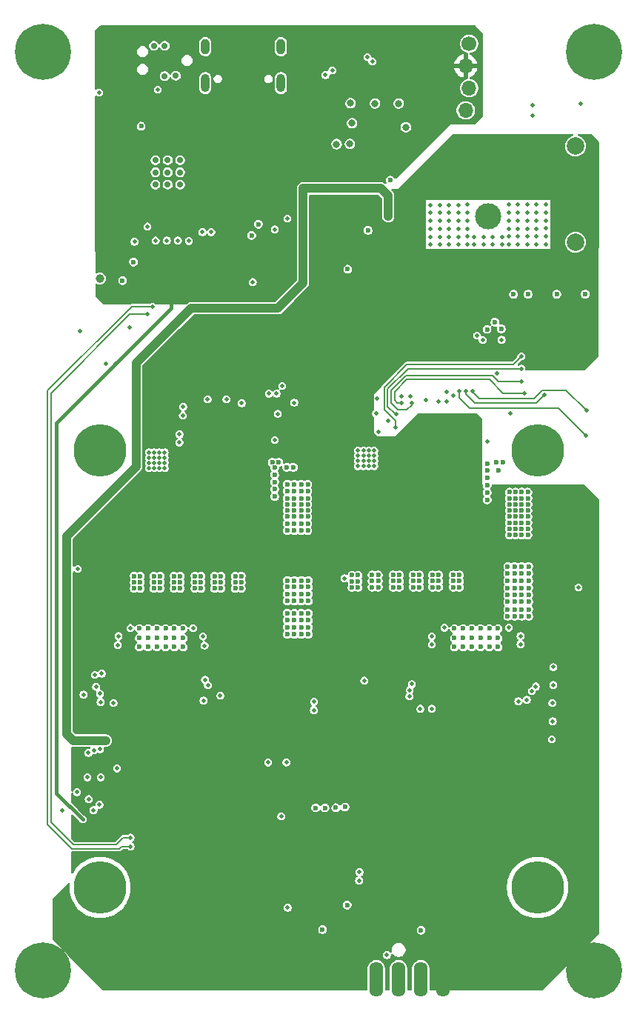
<source format=gbr>
%TF.GenerationSoftware,KiCad,Pcbnew,9.0.1*%
%TF.CreationDate,2025-09-16T14:58:38+08:00*%
%TF.ProjectId,BitaxeGT,42697461-7865-4475-942e-6b696361645f,v800*%
%TF.SameCoordinates,Original*%
%TF.FileFunction,Copper,L5,Inr*%
%TF.FilePolarity,Positive*%
%FSLAX46Y46*%
G04 Gerber Fmt 4.6, Leading zero omitted, Abs format (unit mm)*
G04 Created by KiCad (PCBNEW 9.0.1) date 2025-09-16 14:58:38*
%MOMM*%
%LPD*%
G01*
G04 APERTURE LIST*
%TA.AperFunction,ComponentPad*%
%ADD10C,6.000000*%
%TD*%
%TA.AperFunction,ComponentPad*%
%ADD11C,0.800000*%
%TD*%
%TA.AperFunction,ComponentPad*%
%ADD12C,6.400000*%
%TD*%
%TA.AperFunction,ComponentPad*%
%ADD13O,1.574800X4.000000*%
%TD*%
%TA.AperFunction,ComponentPad*%
%ADD14C,1.500000*%
%TD*%
%TA.AperFunction,ComponentPad*%
%ADD15C,1.700000*%
%TD*%
%TA.AperFunction,ComponentPad*%
%ADD16O,1.700000X1.700000*%
%TD*%
%TA.AperFunction,ComponentPad*%
%ADD17C,0.400000*%
%TD*%
%TA.AperFunction,ComponentPad*%
%ADD18C,0.499999*%
%TD*%
%TA.AperFunction,ComponentPad*%
%ADD19C,3.000000*%
%TD*%
%TA.AperFunction,ComponentPad*%
%ADD20C,2.000000*%
%TD*%
%TA.AperFunction,ComponentPad*%
%ADD21O,1.000000X1.800000*%
%TD*%
%TA.AperFunction,ComponentPad*%
%ADD22O,1.000000X2.100000*%
%TD*%
%TA.AperFunction,ViaPad*%
%ADD23C,0.600000*%
%TD*%
%TA.AperFunction,ViaPad*%
%ADD24C,0.500000*%
%TD*%
%TA.AperFunction,ViaPad*%
%ADD25C,0.800000*%
%TD*%
%TA.AperFunction,ViaPad*%
%ADD26C,0.700000*%
%TD*%
%TA.AperFunction,ViaPad*%
%ADD27C,1.000000*%
%TD*%
%TA.AperFunction,Conductor*%
%ADD28C,1.000000*%
%TD*%
%TA.AperFunction,Conductor*%
%ADD29C,0.400000*%
%TD*%
%TA.AperFunction,Conductor*%
%ADD30C,0.200000*%
%TD*%
G04 APERTURE END LIST*
D10*
%TO.N,unconnected-(HS1-Mounting-Pad1)_1*%
%TO.C,HS1*%
X106000000Y-87000000D03*
%TO.N,unconnected-(HS1-Mounting-Pad1)*%
X106000000Y-137000000D03*
%TO.N,unconnected-(HS1-Mounting-Pad1)_3*%
X156000000Y-87000000D03*
%TO.N,unconnected-(HS1-Mounting-Pad1)_2*%
X156000000Y-137000000D03*
%TD*%
D11*
%TO.N,GND*%
%TO.C,H4*%
X97100000Y-146500000D03*
X97802944Y-144802944D03*
X97802944Y-148197056D03*
X99500000Y-144100000D03*
D12*
X99500000Y-146500000D03*
D11*
X99500000Y-148900000D03*
X101197056Y-144802944D03*
X101197056Y-148197056D03*
X101900000Y-146500000D03*
%TD*%
D13*
%TO.N,GND*%
%TO.C,J7*%
X145200000Y-147490000D03*
%TO.N,/12V*%
X142660000Y-147490000D03*
D14*
%TO.N,/fan/FAN_TACH*%
X140120000Y-148450000D03*
D13*
X140120000Y-147490000D03*
%TO.N,/fan/FAN_PWM*%
X137580000Y-147490000D03*
%TD*%
D11*
%TO.N,GND*%
%TO.C,H2*%
X97100000Y-41500000D03*
X97802944Y-39802944D03*
X97802944Y-43197056D03*
X99500000Y-39100000D03*
D12*
X99500000Y-41500000D03*
D11*
X99500000Y-43900000D03*
X101197056Y-39802944D03*
X101197056Y-43197056D03*
X101900000Y-41500000D03*
%TD*%
%TO.N,GND*%
%TO.C,H3*%
X160100000Y-146500000D03*
X160802944Y-144802944D03*
X160802944Y-148197056D03*
X162500000Y-144100000D03*
D12*
X162500000Y-146500000D03*
D11*
X162500000Y-148900000D03*
X164197056Y-144802944D03*
X164197056Y-148197056D03*
X164900000Y-146500000D03*
%TD*%
D15*
%TO.N,GND*%
%TO.C,J3*%
X148200000Y-40550000D03*
D16*
%TO.N,/3V3*%
X147800000Y-43090000D03*
%TO.N,/ESP32/SCL*%
X148200000Y-45630000D03*
%TO.N,/ESP32/SDA*%
X147800000Y-48170000D03*
%TD*%
D11*
%TO.N,GND*%
%TO.C,H1*%
X160100000Y-41500000D03*
X160802944Y-39802944D03*
X160802944Y-43197056D03*
X162500000Y-39100000D03*
D12*
X162500000Y-41500000D03*
D11*
X162500000Y-43900000D03*
X164197056Y-39802944D03*
X164197056Y-43197056D03*
X164900000Y-41500000D03*
%TD*%
D17*
%TO.N,GND*%
%TO.C,U4*%
X122280000Y-88650000D03*
X122280000Y-87250000D03*
X122280000Y-85850000D03*
X121000000Y-89650000D03*
X121000000Y-88650000D03*
X121000000Y-87250000D03*
X121000000Y-85850000D03*
X121000000Y-84850000D03*
X119720000Y-88650000D03*
X119720000Y-87250000D03*
X119720000Y-85850000D03*
%TD*%
D18*
%TO.N,unconnected-(U2-PAD-Pad17)_1*%
%TO.C,U2*%
X106070001Y-124400000D03*
%TO.N,unconnected-(U2-PAD-Pad17)*%
X104569999Y-124400000D03*
%TD*%
D19*
%TO.N,/12V*%
%TO.C,J1*%
X150350000Y-60250000D03*
%TO.N,GND*%
X150350000Y-55250000D03*
D20*
%TO.N,unconnected-(J1-MNT1-Pad3)*%
X160350000Y-63250000D03*
%TO.N,unconnected-(J1-MNT2-Pad4)*%
X160350000Y-52250000D03*
%TD*%
D21*
%TO.N,GND*%
%TO.C,J4*%
X118030000Y-40885000D03*
D22*
X118030000Y-45065000D03*
D21*
X126670000Y-40885000D03*
D22*
X126670000Y-45065000D03*
%TD*%
D17*
%TO.N,GND*%
%TO.C,U1*%
X146630000Y-88650000D03*
X146630000Y-87250000D03*
X146630000Y-85850000D03*
X145350000Y-89650000D03*
X145350000Y-88650000D03*
X145350000Y-87250000D03*
X145350000Y-85850000D03*
X145350000Y-84850000D03*
X144070000Y-88650000D03*
X144070000Y-87250000D03*
X144070000Y-85850000D03*
%TD*%
D23*
%TO.N,GND*%
X142340000Y-56320000D03*
X130200000Y-58280000D03*
X139180000Y-56160000D03*
X135430000Y-66280000D03*
X137587500Y-61882500D03*
X136480000Y-59270000D03*
%TO.N,Net-(U7-CB)*%
X136637500Y-61882500D03*
X134310000Y-66320000D03*
D24*
%TO.N,/12V*%
X151960000Y-62620000D03*
X137340000Y-87050000D03*
X143785000Y-58990000D03*
X154827500Y-58970000D03*
X152715000Y-61700000D03*
X144841250Y-63540000D03*
X153771250Y-63520000D03*
X156940000Y-62590000D03*
X148791250Y-63530000D03*
X137340000Y-87650000D03*
X149847500Y-63530000D03*
X145897500Y-60810000D03*
X136700000Y-88250000D03*
X152715000Y-62610000D03*
X152715000Y-58970000D03*
X154827500Y-63520000D03*
X136700000Y-87650000D03*
X144841250Y-62630000D03*
X154827500Y-61700000D03*
X135470000Y-87650000D03*
X150903750Y-63530000D03*
X156940000Y-59860000D03*
X145897500Y-61720000D03*
X144841250Y-58990000D03*
X143785000Y-60810000D03*
X152715000Y-60790000D03*
X146953750Y-61720000D03*
X151960000Y-63530000D03*
X155883750Y-63520000D03*
X154827500Y-62610000D03*
X145897500Y-62630000D03*
X148010000Y-58970000D03*
X143785000Y-63540000D03*
X136700000Y-88850000D03*
X148791250Y-62620000D03*
X135470000Y-87050000D03*
X156940000Y-58950000D03*
X111590000Y-88460000D03*
X112200000Y-87850000D03*
X136100000Y-88850000D03*
X137340000Y-88850000D03*
X153771250Y-59880000D03*
X143785000Y-62630000D03*
X112200000Y-87250000D03*
X113400000Y-88460000D03*
X113400000Y-87860000D03*
X112800000Y-87850000D03*
X153771250Y-61700000D03*
X153771250Y-60790000D03*
X113400000Y-87260000D03*
X112200000Y-88450000D03*
X148010000Y-63520000D03*
X143785000Y-61720000D03*
X112800000Y-89050000D03*
X144841250Y-61720000D03*
X144841250Y-59900000D03*
X112800000Y-87250000D03*
X111590000Y-87260000D03*
X150903750Y-62620000D03*
X152715000Y-63520000D03*
D23*
X142695000Y-141880000D03*
D24*
X136700000Y-87050000D03*
X136100000Y-88250000D03*
X146953750Y-60810000D03*
X136100000Y-87050000D03*
X146953750Y-62630000D03*
X148010000Y-59880000D03*
X144841250Y-60810000D03*
X153771250Y-58970000D03*
X111590000Y-89060000D03*
X152715000Y-59880000D03*
X136100000Y-87650000D03*
X148010000Y-62610000D03*
X146953750Y-59900000D03*
X155883750Y-62610000D03*
X154827500Y-60790000D03*
X156940000Y-61680000D03*
X156940000Y-63500000D03*
X155883750Y-61700000D03*
X146953750Y-58990000D03*
X155883750Y-59880000D03*
X145897500Y-58990000D03*
X113400000Y-89060000D03*
X137340000Y-88250000D03*
X135470000Y-88850000D03*
X148010000Y-60790000D03*
X145897500Y-59900000D03*
X112800000Y-88450000D03*
X148010000Y-61700000D03*
X112200000Y-89050000D03*
X154827500Y-59880000D03*
X143785000Y-59900000D03*
X146953750Y-63540000D03*
X156940000Y-60770000D03*
X155883750Y-60790000D03*
X135470000Y-88250000D03*
X145897500Y-63540000D03*
X153771250Y-62610000D03*
X155883750Y-58970000D03*
X149847500Y-62620000D03*
X111590000Y-87860000D03*
%TO.N,/Power/AGND1*%
X151400000Y-78260000D03*
X145640000Y-81410000D03*
X141450000Y-80820000D03*
X146360000Y-80800000D03*
D23*
%TO.N,/Vcore*%
X140200000Y-101975000D03*
X137100000Y-101975000D03*
X129800000Y-107250000D03*
X129800000Y-106450000D03*
X119800000Y-102800000D03*
X122150000Y-102100000D03*
X146380000Y-101975000D03*
X129000000Y-101900000D03*
X149500000Y-107400000D03*
X153400000Y-103550000D03*
X153400000Y-101100000D03*
X154200000Y-106000000D03*
X137800000Y-101975000D03*
X150500000Y-107400000D03*
X155000000Y-100300000D03*
X111500000Y-107400000D03*
X154200000Y-102750000D03*
X115162500Y-102800000D03*
X116850000Y-102100000D03*
X153400000Y-101950000D03*
X116850000Y-102800000D03*
X146500000Y-107400000D03*
X113500000Y-109500000D03*
X127400000Y-107250000D03*
X155000000Y-101950000D03*
X142500000Y-101975000D03*
X146380000Y-102675000D03*
X127400000Y-101900000D03*
X128200000Y-105650000D03*
X113500000Y-108500000D03*
X128200000Y-101900000D03*
X146380000Y-101275000D03*
D24*
X133950000Y-101650000D03*
D23*
X112862500Y-101400000D03*
X115500000Y-107400000D03*
X119100000Y-102100000D03*
X129800000Y-103450000D03*
X154200000Y-100300000D03*
X119800000Y-101400000D03*
X155000000Y-105200000D03*
X147500000Y-109500000D03*
X154200000Y-101100000D03*
X152600000Y-103550000D03*
X129800000Y-108050000D03*
X152600000Y-102750000D03*
X129800000Y-104250000D03*
X109900000Y-101400000D03*
X108575000Y-67625000D03*
X114500000Y-109500000D03*
X148500000Y-107400000D03*
X121450000Y-102800000D03*
X127400000Y-106450000D03*
X144000000Y-101275000D03*
X137100000Y-102675000D03*
X155000000Y-106000000D03*
X146500000Y-108500000D03*
X153400000Y-102750000D03*
X152600000Y-101950000D03*
X114462500Y-102800000D03*
X135500000Y-102700000D03*
X110500000Y-108500000D03*
X129000000Y-107250000D03*
X114462500Y-101400000D03*
X140200000Y-101275000D03*
X112862500Y-102800000D03*
X151500000Y-107400000D03*
X135500000Y-101300000D03*
X150500000Y-108500000D03*
X135500000Y-102000000D03*
X152600000Y-104350000D03*
X134800000Y-102000000D03*
X119800000Y-102100000D03*
X113500000Y-107400000D03*
X114462500Y-102100000D03*
X112500000Y-109500000D03*
X114500000Y-108500000D03*
X109900000Y-102100000D03*
X128200000Y-106450000D03*
X119100000Y-102800000D03*
X154200000Y-105200000D03*
X119100000Y-101400000D03*
X154200000Y-103550000D03*
X115500000Y-108500000D03*
X148500000Y-109500000D03*
X110600000Y-101400000D03*
X152600000Y-105200000D03*
X153400000Y-106000000D03*
X110500000Y-107400000D03*
X149500000Y-108500000D03*
X147500000Y-108500000D03*
X142500000Y-102675000D03*
X117550000Y-102100000D03*
X129000000Y-104250000D03*
X141800000Y-101275000D03*
X128200000Y-102650000D03*
X115162500Y-102100000D03*
X141800000Y-102675000D03*
X139500000Y-101975000D03*
X112162500Y-102800000D03*
X148500000Y-108500000D03*
X155000000Y-103550000D03*
X128200000Y-103450000D03*
X116850000Y-101400000D03*
D24*
X143250000Y-81320000D03*
D23*
X142500000Y-101275000D03*
X115162500Y-101400000D03*
X129800000Y-101900000D03*
X112500000Y-107400000D03*
D24*
X160700000Y-102700000D03*
D23*
X134800000Y-102700000D03*
X137100000Y-101275000D03*
X112162500Y-101400000D03*
X152600000Y-101100000D03*
X117550000Y-101400000D03*
X111500000Y-108500000D03*
X129800000Y-105650000D03*
X112862500Y-102100000D03*
X114500000Y-107400000D03*
X139500000Y-102675000D03*
X154200000Y-101950000D03*
X144000000Y-102675000D03*
X110500000Y-109500000D03*
X147080000Y-102675000D03*
X121450000Y-102100000D03*
X117550000Y-102800000D03*
X129000000Y-105650000D03*
X128200000Y-108050000D03*
X127400000Y-103450000D03*
X129800000Y-102650000D03*
X147080000Y-101975000D03*
X153400000Y-104350000D03*
X151500000Y-109500000D03*
X127400000Y-105650000D03*
X121450000Y-101400000D03*
X112500000Y-108500000D03*
X134800000Y-101300000D03*
X155000000Y-102750000D03*
X147080000Y-101275000D03*
X137800000Y-101275000D03*
X140200000Y-102675000D03*
X141800000Y-101975000D03*
X153400000Y-100300000D03*
X152600000Y-106000000D03*
X137800000Y-102675000D03*
X144700000Y-101275000D03*
X153400000Y-105200000D03*
X110600000Y-102100000D03*
X144000000Y-101975000D03*
X129000000Y-103450000D03*
X122150000Y-101400000D03*
X109900000Y-102800000D03*
X129000000Y-106450000D03*
X151500000Y-108500000D03*
X144700000Y-101975000D03*
X152600000Y-100300000D03*
X110600000Y-102800000D03*
X115500000Y-109500000D03*
X147500000Y-107400000D03*
X144700000Y-102675000D03*
X154200000Y-104350000D03*
X128200000Y-107250000D03*
X139500000Y-101275000D03*
X155000000Y-104350000D03*
X129000000Y-102650000D03*
X146500000Y-109500000D03*
X129000000Y-108050000D03*
X127400000Y-104250000D03*
X111500000Y-109500000D03*
X150500000Y-109500000D03*
X127400000Y-102650000D03*
X122150000Y-102800000D03*
X112162500Y-102100000D03*
X149500000Y-109500000D03*
X127400000Y-108050000D03*
X155000000Y-101100000D03*
X128200000Y-104250000D03*
D24*
%TO.N,/Power/VSHARE*%
X120450000Y-81200000D03*
X144670000Y-81410000D03*
%TO.N,/Power/EN_UVLO*%
X115080000Y-85200000D03*
X137550000Y-82790000D03*
%TO.N,/5V*%
X106650000Y-120200000D03*
X138940000Y-59590000D03*
X138930000Y-58920000D03*
X106050000Y-120200000D03*
X138940000Y-60297500D03*
X127450000Y-139300000D03*
X125200000Y-122700000D03*
X138940000Y-58170000D03*
%TO.N,/ASIC/1V2*%
X103450000Y-100590000D03*
X127300000Y-122700000D03*
X130430000Y-116720000D03*
X107940000Y-123380000D03*
X117825000Y-115625000D03*
X143940000Y-116560000D03*
X103368909Y-126091091D03*
%TO.N,/ASIC/0V8*%
X142610000Y-116570000D03*
X130450000Y-115762500D03*
X119750000Y-115050000D03*
D25*
%TO.N,/3V3*%
X133680000Y-55481821D03*
X134580000Y-55481821D03*
X134580000Y-54631821D03*
D24*
X104010000Y-129210000D03*
X107780000Y-77110000D03*
D25*
X132730000Y-55031821D03*
D24*
X125990000Y-62790000D03*
D26*
X114700000Y-40800000D03*
D23*
X130300000Y-52025000D03*
D24*
X107425000Y-46150000D03*
D25*
X133680000Y-54631821D03*
D24*
X126700000Y-128850000D03*
%TO.N,/Power/PGOOD*%
X127430000Y-60530000D03*
X149090000Y-73910000D03*
D23*
%TO.N,/fan/FAN_TACH*%
X134250000Y-139000000D03*
D24*
X138790000Y-144720000D03*
%TO.N,/ASIC/TEMP1_P*%
X118328858Y-113867944D03*
D23*
X131700000Y-127890000D03*
D24*
%TO.N,/ASIC/TEMP1_N*%
X118000000Y-113250000D03*
D23*
X130650000Y-127890000D03*
%TO.N,/ASIC/TEMP2_P*%
X134000000Y-127800000D03*
D24*
X155355635Y-114550000D03*
D23*
%TO.N,/ASIC/TEMP2_N*%
X132950000Y-127880000D03*
D24*
X155820645Y-114026770D03*
D23*
%TO.N,/fan/FAN_PWM*%
X131430000Y-141810000D03*
D24*
%TO.N,/Power/BCX_DAT*%
X126810000Y-79660000D03*
X161580000Y-82450000D03*
X148550000Y-80250000D03*
%TO.N,/Power/BCX_CLK*%
X156800000Y-80700000D03*
X147780000Y-80249999D03*
X126180000Y-80560000D03*
%TO.N,/Power/SYNC*%
X125286195Y-80547010D03*
X147080102Y-80262067D03*
X161560000Y-85380000D03*
%TO.N,/ESP32/SDA*%
X109500000Y-131300000D03*
X111400000Y-71500000D03*
D23*
X124100000Y-61190000D03*
D24*
X135650000Y-135250000D03*
D23*
%TO.N,/ESP32/SCL*%
X123320000Y-62465000D03*
D24*
X112000000Y-70600000D03*
X109500000Y-132300000D03*
X135600000Y-136200000D03*
%TO.N,/ASIC/RX_1V2*%
X106000000Y-121200000D03*
%TO.N,/ASIC/CLKI*%
X106200000Y-112550000D03*
%TO.N,/ASIC/BI*%
X105420352Y-112700799D03*
%TO.N,/ASIC/RST_1V2*%
X104675382Y-121611508D03*
%TO.N,/ASIC/TX_1V2*%
X105309522Y-121315080D03*
%TO.N,/ASIC/RST_3V3*%
X109400000Y-73000000D03*
X104698999Y-126896596D03*
%TO.N,/ASIC/TX_3V3*%
X117700000Y-62100000D03*
X105260000Y-128150000D03*
%TO.N,Net-(U4-AVIN)*%
X115070000Y-86130000D03*
X115460000Y-83040000D03*
%TO.N,Net-(U9-VDD1_0)*%
X108025000Y-109275000D03*
%TO.N,Net-(U9-VDD2_0)*%
X108125000Y-108255000D03*
%TO.N,Net-(U9-VDD3_0)*%
X109480000Y-107340000D03*
%TO.N,Net-(U9-LITE_PAD)*%
X105550000Y-114050000D03*
%TO.N,Net-(U9-ROSC_SEL)*%
X104100000Y-114950000D03*
%TO.N,Net-(U9-INV_CLKO)*%
X106000000Y-114850000D03*
D23*
%TO.N,/Power/SW1*%
X154200000Y-93900000D03*
X153500000Y-91800000D03*
X154900000Y-93200000D03*
X152800000Y-91800000D03*
X152800000Y-92500000D03*
X154900000Y-92500000D03*
X154900000Y-94600000D03*
X154200000Y-95300000D03*
X152800000Y-93900000D03*
X153500000Y-95300000D03*
X154200000Y-92500000D03*
X150250000Y-91858000D03*
X154900000Y-95300000D03*
X150250000Y-90194000D03*
X152800000Y-96700000D03*
X154200000Y-93200000D03*
X153500000Y-94600000D03*
X153500000Y-93200000D03*
X151550000Y-89290000D03*
X153500000Y-92500000D03*
X153500000Y-96000000D03*
X154900000Y-96700000D03*
X150250000Y-89362000D03*
X150250000Y-91026000D03*
X153500000Y-93900000D03*
X154200000Y-94600000D03*
X150250000Y-92690000D03*
X154200000Y-96700000D03*
X152075000Y-88425000D03*
X154200000Y-91800000D03*
X152800000Y-95300000D03*
X151275000Y-88425000D03*
X153500000Y-96700000D03*
X154900000Y-96000000D03*
X154200000Y-96000000D03*
X154900000Y-93900000D03*
X152800000Y-93200000D03*
X150250000Y-88530000D03*
X152800000Y-96000000D03*
X152800000Y-94600000D03*
X154900000Y-91800000D03*
D24*
%TO.N,Net-(U1-AVIN)*%
X137790000Y-84890000D03*
X140490000Y-80820000D03*
D23*
%TO.N,/Power/SW2*%
X127400000Y-94600000D03*
X129000000Y-93200000D03*
X125700000Y-88400000D03*
X125970000Y-91475000D03*
X129000000Y-95400000D03*
X126400000Y-88400000D03*
X128200000Y-91700000D03*
X128200000Y-92500000D03*
X129000000Y-94600000D03*
X128200000Y-93200000D03*
X129750000Y-95400000D03*
X129000000Y-91700000D03*
X125970000Y-92300000D03*
X129000000Y-93900000D03*
X127400000Y-96200000D03*
X129750000Y-91700000D03*
X129750000Y-90900000D03*
X129750000Y-92500000D03*
X129000000Y-90900000D03*
X129750000Y-93200000D03*
X129750000Y-93900000D03*
X127350000Y-88975000D03*
X127400000Y-91700000D03*
X125970000Y-90650000D03*
X128200000Y-94600000D03*
X128100000Y-88975000D03*
X125970000Y-89825000D03*
X129750000Y-94600000D03*
X129000000Y-96200000D03*
X127400000Y-95400000D03*
X128200000Y-90900000D03*
X128200000Y-93900000D03*
X129000000Y-92500000D03*
X127400000Y-92500000D03*
X127400000Y-93200000D03*
X128200000Y-95400000D03*
X128200000Y-96200000D03*
X125970000Y-89000000D03*
X129750000Y-96200000D03*
X127400000Y-90900000D03*
X127400000Y-93900000D03*
D24*
%TO.N,Net-(U10-VDD3_0)*%
X145360000Y-107300000D03*
X116640000Y-107350000D03*
%TO.N,Net-(U10-VDD2_0)*%
X143925000Y-108280000D03*
X117750000Y-108280000D03*
%TO.N,Net-(U10-VDD1_0)*%
X117950000Y-109350000D03*
X143925000Y-109220000D03*
%TO.N,Net-(U10-VDD3_1)*%
X152730000Y-107290000D03*
%TO.N,Net-(U10-VDD2_1)*%
X154050000Y-108255000D03*
%TO.N,Net-(U10-VDD1_1)*%
X154050000Y-109195000D03*
%TO.N,/ASIC/0V8_1*%
X106050000Y-115800000D03*
%TO.N,/ASIC/1V2_1*%
X107550000Y-115900000D03*
%TO.N,/ASIC/1V2_2*%
X153797182Y-115702818D03*
%TO.N,/ASIC/0V8_2*%
X154800000Y-115550000D03*
%TO.N,Net-(U1-MSEL1)*%
X141615493Y-81579847D03*
X154150000Y-79150000D03*
%TO.N,Net-(U1-MSEL2)*%
X154150000Y-76300000D03*
X139740000Y-84420000D03*
%TO.N,Net-(U1-VSEL)*%
X139835358Y-82918723D03*
X154150000Y-77700000D03*
%TO.N,Net-(U10-LITE_PAD)*%
X141400000Y-114450000D03*
%TO.N,Net-(U1-ADRSEL)*%
X154500000Y-80490000D03*
X140488170Y-81580000D03*
%TO.N,Net-(U10-NRSTO)*%
X157800000Y-111800000D03*
%TO.N,Net-(U10-ROSC_SEL)*%
X141650000Y-113750000D03*
%TO.N,Net-(U10-INV_CLKO)*%
X141350000Y-115150000D03*
%TO.N,Net-(U10-BI)*%
X136200000Y-113350000D03*
%TO.N,Net-(U10-RI)*%
X157700000Y-115900000D03*
D23*
%TO.N,/Power/SCL_VR*%
X151870000Y-73150000D03*
D24*
X155400000Y-47600000D03*
D23*
X150240000Y-73200000D03*
X161460000Y-69180000D03*
D24*
%TO.N,/Power/ALRT_VR*%
X150301539Y-86057693D03*
D23*
X153260000Y-69190000D03*
X154930000Y-69190000D03*
D24*
X125990000Y-61770000D03*
D23*
%TO.N,/Power/SDA_VR*%
X158200000Y-69180000D03*
D24*
X155400000Y-48800000D03*
X149740000Y-74420000D03*
D23*
X151130000Y-72375000D03*
D24*
%TO.N,GND*%
X133200000Y-120900000D03*
D23*
X149500000Y-112250000D03*
X114500000Y-112250000D03*
X147500000Y-112250000D03*
D24*
X141375000Y-92625000D03*
X137800000Y-97575000D03*
X114562500Y-96400000D03*
X113430000Y-94110000D03*
X105875000Y-46150000D03*
X144100000Y-96975000D03*
D23*
X112550000Y-119000000D03*
D24*
X122050000Y-96400000D03*
D23*
X114500000Y-111250000D03*
D24*
X149557500Y-52070000D03*
X156950000Y-55710000D03*
D25*
X140130000Y-47381821D03*
D24*
X121450000Y-97600000D03*
X148501250Y-52980000D03*
D23*
X148600000Y-117050000D03*
D24*
X113430000Y-95310000D03*
X113430000Y-94710000D03*
X117650000Y-93000000D03*
D23*
X149600000Y-118050000D03*
D24*
X116850000Y-96400000D03*
D23*
X112500000Y-112250000D03*
D24*
X117740000Y-114450000D03*
X142400000Y-97575000D03*
D23*
X147600000Y-117050000D03*
D24*
X154837500Y-52090000D03*
X154700000Y-117900000D03*
D23*
X110500000Y-113250000D03*
X146500000Y-113250000D03*
X148500000Y-115250000D03*
D24*
X151670000Y-52980000D03*
X115525000Y-93025000D03*
X141800000Y-97575000D03*
D26*
X115140000Y-53850000D03*
D24*
X137200000Y-96375000D03*
D23*
X110500000Y-114250000D03*
X114500000Y-115250000D03*
D24*
X146980000Y-96975000D03*
D25*
X134555000Y-52006821D03*
D23*
X110550000Y-118000000D03*
D24*
X155893750Y-56640000D03*
D23*
X111550000Y-118000000D03*
D24*
X119200000Y-97600000D03*
D26*
X112330000Y-56650000D03*
D24*
X135980000Y-129890000D03*
X153781250Y-52090000D03*
X117450000Y-97000000D03*
X112862500Y-97000000D03*
X117650000Y-92450000D03*
D23*
X114550000Y-119000000D03*
X150500000Y-112250000D03*
D24*
X116850000Y-97000000D03*
X142400000Y-96375000D03*
X142400000Y-96975000D03*
D23*
X149500000Y-114250000D03*
X115500000Y-111250000D03*
D24*
X119200000Y-97000000D03*
X158880000Y-76740000D03*
X112800000Y-95300000D03*
D23*
X115500000Y-112250000D03*
D24*
X140100000Y-96975000D03*
X119800000Y-97600000D03*
D23*
X146600000Y-119050000D03*
D24*
X136000000Y-93900000D03*
X135500000Y-97000000D03*
X106700000Y-77110000D03*
D23*
X112500000Y-114250000D03*
D24*
X136000000Y-93300000D03*
X112200000Y-94100000D03*
D23*
X151500000Y-111250000D03*
D24*
X152725000Y-56640000D03*
X146380000Y-96975000D03*
X150613750Y-52070000D03*
D23*
X151600000Y-118050000D03*
D24*
X121450000Y-96400000D03*
X152725000Y-53000000D03*
X124450000Y-119950000D03*
X109900000Y-97000000D03*
X112200000Y-95300000D03*
D23*
X150600000Y-117050000D03*
D24*
X106790000Y-126920000D03*
X119800000Y-96400000D03*
X152725000Y-55730000D03*
X156950000Y-53890000D03*
X142920000Y-114950000D03*
X112800000Y-94100000D03*
X155893750Y-54820000D03*
X124450000Y-114300000D03*
X153781250Y-56640000D03*
X116850000Y-97600000D03*
X137200000Y-97575000D03*
X114562500Y-97000000D03*
X160900000Y-91700000D03*
X112800000Y-93500000D03*
D23*
X146500000Y-112250000D03*
D24*
X140475000Y-92675000D03*
D23*
X110500000Y-115250000D03*
D26*
X115140000Y-56650000D03*
D24*
X117450000Y-96400000D03*
X124450000Y-119300000D03*
X143870000Y-110080000D03*
X156950000Y-52070000D03*
X135500000Y-96400000D03*
D23*
X115500000Y-115250000D03*
D26*
X113740000Y-55250000D03*
D24*
X137620000Y-81120000D03*
X112200000Y-93500000D03*
X115162500Y-97000000D03*
D23*
X111500000Y-112250000D03*
D24*
X117050000Y-93000000D03*
X139740000Y-113760000D03*
D26*
X113740000Y-53850000D03*
D24*
X132080000Y-140500000D03*
X110500000Y-97600000D03*
D23*
X112500000Y-113250000D03*
D24*
X136000000Y-95100000D03*
X145660000Y-80360000D03*
D23*
X150600000Y-118050000D03*
D24*
X156950000Y-54800000D03*
D23*
X151600000Y-117050000D03*
X151600000Y-119050000D03*
D24*
X140100000Y-97575000D03*
X152725000Y-54820000D03*
D23*
X146500000Y-114250000D03*
X115500000Y-113250000D03*
D24*
X136000000Y-94500000D03*
D23*
X147500000Y-115250000D03*
D24*
X116125000Y-93025000D03*
D23*
X115550000Y-118000000D03*
D26*
X113400000Y-40800000D03*
D23*
X148500000Y-114250000D03*
D24*
X156950000Y-56620000D03*
D23*
X147600000Y-119050000D03*
D24*
X112862500Y-96400000D03*
D23*
X113550000Y-117000000D03*
X150500000Y-111250000D03*
X147500000Y-113250000D03*
D27*
X106000000Y-67400000D03*
D23*
X110550000Y-119000000D03*
D24*
X152725000Y-52090000D03*
X119800000Y-97000000D03*
D23*
X115500000Y-114250000D03*
X150500000Y-114250000D03*
X110500000Y-112250000D03*
D24*
X135500000Y-97600000D03*
X117050000Y-92450000D03*
X153803248Y-114396752D03*
D23*
X148500000Y-113250000D03*
D24*
X139500000Y-96975000D03*
D23*
X113500000Y-114250000D03*
D25*
X133040000Y-52030000D03*
X137430000Y-47381821D03*
D24*
X141975000Y-92625000D03*
X115650000Y-84310000D03*
X136600000Y-94500000D03*
X141975000Y-93175000D03*
D26*
X113740000Y-56650000D03*
D24*
X144100000Y-97575000D03*
D23*
X111500000Y-113250000D03*
D24*
X116125000Y-92475000D03*
D23*
X114500000Y-113250000D03*
D24*
X110500000Y-97000000D03*
X144700000Y-96975000D03*
X154837500Y-54820000D03*
D23*
X149500000Y-113250000D03*
X111500000Y-111250000D03*
D24*
X115525000Y-92475000D03*
D23*
X113550000Y-118000000D03*
D24*
X118810000Y-110100000D03*
X104350000Y-101750000D03*
D23*
X149500000Y-115250000D03*
D24*
X111570000Y-93500000D03*
X137800000Y-96375000D03*
X141800000Y-96975000D03*
X103790000Y-113400000D03*
X140100000Y-96375000D03*
X107850000Y-114750000D03*
X155893750Y-53000000D03*
X110500000Y-96400000D03*
X155893750Y-55730000D03*
D23*
X149600000Y-119050000D03*
D24*
X140475000Y-93225000D03*
X111570000Y-95300000D03*
X154837500Y-55730000D03*
X107079162Y-110220838D03*
D23*
X111550000Y-119000000D03*
D24*
X122050000Y-97600000D03*
D23*
X115550000Y-119000000D03*
X150500000Y-115250000D03*
D24*
X144700000Y-96375000D03*
D23*
X113500000Y-112250000D03*
D24*
X113430000Y-93510000D03*
D23*
X148600000Y-118050000D03*
D25*
X140955000Y-50106821D03*
D24*
X154837500Y-53910000D03*
D23*
X110500000Y-111250000D03*
D24*
X136600000Y-95100000D03*
D23*
X146600000Y-117050000D03*
D24*
X139875000Y-92675000D03*
X111570000Y-94700000D03*
X111570000Y-94100000D03*
X124450000Y-114950000D03*
X153781250Y-53000000D03*
X136600000Y-93300000D03*
D23*
X115550000Y-117000000D03*
D26*
X115140000Y-55250000D03*
D23*
X114500000Y-114250000D03*
D24*
X148501250Y-52070000D03*
D23*
X112500000Y-111250000D03*
X113500000Y-111250000D03*
D24*
X146980000Y-97575000D03*
X134900000Y-96400000D03*
D23*
X148500000Y-111250000D03*
X149600000Y-117050000D03*
D24*
X141375000Y-93175000D03*
X129500000Y-128840000D03*
D23*
X113550000Y-119000000D03*
X147500000Y-111250000D03*
D24*
X112800000Y-94700000D03*
X151670000Y-52070000D03*
X132210000Y-114870000D03*
D23*
X151500000Y-113250000D03*
D24*
X155893750Y-52090000D03*
D23*
X147500000Y-114250000D03*
X112550000Y-117000000D03*
D26*
X112330000Y-53850000D03*
D23*
X148500000Y-112250000D03*
X151500000Y-112250000D03*
D24*
X134900000Y-97000000D03*
X115162500Y-97600000D03*
X112262500Y-97000000D03*
D23*
X112550000Y-118000000D03*
D24*
X154837500Y-56640000D03*
D23*
X148600000Y-119050000D03*
D24*
X149557500Y-52980000D03*
X153781250Y-53910000D03*
X144700000Y-97575000D03*
X112262500Y-97600000D03*
X138970000Y-83620000D03*
X153781250Y-54820000D03*
X112200000Y-94700000D03*
X114562500Y-97600000D03*
X121450000Y-97000000D03*
X152725000Y-53910000D03*
X144100000Y-96375000D03*
X103450000Y-121650000D03*
X152900000Y-82780000D03*
X154837500Y-53000000D03*
X109900000Y-96400000D03*
D25*
X134630000Y-47356821D03*
D23*
X151500000Y-114250000D03*
D24*
X146380000Y-96375000D03*
X153781250Y-55730000D03*
X133250000Y-113850000D03*
X136600000Y-93900000D03*
D23*
X146500000Y-115250000D03*
D24*
X101690000Y-128210000D03*
X103990000Y-130170000D03*
X155893750Y-53910000D03*
D23*
X146500000Y-111250000D03*
D24*
X154200000Y-110050000D03*
D23*
X114550000Y-118000000D03*
X150500000Y-113250000D03*
D24*
X137800000Y-96975000D03*
D23*
X110550000Y-117000000D03*
X112500000Y-115250000D03*
X111550000Y-117000000D03*
X113500000Y-113250000D03*
D24*
X139875000Y-93225000D03*
X122050000Y-97000000D03*
X146980000Y-96375000D03*
X119200000Y-96400000D03*
X160920000Y-47440000D03*
D23*
X111500000Y-114250000D03*
D24*
X109900000Y-97600000D03*
X112262500Y-96400000D03*
X146380000Y-97575000D03*
D23*
X113500000Y-115250000D03*
D24*
X141800000Y-96375000D03*
X139500000Y-96375000D03*
D23*
X147600000Y-118050000D03*
D26*
X112330000Y-55250000D03*
D24*
X134900000Y-97600000D03*
X156950000Y-52980000D03*
D23*
X151500000Y-115250000D03*
X132425000Y-134275000D03*
X149500000Y-111250000D03*
D24*
X137200000Y-96975000D03*
D25*
X134805000Y-49631821D03*
D24*
X117450000Y-97600000D03*
X108000000Y-121500000D03*
X127220000Y-82540000D03*
D23*
X150600000Y-119050000D03*
X114550000Y-117000000D03*
D24*
X112862500Y-97600000D03*
D23*
X146600000Y-118050000D03*
D24*
X115162500Y-96400000D03*
X139500000Y-97575000D03*
X150613750Y-52980000D03*
D23*
X111500000Y-115250000D03*
D24*
%TO.N,/Power/BP1v5_2*%
X126327817Y-82850000D03*
X118300000Y-81200000D03*
%TO.N,Net-(U10-BO)*%
X157650000Y-120050000D03*
%TO.N,Net-(U10-CLKO)*%
X157750000Y-118000000D03*
%TO.N,Net-(U10-CO)*%
X157800000Y-113850000D03*
%TO.N,/ESP32/EN*%
X103734620Y-73384620D03*
D23*
X110700000Y-49984314D03*
D26*
X114670000Y-44200000D03*
D23*
%TO.N,/ESP32/P_TX*%
X109820000Y-65500000D03*
D26*
X113400000Y-44250000D03*
D24*
%TO.N,/ESP32/IO0*%
X151910000Y-74400000D03*
D26*
X112150000Y-40800000D03*
D24*
X111400000Y-61450000D03*
X123460000Y-67800000D03*
%TO.N,/ESP32/P_RX*%
X112600000Y-45800000D03*
X109950000Y-63200000D03*
%TO.N,/ASIC/RX_3V3*%
X118710000Y-62090000D03*
X105930000Y-127530000D03*
%TO.N,/Power/AGND2*%
X128200000Y-81580000D03*
X122200000Y-81650000D03*
X115500000Y-82060000D03*
X125990000Y-85840000D03*
%TO.N,Net-(J2-Pin_5)*%
X137120000Y-42580159D03*
X116150000Y-63100000D03*
%TO.N,Net-(J2-Pin_8)*%
X112360000Y-63060000D03*
X131764719Y-44144719D03*
%TO.N,Net-(J2-Pin_7)*%
X132550000Y-43610000D03*
X113650000Y-63050000D03*
%TO.N,Net-(J2-Pin_6)*%
X136560000Y-42080000D03*
X114900000Y-63050000D03*
%TD*%
D28*
%TO.N,/5V*%
X102190000Y-119440000D02*
X102950000Y-120200000D01*
X102190000Y-96830000D02*
X102190000Y-119440000D01*
X129200000Y-57100000D02*
X138100000Y-57100000D01*
X129200000Y-67900000D02*
X126300000Y-70800000D01*
X126300000Y-70800000D02*
X116390000Y-70800000D01*
X138100000Y-57100000D02*
X138940000Y-57940000D01*
X102950000Y-120200000D02*
X106650000Y-120200000D01*
X138940000Y-57940000D02*
X138940000Y-60297500D01*
X110110000Y-88910000D02*
X102190000Y-96830000D01*
X110110000Y-77080000D02*
X110110000Y-88910000D01*
X129200000Y-57100000D02*
X129200000Y-67900000D01*
X116390000Y-70800000D02*
X110110000Y-77080000D01*
D29*
%TO.N,/3V3*%
X101000000Y-126200000D02*
X104010000Y-129210000D01*
X114150000Y-70750000D02*
X101000000Y-83900000D01*
X114150000Y-69950000D02*
X114150000Y-70750000D01*
X101000000Y-83900000D02*
X101000000Y-126200000D01*
D30*
%TO.N,/Power/BCX_DAT*%
X148550000Y-80250000D02*
X148550000Y-80320000D01*
X159279000Y-80149000D02*
X161580000Y-82450000D01*
X155620768Y-81100000D02*
X156571768Y-80149000D01*
X148550000Y-80320000D02*
X149330000Y-81100000D01*
X149330000Y-81100000D02*
X155620768Y-81100000D01*
X148550000Y-80250000D02*
X148400000Y-80250000D01*
X156571768Y-80149000D02*
X159279000Y-80149000D01*
%TO.N,/Power/BCX_CLK*%
X148810000Y-81650000D02*
X155850000Y-81650000D01*
X155850000Y-81650000D02*
X156800000Y-80700000D01*
X147790000Y-80259999D02*
X147790000Y-80630000D01*
X147790000Y-80630000D02*
X148810000Y-81650000D01*
X147780000Y-80249999D02*
X147790000Y-80259999D01*
%TO.N,/Power/SYNC*%
X161560000Y-85370000D02*
X161560000Y-85380000D01*
X158410000Y-82220000D02*
X161560000Y-85370000D01*
X148242900Y-82220000D02*
X158410000Y-82220000D01*
X147080102Y-80262067D02*
X147080102Y-81057202D01*
X147080102Y-81057202D02*
X148242900Y-82220000D01*
%TO.N,/ESP32/SDA*%
X107850000Y-132100000D02*
X102920000Y-132100000D01*
X100400000Y-80500000D02*
X109400000Y-71500000D01*
X102920000Y-132100000D02*
X100400000Y-129580000D01*
X108650000Y-131300000D02*
X107850000Y-132100000D01*
X109500000Y-131300000D02*
X108650000Y-131300000D01*
X100400000Y-129580000D02*
X100400000Y-80500000D01*
X109400000Y-71500000D02*
X111400000Y-71500000D01*
%TO.N,/ESP32/SCL*%
X109600000Y-70600000D02*
X112000000Y-70600000D01*
X102770000Y-132550000D02*
X100000000Y-129780000D01*
X100000000Y-129780000D02*
X100000000Y-80200000D01*
X100000000Y-80200000D02*
X109600000Y-70600000D01*
X108200000Y-132550000D02*
X102770000Y-132550000D01*
X108450000Y-132300000D02*
X108200000Y-132550000D01*
X109500000Y-132300000D02*
X108450000Y-132300000D01*
%TO.N,Net-(U1-AVIN)*%
X137830000Y-84850000D02*
X137790000Y-84890000D01*
%TO.N,Net-(U1-MSEL1)*%
X150849000Y-78488232D02*
X151510768Y-79150000D01*
X141615493Y-81579847D02*
X141615493Y-81834507D01*
X140021000Y-82401000D02*
X139272000Y-81652000D01*
X140945968Y-78488232D02*
X150849000Y-78488232D01*
X139272000Y-81652000D02*
X139272000Y-80162200D01*
X141049000Y-82401000D02*
X140021000Y-82401000D01*
X139272000Y-80162200D02*
X140945968Y-78488232D01*
X151510768Y-79150000D02*
X154150000Y-79150000D01*
X141615493Y-81834507D02*
X141049000Y-82401000D01*
%TO.N,Net-(U1-MSEL2)*%
X153230000Y-77220000D02*
X154150000Y-76300000D01*
X141080000Y-77220000D02*
X153230000Y-77220000D01*
X139740000Y-83610000D02*
X138470000Y-82340000D01*
X138470000Y-82340000D02*
X138470000Y-79830000D01*
X139740000Y-84420000D02*
X139740000Y-83610000D01*
X138470000Y-79830000D02*
X141080000Y-77220000D01*
%TO.N,Net-(U1-VSEL)*%
X139835358Y-82918723D02*
X139748723Y-82918723D01*
X138871000Y-82041000D02*
X138871000Y-79996100D01*
X139748723Y-82918723D02*
X138871000Y-82041000D01*
X138871000Y-79996100D02*
X141177100Y-77690000D01*
X154140000Y-77690000D02*
X154150000Y-77700000D01*
X141177100Y-77690000D02*
X154140000Y-77690000D01*
%TO.N,Net-(U1-ADRSEL)*%
X139673000Y-81303000D02*
X139673000Y-80328300D01*
X139673000Y-80328300D02*
X141061300Y-78940000D01*
X139950000Y-81580000D02*
X139673000Y-81303000D01*
X141061300Y-78940000D02*
X150509000Y-78940000D01*
X150509000Y-78940000D02*
X152059000Y-80490000D01*
X152059000Y-80490000D02*
X154500000Y-80490000D01*
X140488170Y-81580000D02*
X139950000Y-81580000D01*
%TD*%
%TA.AperFunction,Conductor*%
%TO.N,/3V3*%
G36*
X148888177Y-38469685D02*
G01*
X148908819Y-38486319D01*
X149763681Y-39341181D01*
X149797166Y-39402504D01*
X149800000Y-39428862D01*
X149800000Y-48798638D01*
X149780315Y-48865677D01*
X149763681Y-48886319D01*
X148886319Y-49763681D01*
X148824996Y-49797166D01*
X148798638Y-49800000D01*
X145999999Y-49800000D01*
X139829031Y-55970968D01*
X139767708Y-56004453D01*
X139698016Y-55999469D01*
X139642083Y-55957597D01*
X139633963Y-55945287D01*
X139580500Y-55852686D01*
X139487314Y-55759500D01*
X139430250Y-55726554D01*
X139373187Y-55693608D01*
X139309539Y-55676554D01*
X139245892Y-55659500D01*
X139114108Y-55659500D01*
X138986812Y-55693608D01*
X138872686Y-55759500D01*
X138872683Y-55759502D01*
X138779502Y-55852683D01*
X138779500Y-55852686D01*
X138713608Y-55966812D01*
X138679500Y-56094108D01*
X138679500Y-56225892D01*
X138702569Y-56311988D01*
X138713609Y-56353188D01*
X138713609Y-56353189D01*
X138747778Y-56412371D01*
X138764251Y-56480271D01*
X138741399Y-56546298D01*
X138686477Y-56589489D01*
X138616924Y-56596130D01*
X138554821Y-56564114D01*
X138552710Y-56562052D01*
X138546545Y-56555887D01*
X138431807Y-56479222D01*
X138304332Y-56426421D01*
X138304322Y-56426418D01*
X138168996Y-56399500D01*
X138168994Y-56399500D01*
X138168993Y-56399500D01*
X129268993Y-56399500D01*
X129131007Y-56399500D01*
X129131005Y-56399500D01*
X128995677Y-56426418D01*
X128995667Y-56426421D01*
X128868195Y-56479221D01*
X128868182Y-56479228D01*
X128753458Y-56555885D01*
X128753454Y-56555888D01*
X128655888Y-56653454D01*
X128655885Y-56653458D01*
X128579228Y-56768182D01*
X128579221Y-56768195D01*
X128526421Y-56895667D01*
X128526418Y-56895677D01*
X128499500Y-57031004D01*
X128499500Y-67558481D01*
X128479815Y-67625520D01*
X128463181Y-67646162D01*
X126046162Y-70063181D01*
X125984839Y-70096666D01*
X125958481Y-70099500D01*
X116321003Y-70099500D01*
X116212590Y-70121065D01*
X116212589Y-70121065D01*
X116185671Y-70126420D01*
X116058190Y-70179224D01*
X115967964Y-70239511D01*
X115943457Y-70255886D01*
X115865660Y-70333682D01*
X115804340Y-70367166D01*
X115777981Y-70370000D01*
X112457406Y-70370000D01*
X112390367Y-70350315D01*
X112366766Y-70328603D01*
X112366236Y-70329134D01*
X112276615Y-70239513D01*
X112276613Y-70239511D01*
X112173886Y-70180201D01*
X112059309Y-70149500D01*
X111940691Y-70149500D01*
X111826114Y-70180201D01*
X111826112Y-70180201D01*
X111826112Y-70180202D01*
X111723387Y-70239511D01*
X111723384Y-70239513D01*
X111699717Y-70263181D01*
X111638394Y-70296666D01*
X111612036Y-70299500D01*
X109560438Y-70299500D01*
X109522224Y-70309739D01*
X109484009Y-70319979D01*
X109484008Y-70319980D01*
X109426146Y-70353387D01*
X109364146Y-70370000D01*
X106472023Y-70370000D01*
X106404984Y-70350315D01*
X106382640Y-70331945D01*
X105486489Y-69399948D01*
X105454212Y-69337981D01*
X105451872Y-69314211D01*
X105450084Y-68250500D01*
X105449843Y-68107075D01*
X105469415Y-68040005D01*
X105522142Y-67994161D01*
X105591284Y-67984102D01*
X105642734Y-68003767D01*
X105668182Y-68020771D01*
X105668195Y-68020778D01*
X105714614Y-68040005D01*
X105795672Y-68073580D01*
X105795676Y-68073580D01*
X105795677Y-68073581D01*
X105931004Y-68100500D01*
X105931007Y-68100500D01*
X106068995Y-68100500D01*
X106160041Y-68082389D01*
X106204328Y-68073580D01*
X106331811Y-68020775D01*
X106446542Y-67944114D01*
X106544114Y-67846542D01*
X106620775Y-67731811D01*
X106673580Y-67604328D01*
X106678426Y-67579962D01*
X106682575Y-67559108D01*
X108074500Y-67559108D01*
X108074500Y-67690892D01*
X108087844Y-67740693D01*
X108108608Y-67818187D01*
X108124979Y-67846541D01*
X108174500Y-67932314D01*
X108267686Y-68025500D01*
X108381814Y-68091392D01*
X108509108Y-68125500D01*
X108509110Y-68125500D01*
X108640890Y-68125500D01*
X108640892Y-68125500D01*
X108768186Y-68091392D01*
X108882314Y-68025500D01*
X108975500Y-67932314D01*
X109041392Y-67818186D01*
X109062157Y-67740691D01*
X123009500Y-67740691D01*
X123009500Y-67859309D01*
X123040201Y-67973886D01*
X123099511Y-68076613D01*
X123183387Y-68160489D01*
X123286114Y-68219799D01*
X123400691Y-68250500D01*
X123400694Y-68250500D01*
X123519306Y-68250500D01*
X123519309Y-68250500D01*
X123633886Y-68219799D01*
X123736613Y-68160489D01*
X123820489Y-68076613D01*
X123879799Y-67973886D01*
X123910500Y-67859309D01*
X123910500Y-67740691D01*
X123879799Y-67626114D01*
X123820489Y-67523387D01*
X123736613Y-67439511D01*
X123633886Y-67380201D01*
X123519309Y-67349500D01*
X123400691Y-67349500D01*
X123286114Y-67380201D01*
X123286112Y-67380201D01*
X123286112Y-67380202D01*
X123183387Y-67439511D01*
X123183384Y-67439513D01*
X123099513Y-67523384D01*
X123099511Y-67523387D01*
X123040201Y-67626114D01*
X123009500Y-67740691D01*
X109062157Y-67740691D01*
X109075500Y-67690892D01*
X109075500Y-67559108D01*
X109041392Y-67431814D01*
X108975500Y-67317686D01*
X108882314Y-67224500D01*
X108825250Y-67191554D01*
X108768187Y-67158608D01*
X108704539Y-67141554D01*
X108640892Y-67124500D01*
X108509108Y-67124500D01*
X108381812Y-67158608D01*
X108267686Y-67224500D01*
X108267683Y-67224502D01*
X108174502Y-67317683D01*
X108174500Y-67317686D01*
X108108608Y-67431812D01*
X108106545Y-67439513D01*
X108074500Y-67559108D01*
X106682575Y-67559108D01*
X106689004Y-67526789D01*
X106689004Y-67526788D01*
X106700499Y-67468997D01*
X106700500Y-67468995D01*
X106700500Y-67331004D01*
X106673581Y-67195677D01*
X106673580Y-67195676D01*
X106673580Y-67195672D01*
X106644100Y-67124500D01*
X106620778Y-67068195D01*
X106620771Y-67068182D01*
X106544114Y-66953458D01*
X106544111Y-66953454D01*
X106446545Y-66855888D01*
X106446541Y-66855885D01*
X106331817Y-66779228D01*
X106331804Y-66779221D01*
X106204332Y-66726421D01*
X106204322Y-66726418D01*
X106068995Y-66699500D01*
X106068993Y-66699500D01*
X105931007Y-66699500D01*
X105931005Y-66699500D01*
X105795677Y-66726418D01*
X105795667Y-66726421D01*
X105668195Y-66779221D01*
X105668181Y-66779229D01*
X105640357Y-66797820D01*
X105573679Y-66818696D01*
X105506300Y-66800210D01*
X105459611Y-66748230D01*
X105447470Y-66694928D01*
X105445351Y-65434108D01*
X109319500Y-65434108D01*
X109319500Y-65565891D01*
X109353608Y-65693187D01*
X109386554Y-65750250D01*
X109419500Y-65807314D01*
X109512686Y-65900500D01*
X109626814Y-65966392D01*
X109754108Y-66000500D01*
X109754110Y-66000500D01*
X109885890Y-66000500D01*
X109885892Y-66000500D01*
X110013186Y-65966392D01*
X110127314Y-65900500D01*
X110220500Y-65807314D01*
X110286392Y-65693186D01*
X110320500Y-65565892D01*
X110320500Y-65434108D01*
X110286392Y-65306814D01*
X110220500Y-65192686D01*
X110127314Y-65099500D01*
X110070250Y-65066554D01*
X110013187Y-65033608D01*
X109949539Y-65016554D01*
X109885892Y-64999500D01*
X109754108Y-64999500D01*
X109626812Y-65033608D01*
X109512686Y-65099500D01*
X109512683Y-65099502D01*
X109419502Y-65192683D01*
X109419500Y-65192686D01*
X109353608Y-65306812D01*
X109319500Y-65434108D01*
X105445351Y-65434108D01*
X105441496Y-63140691D01*
X109499500Y-63140691D01*
X109499500Y-63259309D01*
X109530201Y-63373886D01*
X109589511Y-63476613D01*
X109673387Y-63560489D01*
X109776114Y-63619799D01*
X109890691Y-63650500D01*
X109890694Y-63650500D01*
X110009306Y-63650500D01*
X110009309Y-63650500D01*
X110123886Y-63619799D01*
X110226613Y-63560489D01*
X110310489Y-63476613D01*
X110369799Y-63373886D01*
X110400500Y-63259309D01*
X110400500Y-63140691D01*
X110369799Y-63026114D01*
X110355121Y-63000691D01*
X111909500Y-63000691D01*
X111909500Y-63119309D01*
X111940201Y-63233886D01*
X111999511Y-63336613D01*
X112083387Y-63420489D01*
X112186114Y-63479799D01*
X112300691Y-63510500D01*
X112300694Y-63510500D01*
X112419306Y-63510500D01*
X112419309Y-63510500D01*
X112533886Y-63479799D01*
X112636613Y-63420489D01*
X112720489Y-63336613D01*
X112779799Y-63233886D01*
X112810500Y-63119309D01*
X112810500Y-63000691D01*
X112807820Y-62990691D01*
X113199500Y-62990691D01*
X113199500Y-63109309D01*
X113230201Y-63223886D01*
X113289511Y-63326613D01*
X113373387Y-63410489D01*
X113476114Y-63469799D01*
X113590691Y-63500500D01*
X113590694Y-63500500D01*
X113709306Y-63500500D01*
X113709309Y-63500500D01*
X113823886Y-63469799D01*
X113926613Y-63410489D01*
X114010489Y-63326613D01*
X114069799Y-63223886D01*
X114100500Y-63109309D01*
X114100500Y-62990691D01*
X114449500Y-62990691D01*
X114449500Y-63109309D01*
X114480201Y-63223886D01*
X114539511Y-63326613D01*
X114623387Y-63410489D01*
X114726114Y-63469799D01*
X114840691Y-63500500D01*
X114840694Y-63500500D01*
X114959306Y-63500500D01*
X114959309Y-63500500D01*
X115073886Y-63469799D01*
X115176613Y-63410489D01*
X115260489Y-63326613D01*
X115319799Y-63223886D01*
X115350500Y-63109309D01*
X115350500Y-63040691D01*
X115699500Y-63040691D01*
X115699500Y-63159309D01*
X115730201Y-63273886D01*
X115789511Y-63376613D01*
X115873387Y-63460489D01*
X115976114Y-63519799D01*
X116090691Y-63550500D01*
X116090694Y-63550500D01*
X116209306Y-63550500D01*
X116209309Y-63550500D01*
X116323886Y-63519799D01*
X116426613Y-63460489D01*
X116510489Y-63376613D01*
X116569799Y-63273886D01*
X116600500Y-63159309D01*
X116600500Y-63040691D01*
X116569799Y-62926114D01*
X116510489Y-62823387D01*
X116426613Y-62739511D01*
X116323886Y-62680201D01*
X116209309Y-62649500D01*
X116090691Y-62649500D01*
X115976114Y-62680201D01*
X115976112Y-62680201D01*
X115976112Y-62680202D01*
X115873387Y-62739511D01*
X115873384Y-62739513D01*
X115789513Y-62823384D01*
X115789511Y-62823387D01*
X115765199Y-62865497D01*
X115730201Y-62926114D01*
X115699500Y-63040691D01*
X115350500Y-63040691D01*
X115350500Y-62990691D01*
X115319799Y-62876114D01*
X115260489Y-62773387D01*
X115176613Y-62689511D01*
X115073886Y-62630201D01*
X114959309Y-62599500D01*
X114840691Y-62599500D01*
X114726114Y-62630201D01*
X114726112Y-62630201D01*
X114726112Y-62630202D01*
X114623387Y-62689511D01*
X114623384Y-62689513D01*
X114539513Y-62773384D01*
X114539511Y-62773387D01*
X114486330Y-62865499D01*
X114480201Y-62876114D01*
X114449500Y-62990691D01*
X114100500Y-62990691D01*
X114069799Y-62876114D01*
X114010489Y-62773387D01*
X113926613Y-62689511D01*
X113823886Y-62630201D01*
X113709309Y-62599500D01*
X113590691Y-62599500D01*
X113476114Y-62630201D01*
X113476112Y-62630201D01*
X113476112Y-62630202D01*
X113373387Y-62689511D01*
X113373384Y-62689513D01*
X113289513Y-62773384D01*
X113289511Y-62773387D01*
X113236330Y-62865499D01*
X113230201Y-62876114D01*
X113199500Y-62990691D01*
X112807820Y-62990691D01*
X112779799Y-62886114D01*
X112720489Y-62783387D01*
X112636613Y-62699511D01*
X112533886Y-62640201D01*
X112419309Y-62609500D01*
X112300691Y-62609500D01*
X112186114Y-62640201D01*
X112186112Y-62640201D01*
X112186112Y-62640202D01*
X112083387Y-62699511D01*
X112083384Y-62699513D01*
X111999513Y-62783384D01*
X111999511Y-62783387D01*
X111945975Y-62876114D01*
X111940201Y-62886114D01*
X111909500Y-63000691D01*
X110355121Y-63000691D01*
X110310489Y-62923387D01*
X110226613Y-62839511D01*
X110123886Y-62780201D01*
X110009309Y-62749500D01*
X109890691Y-62749500D01*
X109776114Y-62780201D01*
X109776112Y-62780201D01*
X109776112Y-62780202D01*
X109673387Y-62839511D01*
X109673384Y-62839513D01*
X109589513Y-62923384D01*
X109589511Y-62923387D01*
X109550652Y-62990693D01*
X109530201Y-63026114D01*
X109499500Y-63140691D01*
X105441496Y-63140691D01*
X105439647Y-62040691D01*
X117249500Y-62040691D01*
X117249500Y-62159309D01*
X117280201Y-62273886D01*
X117339511Y-62376613D01*
X117423387Y-62460489D01*
X117526114Y-62519799D01*
X117640691Y-62550500D01*
X117640694Y-62550500D01*
X117759306Y-62550500D01*
X117759309Y-62550500D01*
X117873886Y-62519799D01*
X117976613Y-62460489D01*
X118060489Y-62376613D01*
X118100500Y-62307311D01*
X118151066Y-62259098D01*
X118219673Y-62245874D01*
X118284537Y-62271842D01*
X118315272Y-62307312D01*
X118349506Y-62366606D01*
X118349509Y-62366610D01*
X118349511Y-62366613D01*
X118433387Y-62450489D01*
X118536114Y-62509799D01*
X118650691Y-62540500D01*
X118650694Y-62540500D01*
X118769306Y-62540500D01*
X118769309Y-62540500D01*
X118883886Y-62509799D01*
X118986613Y-62450489D01*
X119037994Y-62399108D01*
X122819500Y-62399108D01*
X122819500Y-62530892D01*
X122824754Y-62550500D01*
X122853608Y-62658187D01*
X122877467Y-62699511D01*
X122919500Y-62772314D01*
X123012686Y-62865500D01*
X123126814Y-62931392D01*
X123254108Y-62965500D01*
X123254110Y-62965500D01*
X123385890Y-62965500D01*
X123385892Y-62965500D01*
X123513186Y-62931392D01*
X123627314Y-62865500D01*
X123720500Y-62772314D01*
X123786392Y-62658186D01*
X123820500Y-62530892D01*
X123820500Y-62399108D01*
X123786392Y-62271814D01*
X123720500Y-62157686D01*
X123627314Y-62064500D01*
X123568755Y-62030691D01*
X123513187Y-61998608D01*
X123449539Y-61981554D01*
X123385892Y-61964500D01*
X123254108Y-61964500D01*
X123126812Y-61998608D01*
X123012686Y-62064500D01*
X123012683Y-62064502D01*
X122919502Y-62157683D01*
X122919500Y-62157686D01*
X122853608Y-62271812D01*
X122825528Y-62376612D01*
X122819500Y-62399108D01*
X119037994Y-62399108D01*
X119070489Y-62366613D01*
X119129799Y-62263886D01*
X119160500Y-62149309D01*
X119160500Y-62030691D01*
X119129799Y-61916114D01*
X119070489Y-61813387D01*
X118986613Y-61729511D01*
X118954016Y-61710691D01*
X125539500Y-61710691D01*
X125539500Y-61829309D01*
X125570201Y-61943886D01*
X125629511Y-62046613D01*
X125713387Y-62130489D01*
X125816114Y-62189799D01*
X125930691Y-62220500D01*
X125930694Y-62220500D01*
X126049306Y-62220500D01*
X126049309Y-62220500D01*
X126163886Y-62189799D01*
X126266613Y-62130489D01*
X126350489Y-62046613D01*
X126409799Y-61943886D01*
X126440500Y-61829309D01*
X126440500Y-61710691D01*
X126409799Y-61596114D01*
X126350489Y-61493387D01*
X126266613Y-61409511D01*
X126163886Y-61350201D01*
X126049309Y-61319500D01*
X125930691Y-61319500D01*
X125816114Y-61350201D01*
X125816112Y-61350201D01*
X125816112Y-61350202D01*
X125713387Y-61409511D01*
X125713384Y-61409513D01*
X125629513Y-61493384D01*
X125629511Y-61493387D01*
X125570743Y-61595176D01*
X125570201Y-61596114D01*
X125539500Y-61710691D01*
X118954016Y-61710691D01*
X118883886Y-61670201D01*
X118769309Y-61639500D01*
X118650691Y-61639500D01*
X118536114Y-61670201D01*
X118536112Y-61670201D01*
X118536112Y-61670202D01*
X118433387Y-61729511D01*
X118433384Y-61729513D01*
X118349513Y-61813384D01*
X118349506Y-61813393D01*
X118309499Y-61882687D01*
X118258932Y-61930902D01*
X118190325Y-61944124D01*
X118125460Y-61918156D01*
X118094726Y-61882687D01*
X118087284Y-61869797D01*
X118060489Y-61823387D01*
X117976613Y-61739511D01*
X117873886Y-61680201D01*
X117759309Y-61649500D01*
X117640691Y-61649500D01*
X117526114Y-61680201D01*
X117526112Y-61680201D01*
X117526112Y-61680202D01*
X117423387Y-61739511D01*
X117423384Y-61739513D01*
X117339513Y-61823384D01*
X117339511Y-61823387D01*
X117284796Y-61918156D01*
X117280201Y-61926114D01*
X117249500Y-62040691D01*
X105439647Y-62040691D01*
X105438555Y-61390691D01*
X110949500Y-61390691D01*
X110949500Y-61509309D01*
X110980201Y-61623886D01*
X111039511Y-61726613D01*
X111123387Y-61810489D01*
X111226114Y-61869799D01*
X111340691Y-61900500D01*
X111340694Y-61900500D01*
X111459306Y-61900500D01*
X111459309Y-61900500D01*
X111573886Y-61869799D01*
X111676613Y-61810489D01*
X111760489Y-61726613D01*
X111819799Y-61623886D01*
X111850500Y-61509309D01*
X111850500Y-61390691D01*
X111819799Y-61276114D01*
X111819797Y-61276111D01*
X111819797Y-61276109D01*
X111819796Y-61276108D01*
X111763142Y-61177982D01*
X111763141Y-61177980D01*
X111763140Y-61177979D01*
X111760489Y-61173387D01*
X111711210Y-61124108D01*
X123599500Y-61124108D01*
X123599500Y-61255892D01*
X123616544Y-61319500D01*
X123633608Y-61383187D01*
X123648808Y-61409513D01*
X123699500Y-61497314D01*
X123792686Y-61590500D01*
X123906814Y-61656392D01*
X124034108Y-61690500D01*
X124034110Y-61690500D01*
X124165890Y-61690500D01*
X124165892Y-61690500D01*
X124293186Y-61656392D01*
X124407314Y-61590500D01*
X124500500Y-61497314D01*
X124566392Y-61383186D01*
X124600500Y-61255892D01*
X124600500Y-61124108D01*
X124566392Y-60996814D01*
X124500500Y-60882686D01*
X124407314Y-60789500D01*
X124350250Y-60756554D01*
X124293187Y-60723608D01*
X124229539Y-60706554D01*
X124165892Y-60689500D01*
X124034108Y-60689500D01*
X123906812Y-60723608D01*
X123792686Y-60789500D01*
X123792683Y-60789502D01*
X123699502Y-60882683D01*
X123699500Y-60882686D01*
X123633608Y-60996812D01*
X123599500Y-61124108D01*
X111711210Y-61124108D01*
X111676613Y-61089511D01*
X111573886Y-61030201D01*
X111459309Y-60999500D01*
X111340691Y-60999500D01*
X111226114Y-61030201D01*
X111226112Y-61030201D01*
X111226112Y-61030202D01*
X111123387Y-61089511D01*
X111123384Y-61089513D01*
X111039513Y-61173384D01*
X111039511Y-61173387D01*
X110980201Y-61276114D01*
X110949500Y-61390691D01*
X105438555Y-61390691D01*
X105438049Y-61089511D01*
X105437009Y-60470691D01*
X126979500Y-60470691D01*
X126979500Y-60589309D01*
X127010201Y-60703886D01*
X127069511Y-60806613D01*
X127153387Y-60890489D01*
X127256114Y-60949799D01*
X127370691Y-60980500D01*
X127370694Y-60980500D01*
X127489306Y-60980500D01*
X127489309Y-60980500D01*
X127603886Y-60949799D01*
X127706613Y-60890489D01*
X127790489Y-60806613D01*
X127849799Y-60703886D01*
X127880500Y-60589309D01*
X127880500Y-60470691D01*
X127849799Y-60356114D01*
X127790489Y-60253387D01*
X127706613Y-60169511D01*
X127603886Y-60110201D01*
X127489309Y-60079500D01*
X127370691Y-60079500D01*
X127256114Y-60110201D01*
X127256112Y-60110201D01*
X127256112Y-60110202D01*
X127153387Y-60169511D01*
X127153384Y-60169513D01*
X127069513Y-60253384D01*
X127069511Y-60253387D01*
X127010201Y-60356114D01*
X126979500Y-60470691D01*
X105437009Y-60470691D01*
X105436996Y-60462772D01*
X105433888Y-58613918D01*
X105430466Y-56577525D01*
X111779500Y-56577525D01*
X111779500Y-56722475D01*
X111791751Y-56768195D01*
X111817017Y-56862488D01*
X111889488Y-56988011D01*
X111889490Y-56988013D01*
X111889491Y-56988015D01*
X111991985Y-57090509D01*
X111991986Y-57090510D01*
X111991988Y-57090511D01*
X112117511Y-57162982D01*
X112117512Y-57162982D01*
X112117515Y-57162984D01*
X112257525Y-57200500D01*
X112257528Y-57200500D01*
X112402472Y-57200500D01*
X112402475Y-57200500D01*
X112542485Y-57162984D01*
X112668015Y-57090509D01*
X112770509Y-56988015D01*
X112842984Y-56862485D01*
X112880500Y-56722475D01*
X112880500Y-56577525D01*
X113189500Y-56577525D01*
X113189500Y-56722475D01*
X113201751Y-56768195D01*
X113227017Y-56862488D01*
X113299488Y-56988011D01*
X113299490Y-56988013D01*
X113299491Y-56988015D01*
X113401985Y-57090509D01*
X113401986Y-57090510D01*
X113401988Y-57090511D01*
X113527511Y-57162982D01*
X113527512Y-57162982D01*
X113527515Y-57162984D01*
X113667525Y-57200500D01*
X113667528Y-57200500D01*
X113812472Y-57200500D01*
X113812475Y-57200500D01*
X113952485Y-57162984D01*
X114078015Y-57090509D01*
X114180509Y-56988015D01*
X114252984Y-56862485D01*
X114290500Y-56722475D01*
X114290500Y-56577525D01*
X114589500Y-56577525D01*
X114589500Y-56722475D01*
X114601751Y-56768195D01*
X114627017Y-56862488D01*
X114699488Y-56988011D01*
X114699490Y-56988013D01*
X114699491Y-56988015D01*
X114801985Y-57090509D01*
X114801986Y-57090510D01*
X114801988Y-57090511D01*
X114927511Y-57162982D01*
X114927512Y-57162982D01*
X114927515Y-57162984D01*
X115067525Y-57200500D01*
X115067528Y-57200500D01*
X115212472Y-57200500D01*
X115212475Y-57200500D01*
X115352485Y-57162984D01*
X115478015Y-57090509D01*
X115580509Y-56988015D01*
X115652984Y-56862485D01*
X115690500Y-56722475D01*
X115690500Y-56577525D01*
X115652984Y-56437515D01*
X115646578Y-56426420D01*
X115580511Y-56311988D01*
X115580506Y-56311982D01*
X115478017Y-56209493D01*
X115478011Y-56209488D01*
X115352488Y-56137017D01*
X115352489Y-56137017D01*
X115341006Y-56133940D01*
X115212475Y-56099500D01*
X115067525Y-56099500D01*
X114938993Y-56133940D01*
X114927511Y-56137017D01*
X114801988Y-56209488D01*
X114801982Y-56209493D01*
X114699493Y-56311982D01*
X114699488Y-56311988D01*
X114627017Y-56437511D01*
X114627016Y-56437515D01*
X114589500Y-56577525D01*
X114290500Y-56577525D01*
X114252984Y-56437515D01*
X114246578Y-56426420D01*
X114180511Y-56311988D01*
X114180506Y-56311982D01*
X114078017Y-56209493D01*
X114078011Y-56209488D01*
X113952488Y-56137017D01*
X113952489Y-56137017D01*
X113941006Y-56133940D01*
X113812475Y-56099500D01*
X113667525Y-56099500D01*
X113538993Y-56133940D01*
X113527511Y-56137017D01*
X113401988Y-56209488D01*
X113401982Y-56209493D01*
X113299493Y-56311982D01*
X113299488Y-56311988D01*
X113227017Y-56437511D01*
X113227016Y-56437515D01*
X113189500Y-56577525D01*
X112880500Y-56577525D01*
X112842984Y-56437515D01*
X112836578Y-56426420D01*
X112770511Y-56311988D01*
X112770506Y-56311982D01*
X112668017Y-56209493D01*
X112668011Y-56209488D01*
X112542488Y-56137017D01*
X112542489Y-56137017D01*
X112531006Y-56133940D01*
X112402475Y-56099500D01*
X112257525Y-56099500D01*
X112128993Y-56133940D01*
X112117511Y-56137017D01*
X111991988Y-56209488D01*
X111991982Y-56209493D01*
X111889493Y-56311982D01*
X111889488Y-56311988D01*
X111817017Y-56437511D01*
X111817016Y-56437515D01*
X111779500Y-56577525D01*
X105430466Y-56577525D01*
X105428113Y-55177525D01*
X111779500Y-55177525D01*
X111779500Y-55322475D01*
X111817016Y-55462485D01*
X111817017Y-55462488D01*
X111889488Y-55588011D01*
X111889490Y-55588013D01*
X111889491Y-55588015D01*
X111991985Y-55690509D01*
X111991986Y-55690510D01*
X111991988Y-55690511D01*
X112117511Y-55762982D01*
X112117512Y-55762982D01*
X112117515Y-55762984D01*
X112257525Y-55800500D01*
X112257528Y-55800500D01*
X112402472Y-55800500D01*
X112402475Y-55800500D01*
X112542485Y-55762984D01*
X112668015Y-55690509D01*
X112770509Y-55588015D01*
X112842984Y-55462485D01*
X112880500Y-55322475D01*
X112880500Y-55177525D01*
X113189500Y-55177525D01*
X113189500Y-55322475D01*
X113227016Y-55462485D01*
X113227017Y-55462488D01*
X113299488Y-55588011D01*
X113299490Y-55588013D01*
X113299491Y-55588015D01*
X113401985Y-55690509D01*
X113401986Y-55690510D01*
X113401988Y-55690511D01*
X113527511Y-55762982D01*
X113527512Y-55762982D01*
X113527515Y-55762984D01*
X113667525Y-55800500D01*
X113667528Y-55800500D01*
X113812472Y-55800500D01*
X113812475Y-55800500D01*
X113952485Y-55762984D01*
X114078015Y-55690509D01*
X114180509Y-55588015D01*
X114252984Y-55462485D01*
X114290500Y-55322475D01*
X114290500Y-55177525D01*
X114589500Y-55177525D01*
X114589500Y-55322475D01*
X114627016Y-55462485D01*
X114627017Y-55462488D01*
X114699488Y-55588011D01*
X114699490Y-55588013D01*
X114699491Y-55588015D01*
X114801985Y-55690509D01*
X114801986Y-55690510D01*
X114801988Y-55690511D01*
X114927511Y-55762982D01*
X114927512Y-55762982D01*
X114927515Y-55762984D01*
X115067525Y-55800500D01*
X115067528Y-55800500D01*
X115212472Y-55800500D01*
X115212475Y-55800500D01*
X115352485Y-55762984D01*
X115478015Y-55690509D01*
X115580509Y-55588015D01*
X115652984Y-55462485D01*
X115690500Y-55322475D01*
X115690500Y-55177525D01*
X115652984Y-55037515D01*
X115580509Y-54911985D01*
X115478015Y-54809491D01*
X115478013Y-54809490D01*
X115478011Y-54809488D01*
X115352488Y-54737017D01*
X115352489Y-54737017D01*
X115341006Y-54733940D01*
X115212475Y-54699500D01*
X115067525Y-54699500D01*
X114938993Y-54733940D01*
X114927511Y-54737017D01*
X114801988Y-54809488D01*
X114801982Y-54809493D01*
X114699493Y-54911982D01*
X114699488Y-54911988D01*
X114627017Y-55037511D01*
X114627016Y-55037515D01*
X114589500Y-55177525D01*
X114290500Y-55177525D01*
X114252984Y-55037515D01*
X114180509Y-54911985D01*
X114078015Y-54809491D01*
X114078013Y-54809490D01*
X114078011Y-54809488D01*
X113952488Y-54737017D01*
X113952489Y-54737017D01*
X113941006Y-54733940D01*
X113812475Y-54699500D01*
X113667525Y-54699500D01*
X113538993Y-54733940D01*
X113527511Y-54737017D01*
X113401988Y-54809488D01*
X113401982Y-54809493D01*
X113299493Y-54911982D01*
X113299488Y-54911988D01*
X113227017Y-55037511D01*
X113227016Y-55037515D01*
X113189500Y-55177525D01*
X112880500Y-55177525D01*
X112842984Y-55037515D01*
X112770509Y-54911985D01*
X112668015Y-54809491D01*
X112668013Y-54809490D01*
X112668011Y-54809488D01*
X112542488Y-54737017D01*
X112542489Y-54737017D01*
X112531006Y-54733940D01*
X112402475Y-54699500D01*
X112257525Y-54699500D01*
X112128993Y-54733940D01*
X112117511Y-54737017D01*
X111991988Y-54809488D01*
X111991982Y-54809493D01*
X111889493Y-54911982D01*
X111889488Y-54911988D01*
X111817017Y-55037511D01*
X111817016Y-55037515D01*
X111779500Y-55177525D01*
X105428113Y-55177525D01*
X105425760Y-53777525D01*
X111779500Y-53777525D01*
X111779500Y-53922475D01*
X111817016Y-54062485D01*
X111817017Y-54062488D01*
X111889488Y-54188011D01*
X111889490Y-54188013D01*
X111889491Y-54188015D01*
X111991985Y-54290509D01*
X111991986Y-54290510D01*
X111991988Y-54290511D01*
X112117511Y-54362982D01*
X112117512Y-54362982D01*
X112117515Y-54362984D01*
X112257525Y-54400500D01*
X112257528Y-54400500D01*
X112402472Y-54400500D01*
X112402475Y-54400500D01*
X112542485Y-54362984D01*
X112668015Y-54290509D01*
X112770509Y-54188015D01*
X112842984Y-54062485D01*
X112880500Y-53922475D01*
X112880500Y-53777525D01*
X113189500Y-53777525D01*
X113189500Y-53922475D01*
X113227016Y-54062485D01*
X113227017Y-54062488D01*
X113299488Y-54188011D01*
X113299490Y-54188013D01*
X113299491Y-54188015D01*
X113401985Y-54290509D01*
X113401986Y-54290510D01*
X113401988Y-54290511D01*
X113527511Y-54362982D01*
X113527512Y-54362982D01*
X113527515Y-54362984D01*
X113667525Y-54400500D01*
X113667528Y-54400500D01*
X113812472Y-54400500D01*
X113812475Y-54400500D01*
X113952485Y-54362984D01*
X114078015Y-54290509D01*
X114180509Y-54188015D01*
X114252984Y-54062485D01*
X114290500Y-53922475D01*
X114290500Y-53777525D01*
X114589500Y-53777525D01*
X114589500Y-53922475D01*
X114627016Y-54062485D01*
X114627017Y-54062488D01*
X114699488Y-54188011D01*
X114699490Y-54188013D01*
X114699491Y-54188015D01*
X114801985Y-54290509D01*
X114801986Y-54290510D01*
X114801988Y-54290511D01*
X114927511Y-54362982D01*
X114927512Y-54362982D01*
X114927515Y-54362984D01*
X115067525Y-54400500D01*
X115067528Y-54400500D01*
X115212472Y-54400500D01*
X115212475Y-54400500D01*
X115352485Y-54362984D01*
X115478015Y-54290509D01*
X115580509Y-54188015D01*
X115652984Y-54062485D01*
X115690500Y-53922475D01*
X115690500Y-53777525D01*
X115652984Y-53637515D01*
X115580509Y-53511985D01*
X115478015Y-53409491D01*
X115478013Y-53409490D01*
X115478011Y-53409488D01*
X115352488Y-53337017D01*
X115352489Y-53337017D01*
X115341006Y-53333940D01*
X115212475Y-53299500D01*
X115067525Y-53299500D01*
X114938993Y-53333940D01*
X114927511Y-53337017D01*
X114801988Y-53409488D01*
X114801982Y-53409493D01*
X114699493Y-53511982D01*
X114699488Y-53511988D01*
X114627017Y-53637511D01*
X114627016Y-53637515D01*
X114589500Y-53777525D01*
X114290500Y-53777525D01*
X114252984Y-53637515D01*
X114180509Y-53511985D01*
X114078015Y-53409491D01*
X114078013Y-53409490D01*
X114078011Y-53409488D01*
X113952488Y-53337017D01*
X113952489Y-53337017D01*
X113941006Y-53333940D01*
X113812475Y-53299500D01*
X113667525Y-53299500D01*
X113538993Y-53333940D01*
X113527511Y-53337017D01*
X113401988Y-53409488D01*
X113401982Y-53409493D01*
X113299493Y-53511982D01*
X113299488Y-53511988D01*
X113227017Y-53637511D01*
X113227016Y-53637515D01*
X113189500Y-53777525D01*
X112880500Y-53777525D01*
X112842984Y-53637515D01*
X112770509Y-53511985D01*
X112668015Y-53409491D01*
X112668013Y-53409490D01*
X112668011Y-53409488D01*
X112542488Y-53337017D01*
X112542489Y-53337017D01*
X112531006Y-53333940D01*
X112402475Y-53299500D01*
X112257525Y-53299500D01*
X112128993Y-53333940D01*
X112117511Y-53337017D01*
X111991988Y-53409488D01*
X111991982Y-53409493D01*
X111889493Y-53511982D01*
X111889488Y-53511988D01*
X111817017Y-53637511D01*
X111817016Y-53637515D01*
X111779500Y-53777525D01*
X105425760Y-53777525D01*
X105422690Y-51950943D01*
X132439500Y-51950943D01*
X132439500Y-52109056D01*
X132480423Y-52261783D01*
X132480426Y-52261790D01*
X132559475Y-52398709D01*
X132559479Y-52398714D01*
X132559480Y-52398716D01*
X132671284Y-52510520D01*
X132671286Y-52510521D01*
X132671290Y-52510524D01*
X132768068Y-52566398D01*
X132808216Y-52589577D01*
X132960943Y-52630500D01*
X132960945Y-52630500D01*
X133119055Y-52630500D01*
X133119057Y-52630500D01*
X133271784Y-52589577D01*
X133408716Y-52510520D01*
X133520520Y-52398716D01*
X133599577Y-52261784D01*
X133640500Y-52109057D01*
X133640500Y-51950943D01*
X133634289Y-51927764D01*
X133954500Y-51927764D01*
X133954500Y-52085878D01*
X133977493Y-52171687D01*
X133995423Y-52238604D01*
X133995426Y-52238611D01*
X134074475Y-52375530D01*
X134074479Y-52375535D01*
X134074480Y-52375537D01*
X134186284Y-52487341D01*
X134186286Y-52487342D01*
X134186290Y-52487345D01*
X134323209Y-52566394D01*
X134323216Y-52566398D01*
X134475943Y-52607321D01*
X134475945Y-52607321D01*
X134634055Y-52607321D01*
X134634057Y-52607321D01*
X134786784Y-52566398D01*
X134923716Y-52487341D01*
X135035520Y-52375537D01*
X135114577Y-52238605D01*
X135155500Y-52085878D01*
X135155500Y-51927764D01*
X135114577Y-51775037D01*
X135048906Y-51661290D01*
X135035524Y-51638111D01*
X135035518Y-51638103D01*
X134923717Y-51526302D01*
X134923709Y-51526296D01*
X134786790Y-51447247D01*
X134786786Y-51447245D01*
X134786784Y-51447244D01*
X134634057Y-51406321D01*
X134475943Y-51406321D01*
X134323216Y-51447244D01*
X134323209Y-51447247D01*
X134186290Y-51526296D01*
X134186282Y-51526302D01*
X134074481Y-51638103D01*
X134074475Y-51638111D01*
X133995426Y-51775030D01*
X133995423Y-51775037D01*
X133954500Y-51927764D01*
X133634289Y-51927764D01*
X133599577Y-51798216D01*
X133586191Y-51775030D01*
X133520524Y-51661290D01*
X133520518Y-51661282D01*
X133408717Y-51549481D01*
X133408709Y-51549475D01*
X133271790Y-51470426D01*
X133271786Y-51470424D01*
X133271784Y-51470423D01*
X133119057Y-51429500D01*
X132960943Y-51429500D01*
X132808216Y-51470423D01*
X132808209Y-51470426D01*
X132671290Y-51549475D01*
X132671282Y-51549481D01*
X132559481Y-51661282D01*
X132559475Y-51661290D01*
X132480426Y-51798209D01*
X132480423Y-51798216D01*
X132439500Y-51950943D01*
X105422690Y-51950943D01*
X105419274Y-49918422D01*
X110199500Y-49918422D01*
X110199500Y-50050205D01*
X110233608Y-50177501D01*
X110241631Y-50191397D01*
X110299500Y-50291628D01*
X110392686Y-50384814D01*
X110506814Y-50450706D01*
X110634108Y-50484814D01*
X110634110Y-50484814D01*
X110765890Y-50484814D01*
X110765892Y-50484814D01*
X110893186Y-50450706D01*
X111007314Y-50384814D01*
X111100500Y-50291628D01*
X111166392Y-50177500D01*
X111200500Y-50050206D01*
X111200500Y-49918422D01*
X111166392Y-49791128D01*
X111100500Y-49677000D01*
X111007314Y-49583814D01*
X110953534Y-49552764D01*
X134204500Y-49552764D01*
X134204500Y-49710878D01*
X134226003Y-49791126D01*
X134245423Y-49863604D01*
X134245426Y-49863611D01*
X134324475Y-50000530D01*
X134324479Y-50000535D01*
X134324480Y-50000537D01*
X134436284Y-50112341D01*
X134436286Y-50112342D01*
X134436290Y-50112345D01*
X134563653Y-50185877D01*
X134573216Y-50191398D01*
X134725943Y-50232321D01*
X134725945Y-50232321D01*
X134884055Y-50232321D01*
X134884057Y-50232321D01*
X135036784Y-50191398D01*
X135173716Y-50112341D01*
X135258293Y-50027764D01*
X140354500Y-50027764D01*
X140354500Y-50185878D01*
X140382836Y-50291627D01*
X140395423Y-50338604D01*
X140395426Y-50338611D01*
X140474475Y-50475530D01*
X140474479Y-50475535D01*
X140474480Y-50475537D01*
X140586284Y-50587341D01*
X140586286Y-50587342D01*
X140586290Y-50587345D01*
X140723209Y-50666394D01*
X140723216Y-50666398D01*
X140875943Y-50707321D01*
X140875945Y-50707321D01*
X141034055Y-50707321D01*
X141034057Y-50707321D01*
X141186784Y-50666398D01*
X141323716Y-50587341D01*
X141435520Y-50475537D01*
X141514577Y-50338605D01*
X141555500Y-50185878D01*
X141555500Y-50027764D01*
X141514577Y-49875037D01*
X141466133Y-49791128D01*
X141435524Y-49738111D01*
X141435518Y-49738103D01*
X141323717Y-49626302D01*
X141323709Y-49626296D01*
X141186790Y-49547247D01*
X141186786Y-49547245D01*
X141186784Y-49547244D01*
X141034057Y-49506321D01*
X140875943Y-49506321D01*
X140723216Y-49547244D01*
X140723209Y-49547247D01*
X140586290Y-49626296D01*
X140586282Y-49626302D01*
X140474481Y-49738103D01*
X140474475Y-49738111D01*
X140395426Y-49875030D01*
X140395423Y-49875037D01*
X140354500Y-50027764D01*
X135258293Y-50027764D01*
X135285520Y-50000537D01*
X135364577Y-49863605D01*
X135405500Y-49710878D01*
X135405500Y-49552764D01*
X135364577Y-49400037D01*
X135364573Y-49400030D01*
X135285524Y-49263111D01*
X135285518Y-49263103D01*
X135173717Y-49151302D01*
X135173709Y-49151296D01*
X135036790Y-49072247D01*
X135036786Y-49072245D01*
X135036784Y-49072244D01*
X134884057Y-49031321D01*
X134725943Y-49031321D01*
X134573216Y-49072244D01*
X134573209Y-49072247D01*
X134436290Y-49151296D01*
X134436282Y-49151302D01*
X134324481Y-49263103D01*
X134324475Y-49263111D01*
X134245426Y-49400030D01*
X134245423Y-49400037D01*
X134204500Y-49552764D01*
X110953534Y-49552764D01*
X110943973Y-49547244D01*
X110893187Y-49517922D01*
X110829539Y-49500868D01*
X110765892Y-49483814D01*
X110634108Y-49483814D01*
X110506812Y-49517922D01*
X110392686Y-49583814D01*
X110392683Y-49583816D01*
X110299502Y-49676997D01*
X110299500Y-49677000D01*
X110233608Y-49791126D01*
X110199500Y-49918422D01*
X105419274Y-49918422D01*
X105416162Y-48066530D01*
X146749500Y-48066530D01*
X146749500Y-48273469D01*
X146789868Y-48476412D01*
X146789870Y-48476420D01*
X146869058Y-48667596D01*
X146984024Y-48839657D01*
X147130342Y-48985975D01*
X147130345Y-48985977D01*
X147302402Y-49100941D01*
X147493580Y-49180130D01*
X147696530Y-49220499D01*
X147696534Y-49220500D01*
X147696535Y-49220500D01*
X147903466Y-49220500D01*
X147903467Y-49220499D01*
X148106420Y-49180130D01*
X148297598Y-49100941D01*
X148469655Y-48985977D01*
X148615977Y-48839655D01*
X148730941Y-48667598D01*
X148810130Y-48476420D01*
X148850500Y-48273465D01*
X148850500Y-48066535D01*
X148810130Y-47863580D01*
X148730941Y-47672402D01*
X148615977Y-47500345D01*
X148615975Y-47500342D01*
X148469657Y-47354024D01*
X148383626Y-47296541D01*
X148297598Y-47239059D01*
X148106420Y-47159870D01*
X148106412Y-47159868D01*
X147903469Y-47119500D01*
X147903465Y-47119500D01*
X147696535Y-47119500D01*
X147696530Y-47119500D01*
X147493587Y-47159868D01*
X147493579Y-47159870D01*
X147302403Y-47239058D01*
X147130342Y-47354024D01*
X146984024Y-47500342D01*
X146869058Y-47672403D01*
X146789870Y-47863579D01*
X146789868Y-47863587D01*
X146749500Y-48066530D01*
X105416162Y-48066530D01*
X105414836Y-47277764D01*
X134029500Y-47277764D01*
X134029500Y-47435878D01*
X134036199Y-47460877D01*
X134070423Y-47588604D01*
X134070426Y-47588611D01*
X134149475Y-47725530D01*
X134149479Y-47725535D01*
X134149480Y-47725537D01*
X134261284Y-47837341D01*
X134261286Y-47837342D01*
X134261290Y-47837345D01*
X134398209Y-47916394D01*
X134398216Y-47916398D01*
X134550943Y-47957321D01*
X134550945Y-47957321D01*
X134709055Y-47957321D01*
X134709057Y-47957321D01*
X134861784Y-47916398D01*
X134998716Y-47837341D01*
X135110520Y-47725537D01*
X135189577Y-47588605D01*
X135230500Y-47435878D01*
X135230500Y-47302764D01*
X136829500Y-47302764D01*
X136829500Y-47460878D01*
X136863725Y-47588605D01*
X136870423Y-47613604D01*
X136870426Y-47613611D01*
X136949475Y-47750530D01*
X136949479Y-47750535D01*
X136949480Y-47750537D01*
X137061284Y-47862341D01*
X137061286Y-47862342D01*
X137061290Y-47862345D01*
X137154914Y-47916398D01*
X137198216Y-47941398D01*
X137350943Y-47982321D01*
X137350945Y-47982321D01*
X137509055Y-47982321D01*
X137509057Y-47982321D01*
X137661784Y-47941398D01*
X137798716Y-47862341D01*
X137910520Y-47750537D01*
X137989577Y-47613605D01*
X138030500Y-47460878D01*
X138030500Y-47302764D01*
X139529500Y-47302764D01*
X139529500Y-47460878D01*
X139563725Y-47588605D01*
X139570423Y-47613604D01*
X139570426Y-47613611D01*
X139649475Y-47750530D01*
X139649479Y-47750535D01*
X139649480Y-47750537D01*
X139761284Y-47862341D01*
X139761286Y-47862342D01*
X139761290Y-47862345D01*
X139854914Y-47916398D01*
X139898216Y-47941398D01*
X140050943Y-47982321D01*
X140050945Y-47982321D01*
X140209055Y-47982321D01*
X140209057Y-47982321D01*
X140361784Y-47941398D01*
X140498716Y-47862341D01*
X140610520Y-47750537D01*
X140689577Y-47613605D01*
X140730500Y-47460878D01*
X140730500Y-47302764D01*
X140689577Y-47150037D01*
X140689573Y-47150030D01*
X140610524Y-47013111D01*
X140610518Y-47013103D01*
X140498717Y-46901302D01*
X140498709Y-46901296D01*
X140361790Y-46822247D01*
X140361786Y-46822245D01*
X140361784Y-46822244D01*
X140209057Y-46781321D01*
X140050943Y-46781321D01*
X139898216Y-46822244D01*
X139898209Y-46822247D01*
X139761290Y-46901296D01*
X139761282Y-46901302D01*
X139649481Y-47013103D01*
X139649475Y-47013111D01*
X139570426Y-47150030D01*
X139570423Y-47150037D01*
X139529500Y-47302764D01*
X138030500Y-47302764D01*
X137989577Y-47150037D01*
X137989573Y-47150030D01*
X137910524Y-47013111D01*
X137910518Y-47013103D01*
X137798717Y-46901302D01*
X137798709Y-46901296D01*
X137661790Y-46822247D01*
X137661786Y-46822245D01*
X137661784Y-46822244D01*
X137509057Y-46781321D01*
X137350943Y-46781321D01*
X137198216Y-46822244D01*
X137198209Y-46822247D01*
X137061290Y-46901296D01*
X137061282Y-46901302D01*
X136949481Y-47013103D01*
X136949475Y-47013111D01*
X136870426Y-47150030D01*
X136870423Y-47150037D01*
X136829500Y-47302764D01*
X135230500Y-47302764D01*
X135230500Y-47277764D01*
X135189577Y-47125037D01*
X135186380Y-47119500D01*
X135110524Y-46988111D01*
X135110518Y-46988103D01*
X134998717Y-46876302D01*
X134998709Y-46876296D01*
X134861790Y-46797247D01*
X134861786Y-46797245D01*
X134861784Y-46797244D01*
X134709057Y-46756321D01*
X134550943Y-46756321D01*
X134398216Y-46797244D01*
X134398209Y-46797247D01*
X134261290Y-46876296D01*
X134261282Y-46876302D01*
X134149481Y-46988103D01*
X134149475Y-46988111D01*
X134070426Y-47125030D01*
X134070423Y-47125037D01*
X134029500Y-47277764D01*
X105414836Y-47277764D01*
X105413728Y-46618857D01*
X105433300Y-46551786D01*
X105486027Y-46505942D01*
X105555169Y-46495883D01*
X105599725Y-46511261D01*
X105701114Y-46569799D01*
X105815691Y-46600500D01*
X105815694Y-46600500D01*
X105934306Y-46600500D01*
X105934309Y-46600500D01*
X106048886Y-46569799D01*
X106151613Y-46510489D01*
X106235489Y-46426613D01*
X106294799Y-46323886D01*
X106325500Y-46209309D01*
X106325500Y-46090691D01*
X106294799Y-45976114D01*
X106235489Y-45873387D01*
X106151613Y-45789511D01*
X106067055Y-45740691D01*
X112149500Y-45740691D01*
X112149500Y-45859309D01*
X112180201Y-45973886D01*
X112239511Y-46076613D01*
X112323387Y-46160489D01*
X112426114Y-46219799D01*
X112540691Y-46250500D01*
X112540694Y-46250500D01*
X112659306Y-46250500D01*
X112659309Y-46250500D01*
X112773886Y-46219799D01*
X112876613Y-46160489D01*
X112960489Y-46076613D01*
X113019799Y-45973886D01*
X113050500Y-45859309D01*
X113050500Y-45740691D01*
X113035308Y-45683995D01*
X117329499Y-45683995D01*
X117356418Y-45819322D01*
X117356421Y-45819332D01*
X117409221Y-45946804D01*
X117409228Y-45946817D01*
X117485885Y-46061541D01*
X117485888Y-46061545D01*
X117583454Y-46159111D01*
X117583458Y-46159114D01*
X117698182Y-46235771D01*
X117698195Y-46235778D01*
X117825667Y-46288578D01*
X117825672Y-46288580D01*
X117825676Y-46288580D01*
X117825677Y-46288581D01*
X117961004Y-46315500D01*
X117961007Y-46315500D01*
X118098995Y-46315500D01*
X118190041Y-46297389D01*
X118234328Y-46288580D01*
X118361811Y-46235775D01*
X118476542Y-46159114D01*
X118574114Y-46061542D01*
X118650775Y-45946811D01*
X118703580Y-45819328D01*
X118720659Y-45733466D01*
X118730500Y-45683995D01*
X125969499Y-45683995D01*
X125996418Y-45819322D01*
X125996421Y-45819332D01*
X126049221Y-45946804D01*
X126049228Y-45946817D01*
X126125885Y-46061541D01*
X126125888Y-46061545D01*
X126223454Y-46159111D01*
X126223458Y-46159114D01*
X126338182Y-46235771D01*
X126338195Y-46235778D01*
X126465667Y-46288578D01*
X126465672Y-46288580D01*
X126465676Y-46288580D01*
X126465677Y-46288581D01*
X126601004Y-46315500D01*
X126601007Y-46315500D01*
X126738995Y-46315500D01*
X126830041Y-46297389D01*
X126874328Y-46288580D01*
X127001811Y-46235775D01*
X127116542Y-46159114D01*
X127214114Y-46061542D01*
X127290775Y-45946811D01*
X127343580Y-45819328D01*
X127360659Y-45733466D01*
X127370500Y-45683995D01*
X127370500Y-44446004D01*
X127343581Y-44310677D01*
X127343580Y-44310676D01*
X127343580Y-44310672D01*
X127327990Y-44273034D01*
X127290778Y-44183195D01*
X127290771Y-44183182D01*
X127266043Y-44146174D01*
X127225441Y-44085410D01*
X131314219Y-44085410D01*
X131314219Y-44204028D01*
X131344920Y-44318605D01*
X131404230Y-44421332D01*
X131488106Y-44505208D01*
X131590833Y-44564518D01*
X131705410Y-44595219D01*
X131705413Y-44595219D01*
X131824025Y-44595219D01*
X131824028Y-44595219D01*
X131938605Y-44564518D01*
X132041332Y-44505208D01*
X132125208Y-44421332D01*
X132184518Y-44318605D01*
X132215219Y-44204028D01*
X132215219Y-44148286D01*
X132234904Y-44081247D01*
X132287708Y-44035492D01*
X132356866Y-44025548D01*
X132371314Y-44028511D01*
X132376108Y-44029795D01*
X132376114Y-44029799D01*
X132490691Y-44060500D01*
X132490695Y-44060500D01*
X132609306Y-44060500D01*
X132609309Y-44060500D01*
X132723886Y-44029799D01*
X132826613Y-43970489D01*
X132910489Y-43886613D01*
X132969799Y-43783886D01*
X133000500Y-43669309D01*
X133000500Y-43550691D01*
X132969799Y-43436114D01*
X132910489Y-43333387D01*
X132826613Y-43249511D01*
X132723886Y-43190201D01*
X132609309Y-43159500D01*
X132490691Y-43159500D01*
X132376114Y-43190201D01*
X132376112Y-43190201D01*
X132376112Y-43190202D01*
X132273387Y-43249511D01*
X132273384Y-43249513D01*
X132189513Y-43333384D01*
X132189511Y-43333387D01*
X132130201Y-43436114D01*
X132099500Y-43550691D01*
X132099500Y-43550693D01*
X132099500Y-43606432D01*
X132079815Y-43673471D01*
X132027011Y-43719226D01*
X131957853Y-43729170D01*
X131943406Y-43726207D01*
X131938606Y-43724921D01*
X131938605Y-43724920D01*
X131824028Y-43694219D01*
X131705410Y-43694219D01*
X131590833Y-43724920D01*
X131590831Y-43724920D01*
X131590831Y-43724921D01*
X131488106Y-43784230D01*
X131488103Y-43784232D01*
X131404232Y-43868103D01*
X131404230Y-43868106D01*
X131345119Y-43970489D01*
X131344920Y-43970833D01*
X131314219Y-44085410D01*
X127225441Y-44085410D01*
X127214114Y-44068458D01*
X127214111Y-44068454D01*
X127116545Y-43970888D01*
X127116541Y-43970885D01*
X127001817Y-43894228D01*
X127001804Y-43894221D01*
X126874332Y-43841421D01*
X126874322Y-43841418D01*
X126738995Y-43814500D01*
X126738993Y-43814500D01*
X126601007Y-43814500D01*
X126601005Y-43814500D01*
X126465677Y-43841418D01*
X126465667Y-43841421D01*
X126338195Y-43894221D01*
X126338182Y-43894228D01*
X126223458Y-43970885D01*
X126223454Y-43970888D01*
X126125888Y-44068454D01*
X126125885Y-44068458D01*
X126049228Y-44183182D01*
X126049221Y-44183195D01*
X125996421Y-44310667D01*
X125996418Y-44310677D01*
X125969500Y-44446004D01*
X125969500Y-44446007D01*
X125969500Y-45683993D01*
X125969500Y-45683995D01*
X125969499Y-45683995D01*
X118730500Y-45683995D01*
X118730500Y-44502399D01*
X118984500Y-44502399D01*
X118984500Y-44627601D01*
X119016905Y-44748536D01*
X119079505Y-44856964D01*
X119168036Y-44945495D01*
X119276464Y-45008095D01*
X119397399Y-45040500D01*
X119397401Y-45040500D01*
X119522599Y-45040500D01*
X119522601Y-45040500D01*
X119643536Y-45008095D01*
X119751964Y-44945495D01*
X119840495Y-44856964D01*
X119903095Y-44748536D01*
X119935500Y-44627601D01*
X119935500Y-44502399D01*
X124764500Y-44502399D01*
X124764500Y-44627601D01*
X124796905Y-44748536D01*
X124859505Y-44856964D01*
X124948036Y-44945495D01*
X125056464Y-45008095D01*
X125177399Y-45040500D01*
X125177401Y-45040500D01*
X125302599Y-45040500D01*
X125302601Y-45040500D01*
X125423536Y-45008095D01*
X125531964Y-44945495D01*
X125620495Y-44856964D01*
X125683095Y-44748536D01*
X125715500Y-44627601D01*
X125715500Y-44502399D01*
X125683095Y-44381464D01*
X125620495Y-44273036D01*
X125531964Y-44184505D01*
X125423536Y-44121905D01*
X125423537Y-44121905D01*
X125383224Y-44111103D01*
X125302601Y-44089500D01*
X125177399Y-44089500D01*
X125096775Y-44111103D01*
X125056463Y-44121905D01*
X124948037Y-44184504D01*
X124948034Y-44184506D01*
X124859506Y-44273034D01*
X124859504Y-44273037D01*
X124796905Y-44381463D01*
X124789842Y-44407822D01*
X124764500Y-44502399D01*
X119935500Y-44502399D01*
X119903095Y-44381464D01*
X119840495Y-44273036D01*
X119751964Y-44184505D01*
X119643536Y-44121905D01*
X119643537Y-44121905D01*
X119603224Y-44111103D01*
X119522601Y-44089500D01*
X119397399Y-44089500D01*
X119316775Y-44111103D01*
X119276463Y-44121905D01*
X119168037Y-44184504D01*
X119168034Y-44184506D01*
X119079506Y-44273034D01*
X119079504Y-44273037D01*
X119016905Y-44381463D01*
X119009842Y-44407822D01*
X118984500Y-44502399D01*
X118730500Y-44502399D01*
X118730500Y-44446004D01*
X118703581Y-44310677D01*
X118703580Y-44310676D01*
X118703580Y-44310672D01*
X118687990Y-44273034D01*
X118650778Y-44183195D01*
X118650771Y-44183182D01*
X118574114Y-44068458D01*
X118574111Y-44068454D01*
X118476545Y-43970888D01*
X118476541Y-43970885D01*
X118361817Y-43894228D01*
X118361804Y-43894221D01*
X118234332Y-43841421D01*
X118234322Y-43841418D01*
X118098995Y-43814500D01*
X118098993Y-43814500D01*
X117961007Y-43814500D01*
X117961005Y-43814500D01*
X117825677Y-43841418D01*
X117825667Y-43841421D01*
X117698195Y-43894221D01*
X117698182Y-43894228D01*
X117583458Y-43970885D01*
X117583454Y-43970888D01*
X117485888Y-44068454D01*
X117485885Y-44068458D01*
X117409228Y-44183182D01*
X117409221Y-44183195D01*
X117356421Y-44310667D01*
X117356418Y-44310677D01*
X117329500Y-44446004D01*
X117329500Y-44446007D01*
X117329500Y-45683993D01*
X117329500Y-45683995D01*
X117329499Y-45683995D01*
X113035308Y-45683995D01*
X113019799Y-45626114D01*
X112960489Y-45523387D01*
X112876613Y-45439511D01*
X112773886Y-45380201D01*
X112659309Y-45349500D01*
X112540691Y-45349500D01*
X112426114Y-45380201D01*
X112426112Y-45380201D01*
X112426112Y-45380202D01*
X112323387Y-45439511D01*
X112323384Y-45439513D01*
X112239513Y-45523384D01*
X112239511Y-45523387D01*
X112180201Y-45626114D01*
X112149500Y-45740691D01*
X106067055Y-45740691D01*
X106048886Y-45730201D01*
X105934309Y-45699500D01*
X105815691Y-45699500D01*
X105710505Y-45727684D01*
X105701110Y-45730202D01*
X105598154Y-45789645D01*
X105530254Y-45806118D01*
X105464227Y-45783266D01*
X105421037Y-45728345D01*
X105412154Y-45682466D01*
X105409625Y-44177525D01*
X112849500Y-44177525D01*
X112849500Y-44322475D01*
X112887016Y-44462485D01*
X112887017Y-44462488D01*
X112959488Y-44588011D01*
X112959490Y-44588013D01*
X112959491Y-44588015D01*
X113061985Y-44690509D01*
X113061986Y-44690510D01*
X113061988Y-44690511D01*
X113187511Y-44762982D01*
X113187512Y-44762982D01*
X113187515Y-44762984D01*
X113327525Y-44800500D01*
X113327528Y-44800500D01*
X113472472Y-44800500D01*
X113472475Y-44800500D01*
X113612485Y-44762984D01*
X113738015Y-44690509D01*
X113840509Y-44588015D01*
X113912984Y-44462485D01*
X113922429Y-44427234D01*
X113958792Y-44367577D01*
X114021639Y-44337047D01*
X114091015Y-44345341D01*
X114144893Y-44389826D01*
X114156765Y-44411879D01*
X114157017Y-44412488D01*
X114229488Y-44538011D01*
X114229490Y-44538013D01*
X114229491Y-44538015D01*
X114331985Y-44640509D01*
X114331986Y-44640510D01*
X114331988Y-44640511D01*
X114457511Y-44712982D01*
X114457512Y-44712982D01*
X114457515Y-44712984D01*
X114597525Y-44750500D01*
X114597528Y-44750500D01*
X114742472Y-44750500D01*
X114742475Y-44750500D01*
X114882485Y-44712984D01*
X115008015Y-44640509D01*
X115110509Y-44538015D01*
X115182984Y-44412485D01*
X115220500Y-44272475D01*
X115220500Y-44127525D01*
X115182984Y-43987515D01*
X115180161Y-43982626D01*
X115110511Y-43861988D01*
X115110506Y-43861982D01*
X115008017Y-43759493D01*
X115008011Y-43759488D01*
X114882488Y-43687017D01*
X114882489Y-43687017D01*
X114871006Y-43683940D01*
X114742475Y-43649500D01*
X114597525Y-43649500D01*
X114468993Y-43683940D01*
X114457511Y-43687017D01*
X114331988Y-43759488D01*
X114331982Y-43759493D01*
X114229493Y-43861982D01*
X114229488Y-43861988D01*
X114157017Y-43987511D01*
X114157016Y-43987514D01*
X114147570Y-44022765D01*
X114111204Y-44082425D01*
X114048356Y-44112953D01*
X113978981Y-44104656D01*
X113925104Y-44060170D01*
X113913231Y-44038113D01*
X113912985Y-44037519D01*
X113912984Y-44037515D01*
X113912981Y-44037510D01*
X113912980Y-44037507D01*
X113840511Y-43911988D01*
X113840506Y-43911982D01*
X113738017Y-43809493D01*
X113738011Y-43809488D01*
X113612488Y-43737017D01*
X113612489Y-43737017D01*
X113601006Y-43733940D01*
X113472475Y-43699500D01*
X113327525Y-43699500D01*
X113198993Y-43733940D01*
X113187511Y-43737017D01*
X113061988Y-43809488D01*
X113061982Y-43809493D01*
X112959493Y-43911982D01*
X112959488Y-43911988D01*
X112887017Y-44037511D01*
X112887016Y-44037515D01*
X112849500Y-44177525D01*
X105409625Y-44177525D01*
X105408347Y-43417389D01*
X110214200Y-43417389D01*
X110214200Y-43544610D01*
X110239004Y-43669309D01*
X110239017Y-43669373D01*
X110246325Y-43687016D01*
X110287697Y-43786898D01*
X110287702Y-43786907D01*
X110358373Y-43892673D01*
X110358376Y-43892677D01*
X110448322Y-43982623D01*
X110448326Y-43982626D01*
X110554092Y-44053297D01*
X110554101Y-44053302D01*
X110557807Y-44054837D01*
X110671627Y-44101983D01*
X110796389Y-44126799D01*
X110796393Y-44126800D01*
X110796394Y-44126800D01*
X110923607Y-44126800D01*
X110923608Y-44126799D01*
X111048373Y-44101983D01*
X111164016Y-44054081D01*
X111165895Y-44053304D01*
X111165898Y-44053302D01*
X111165901Y-44053301D01*
X111271674Y-43982626D01*
X111361626Y-43892674D01*
X111432301Y-43786901D01*
X111480983Y-43669373D01*
X111505800Y-43544606D01*
X111505800Y-43417394D01*
X111480983Y-43292627D01*
X111438557Y-43190202D01*
X111432302Y-43175101D01*
X111432297Y-43175092D01*
X111361626Y-43069326D01*
X111361623Y-43069322D01*
X111271677Y-42979376D01*
X111271673Y-42979373D01*
X111165907Y-42908702D01*
X111165898Y-42908697D01*
X111048375Y-42860018D01*
X111048376Y-42860018D01*
X111048373Y-42860017D01*
X111048369Y-42860016D01*
X111048365Y-42860015D01*
X110923610Y-42835200D01*
X110923606Y-42835200D01*
X110796394Y-42835200D01*
X110796389Y-42835200D01*
X110671634Y-42860015D01*
X110671624Y-42860018D01*
X110554101Y-42908697D01*
X110554092Y-42908702D01*
X110448326Y-42979373D01*
X110448322Y-42979376D01*
X110358376Y-43069322D01*
X110358373Y-43069326D01*
X110287702Y-43175092D01*
X110287697Y-43175101D01*
X110239018Y-43292624D01*
X110239015Y-43292634D01*
X110214200Y-43417389D01*
X105408347Y-43417389D01*
X105406639Y-42401389D01*
X115294200Y-42401389D01*
X115294200Y-42528610D01*
X115319015Y-42653365D01*
X115319018Y-42653375D01*
X115367697Y-42770898D01*
X115367702Y-42770907D01*
X115438373Y-42876673D01*
X115438376Y-42876677D01*
X115528322Y-42966623D01*
X115528326Y-42966626D01*
X115634092Y-43037297D01*
X115634098Y-43037300D01*
X115634099Y-43037301D01*
X115751627Y-43085983D01*
X115876389Y-43110799D01*
X115876393Y-43110800D01*
X115876394Y-43110800D01*
X116003607Y-43110800D01*
X116003608Y-43110799D01*
X116128373Y-43085983D01*
X116245901Y-43037301D01*
X116351674Y-42966626D01*
X116441626Y-42876674D01*
X116512301Y-42770901D01*
X116560983Y-42653373D01*
X116585800Y-42528606D01*
X116585800Y-42401394D01*
X116560983Y-42276627D01*
X116512301Y-42159099D01*
X116512300Y-42159098D01*
X116512297Y-42159092D01*
X116441626Y-42053326D01*
X116441623Y-42053322D01*
X116408992Y-42020691D01*
X136109500Y-42020691D01*
X136109500Y-42139309D01*
X136140201Y-42253886D01*
X136199511Y-42356613D01*
X136283387Y-42440489D01*
X136386114Y-42499799D01*
X136500691Y-42530500D01*
X136500694Y-42530500D01*
X136546409Y-42530500D01*
X136613448Y-42550185D01*
X136659203Y-42602989D01*
X136669348Y-42638310D01*
X136669500Y-42639465D01*
X136669500Y-42639468D01*
X136700201Y-42754045D01*
X136759511Y-42856772D01*
X136843387Y-42940648D01*
X136946114Y-42999958D01*
X137060691Y-43030659D01*
X137060694Y-43030659D01*
X137179306Y-43030659D01*
X137179309Y-43030659D01*
X137293886Y-42999958D01*
X137396613Y-42940648D01*
X137480489Y-42856772D01*
X137481384Y-42855220D01*
X137490172Y-42840000D01*
X146472769Y-42840000D01*
X147366988Y-42840000D01*
X147334075Y-42897007D01*
X147300000Y-43024174D01*
X147300000Y-43155826D01*
X147334075Y-43282993D01*
X147366988Y-43340000D01*
X146472769Y-43340000D01*
X146483242Y-43406126D01*
X146483242Y-43406129D01*
X146548904Y-43608217D01*
X146645379Y-43797557D01*
X146770272Y-43969459D01*
X146770276Y-43969464D01*
X146920535Y-44119723D01*
X146920540Y-44119727D01*
X147092442Y-44244620D01*
X147281782Y-44341095D01*
X147483871Y-44406757D01*
X147550000Y-44417231D01*
X147550000Y-43523012D01*
X147607007Y-43555925D01*
X147734174Y-43590000D01*
X147865826Y-43590000D01*
X147992993Y-43555925D01*
X148050000Y-43523012D01*
X148050000Y-44438588D01*
X148056686Y-44448831D01*
X148057184Y-44518698D01*
X148019829Y-44577744D01*
X147962153Y-44606229D01*
X147893585Y-44619868D01*
X147893579Y-44619870D01*
X147702403Y-44699058D01*
X147530342Y-44814024D01*
X147384024Y-44960342D01*
X147269058Y-45132403D01*
X147189870Y-45323579D01*
X147189868Y-45323587D01*
X147149500Y-45526530D01*
X147149500Y-45733469D01*
X147189868Y-45936412D01*
X147189870Y-45936420D01*
X147269058Y-46127596D01*
X147384024Y-46299657D01*
X147530342Y-46445975D01*
X147530345Y-46445977D01*
X147702402Y-46560941D01*
X147893580Y-46640130D01*
X148096530Y-46680499D01*
X148096534Y-46680500D01*
X148096535Y-46680500D01*
X148303466Y-46680500D01*
X148303467Y-46680499D01*
X148506420Y-46640130D01*
X148697598Y-46560941D01*
X148869655Y-46445977D01*
X149015977Y-46299655D01*
X149130941Y-46127598D01*
X149210130Y-45936420D01*
X149250500Y-45733465D01*
X149250500Y-45526535D01*
X149210130Y-45323580D01*
X149130941Y-45132402D01*
X149015977Y-44960345D01*
X149015975Y-44960342D01*
X148869657Y-44814024D01*
X148718435Y-44712982D01*
X148697598Y-44699059D01*
X148676961Y-44690511D01*
X148506420Y-44619870D01*
X148506412Y-44619868D01*
X148323562Y-44583497D01*
X148261651Y-44551112D01*
X148227077Y-44490397D01*
X148230816Y-44420627D01*
X148271682Y-44363955D01*
X148309436Y-44343949D01*
X148318215Y-44341096D01*
X148507557Y-44244620D01*
X148679459Y-44119727D01*
X148679464Y-44119723D01*
X148829723Y-43969464D01*
X148829727Y-43969459D01*
X148954620Y-43797557D01*
X149051095Y-43608217D01*
X149116757Y-43406129D01*
X149116757Y-43406126D01*
X149127231Y-43340000D01*
X148233012Y-43340000D01*
X148265925Y-43282993D01*
X148300000Y-43155826D01*
X148300000Y-43024174D01*
X148265925Y-42897007D01*
X148233012Y-42840000D01*
X149127231Y-42840000D01*
X149116757Y-42773873D01*
X149116757Y-42773870D01*
X149051095Y-42571782D01*
X148954620Y-42382442D01*
X148829727Y-42210540D01*
X148829723Y-42210535D01*
X148679464Y-42060276D01*
X148679459Y-42060272D01*
X148507557Y-41935379D01*
X148318216Y-41838904D01*
X148309428Y-41836048D01*
X148251755Y-41796607D01*
X148224560Y-41732246D01*
X148236479Y-41663401D01*
X148283726Y-41611928D01*
X148323556Y-41596503D01*
X148506420Y-41560130D01*
X148697598Y-41480941D01*
X148869655Y-41365977D01*
X149015977Y-41219655D01*
X149130941Y-41047598D01*
X149210130Y-40856420D01*
X149250500Y-40653465D01*
X149250500Y-40446535D01*
X149210130Y-40243580D01*
X149130941Y-40052402D01*
X149015977Y-39880345D01*
X149015975Y-39880342D01*
X148869657Y-39734024D01*
X148783626Y-39676541D01*
X148697598Y-39619059D01*
X148506420Y-39539870D01*
X148506412Y-39539868D01*
X148303469Y-39499500D01*
X148303465Y-39499500D01*
X148096535Y-39499500D01*
X148096530Y-39499500D01*
X147893587Y-39539868D01*
X147893579Y-39539870D01*
X147702403Y-39619058D01*
X147530342Y-39734024D01*
X147384024Y-39880342D01*
X147269058Y-40052403D01*
X147189870Y-40243579D01*
X147189868Y-40243587D01*
X147149500Y-40446530D01*
X147149500Y-40653469D01*
X147189868Y-40856412D01*
X147189870Y-40856420D01*
X147269058Y-41047596D01*
X147384024Y-41219657D01*
X147530342Y-41365975D01*
X147530345Y-41365977D01*
X147702402Y-41480941D01*
X147893580Y-41560130D01*
X147934275Y-41568224D01*
X147962152Y-41573770D01*
X148024063Y-41606154D01*
X148058637Y-41666870D01*
X148054898Y-41736639D01*
X148050000Y-41743774D01*
X148050000Y-42656988D01*
X147992993Y-42624075D01*
X147865826Y-42590000D01*
X147734174Y-42590000D01*
X147607007Y-42624075D01*
X147550000Y-42656988D01*
X147550000Y-41762768D01*
X147549999Y-41762768D01*
X147483875Y-41773241D01*
X147281784Y-41838903D01*
X147092442Y-41935379D01*
X146920540Y-42060272D01*
X146920535Y-42060276D01*
X146770276Y-42210535D01*
X146770272Y-42210540D01*
X146645379Y-42382442D01*
X146548904Y-42571782D01*
X146483242Y-42773870D01*
X146483242Y-42773873D01*
X146472769Y-42840000D01*
X137490172Y-42840000D01*
X137504571Y-42815063D01*
X137539797Y-42754048D01*
X137539798Y-42754046D01*
X137539799Y-42754045D01*
X137570500Y-42639468D01*
X137570500Y-42520850D01*
X137539799Y-42406273D01*
X137480489Y-42303546D01*
X137396613Y-42219670D01*
X137293886Y-42160360D01*
X137179309Y-42129659D01*
X137133591Y-42129659D01*
X137066552Y-42109974D01*
X137020797Y-42057170D01*
X137010652Y-42021849D01*
X137010500Y-42020699D01*
X137010500Y-42020691D01*
X136979799Y-41906114D01*
X136920489Y-41803387D01*
X136836613Y-41719511D01*
X136733886Y-41660201D01*
X136619309Y-41629500D01*
X136500691Y-41629500D01*
X136386114Y-41660201D01*
X136386112Y-41660201D01*
X136386112Y-41660202D01*
X136283387Y-41719511D01*
X136283384Y-41719513D01*
X136199513Y-41803384D01*
X136199511Y-41803387D01*
X136140201Y-41906114D01*
X136109500Y-42020691D01*
X116408992Y-42020691D01*
X116351677Y-41963376D01*
X116351673Y-41963373D01*
X116245907Y-41892702D01*
X116245898Y-41892697D01*
X116128375Y-41844018D01*
X116128376Y-41844018D01*
X116128373Y-41844017D01*
X116128369Y-41844016D01*
X116128365Y-41844015D01*
X116003610Y-41819200D01*
X116003606Y-41819200D01*
X115876394Y-41819200D01*
X115876389Y-41819200D01*
X115751634Y-41844015D01*
X115751624Y-41844018D01*
X115634101Y-41892697D01*
X115634092Y-41892702D01*
X115528326Y-41963373D01*
X115528322Y-41963376D01*
X115438376Y-42053322D01*
X115438373Y-42053326D01*
X115367702Y-42159092D01*
X115367697Y-42159101D01*
X115319018Y-42276624D01*
X115319015Y-42276634D01*
X115294200Y-42401389D01*
X105406639Y-42401389D01*
X105404932Y-41385389D01*
X110214200Y-41385389D01*
X110214200Y-41512610D01*
X110239015Y-41637365D01*
X110239018Y-41637375D01*
X110287697Y-41754898D01*
X110287702Y-41754907D01*
X110358373Y-41860673D01*
X110358376Y-41860677D01*
X110448322Y-41950623D01*
X110448326Y-41950626D01*
X110554092Y-42021297D01*
X110554098Y-42021300D01*
X110554099Y-42021301D01*
X110671627Y-42069983D01*
X110796389Y-42094799D01*
X110796393Y-42094800D01*
X110796394Y-42094800D01*
X110923607Y-42094800D01*
X110923608Y-42094799D01*
X111048373Y-42069983D01*
X111165901Y-42021301D01*
X111271674Y-41950626D01*
X111361626Y-41860674D01*
X111432301Y-41754901D01*
X111480983Y-41637373D01*
X111505800Y-41512606D01*
X111505800Y-41385394D01*
X111499555Y-41353995D01*
X117329499Y-41353995D01*
X117356418Y-41489322D01*
X117356421Y-41489332D01*
X117409221Y-41616804D01*
X117409228Y-41616817D01*
X117485885Y-41731541D01*
X117485888Y-41731545D01*
X117583454Y-41829111D01*
X117583458Y-41829114D01*
X117698182Y-41905771D01*
X117698195Y-41905778D01*
X117806462Y-41950623D01*
X117825672Y-41958580D01*
X117825676Y-41958580D01*
X117825677Y-41958581D01*
X117961004Y-41985500D01*
X117961007Y-41985500D01*
X118098995Y-41985500D01*
X118210232Y-41963373D01*
X118234328Y-41958580D01*
X118360993Y-41906114D01*
X118361804Y-41905778D01*
X118361804Y-41905777D01*
X118361811Y-41905775D01*
X118476542Y-41829114D01*
X118574114Y-41731542D01*
X118650775Y-41616811D01*
X118703580Y-41489328D01*
X118724255Y-41385389D01*
X118730500Y-41353995D01*
X125969499Y-41353995D01*
X125996418Y-41489322D01*
X125996421Y-41489332D01*
X126049221Y-41616804D01*
X126049228Y-41616817D01*
X126125885Y-41731541D01*
X126125888Y-41731545D01*
X126223454Y-41829111D01*
X126223458Y-41829114D01*
X126338182Y-41905771D01*
X126338195Y-41905778D01*
X126446462Y-41950623D01*
X126465672Y-41958580D01*
X126465676Y-41958580D01*
X126465677Y-41958581D01*
X126601004Y-41985500D01*
X126601007Y-41985500D01*
X126738995Y-41985500D01*
X126850232Y-41963373D01*
X126874328Y-41958580D01*
X127000993Y-41906114D01*
X127001809Y-41905776D01*
X127001813Y-41905774D01*
X127040228Y-41880105D01*
X127116542Y-41829114D01*
X127214114Y-41731542D01*
X127290775Y-41616811D01*
X127343580Y-41489328D01*
X127364255Y-41385389D01*
X127370500Y-41353995D01*
X127370500Y-40416004D01*
X127343581Y-40280677D01*
X127343580Y-40280676D01*
X127343580Y-40280672D01*
X127328216Y-40243579D01*
X127290778Y-40153195D01*
X127290771Y-40153182D01*
X127214114Y-40038458D01*
X127214111Y-40038454D01*
X127116545Y-39940888D01*
X127116541Y-39940885D01*
X127001817Y-39864228D01*
X127001804Y-39864221D01*
X126874332Y-39811421D01*
X126874322Y-39811418D01*
X126738995Y-39784500D01*
X126738993Y-39784500D01*
X126601007Y-39784500D01*
X126601005Y-39784500D01*
X126465677Y-39811418D01*
X126465667Y-39811421D01*
X126338195Y-39864221D01*
X126338182Y-39864228D01*
X126223458Y-39940885D01*
X126223454Y-39940888D01*
X126125888Y-40038454D01*
X126125885Y-40038458D01*
X126049228Y-40153182D01*
X126049221Y-40153195D01*
X125996421Y-40280667D01*
X125996418Y-40280677D01*
X125969500Y-40416004D01*
X125969500Y-40416007D01*
X125969500Y-41353993D01*
X125969500Y-41353995D01*
X125969499Y-41353995D01*
X118730500Y-41353995D01*
X118730500Y-40416004D01*
X118703581Y-40280677D01*
X118703580Y-40280676D01*
X118703580Y-40280672D01*
X118688216Y-40243579D01*
X118650778Y-40153195D01*
X118650771Y-40153182D01*
X118574114Y-40038458D01*
X118574111Y-40038454D01*
X118476545Y-39940888D01*
X118476541Y-39940885D01*
X118361817Y-39864228D01*
X118361804Y-39864221D01*
X118234332Y-39811421D01*
X118234322Y-39811418D01*
X118098995Y-39784500D01*
X118098993Y-39784500D01*
X117961007Y-39784500D01*
X117961005Y-39784500D01*
X117825677Y-39811418D01*
X117825667Y-39811421D01*
X117698195Y-39864221D01*
X117698182Y-39864228D01*
X117583458Y-39940885D01*
X117583454Y-39940888D01*
X117485888Y-40038454D01*
X117485885Y-40038458D01*
X117409228Y-40153182D01*
X117409221Y-40153195D01*
X117356421Y-40280667D01*
X117356418Y-40280677D01*
X117329500Y-40416004D01*
X117329500Y-40416007D01*
X117329500Y-41353993D01*
X117329500Y-41353995D01*
X117329499Y-41353995D01*
X111499555Y-41353995D01*
X111480983Y-41260627D01*
X111432301Y-41143099D01*
X111411752Y-41112346D01*
X111411750Y-41112341D01*
X111361629Y-41037330D01*
X111361623Y-41037322D01*
X111271677Y-40947376D01*
X111271673Y-40947373D01*
X111165907Y-40876702D01*
X111165898Y-40876697D01*
X111048375Y-40828018D01*
X111048376Y-40828018D01*
X111048373Y-40828017D01*
X111048369Y-40828016D01*
X111048365Y-40828015D01*
X110923610Y-40803200D01*
X110923606Y-40803200D01*
X110796394Y-40803200D01*
X110796389Y-40803200D01*
X110671634Y-40828015D01*
X110671624Y-40828018D01*
X110554101Y-40876697D01*
X110554092Y-40876702D01*
X110448326Y-40947373D01*
X110448322Y-40947376D01*
X110358376Y-41037322D01*
X110358373Y-41037326D01*
X110287702Y-41143092D01*
X110287697Y-41143101D01*
X110239018Y-41260624D01*
X110239015Y-41260634D01*
X110214200Y-41385389D01*
X105404932Y-41385389D01*
X105403826Y-40727525D01*
X111599500Y-40727525D01*
X111599500Y-40872475D01*
X111637016Y-41012485D01*
X111709491Y-41138015D01*
X111811985Y-41240509D01*
X111811986Y-41240510D01*
X111811988Y-41240511D01*
X111937511Y-41312982D01*
X111937512Y-41312982D01*
X111937515Y-41312984D01*
X112077525Y-41350500D01*
X112077528Y-41350500D01*
X112222472Y-41350500D01*
X112222475Y-41350500D01*
X112362485Y-41312984D01*
X112488015Y-41240509D01*
X112590509Y-41138015D01*
X112631917Y-41066294D01*
X112667048Y-41005447D01*
X112669791Y-41007031D01*
X112704254Y-40964244D01*
X112770543Y-40942162D01*
X112838247Y-40959424D01*
X112881758Y-41006136D01*
X112882952Y-41005447D01*
X112959488Y-41138011D01*
X112959490Y-41138013D01*
X112959491Y-41138015D01*
X113061985Y-41240509D01*
X113061986Y-41240510D01*
X113061988Y-41240511D01*
X113187511Y-41312982D01*
X113187512Y-41312982D01*
X113187515Y-41312984D01*
X113327525Y-41350500D01*
X113327528Y-41350500D01*
X113472472Y-41350500D01*
X113472475Y-41350500D01*
X113612485Y-41312984D01*
X113738015Y-41240509D01*
X113840509Y-41138015D01*
X113912984Y-41012485D01*
X113950500Y-40872475D01*
X113950500Y-40727525D01*
X113912984Y-40587515D01*
X113840509Y-40461985D01*
X113738015Y-40359491D01*
X113738013Y-40359490D01*
X113738011Y-40359488D01*
X113612488Y-40287017D01*
X113612489Y-40287017D01*
X113588790Y-40280667D01*
X113472475Y-40249500D01*
X113327525Y-40249500D01*
X113211210Y-40280667D01*
X113187511Y-40287017D01*
X113061988Y-40359488D01*
X113061982Y-40359493D01*
X112959493Y-40461982D01*
X112959488Y-40461988D01*
X112882952Y-40594553D01*
X112880212Y-40592971D01*
X112845719Y-40635774D01*
X112779425Y-40657838D01*
X112711726Y-40640558D01*
X112668248Y-40593859D01*
X112667048Y-40594553D01*
X112590511Y-40461988D01*
X112590506Y-40461982D01*
X112488017Y-40359493D01*
X112488011Y-40359488D01*
X112362488Y-40287017D01*
X112362489Y-40287017D01*
X112338790Y-40280667D01*
X112222475Y-40249500D01*
X112077525Y-40249500D01*
X111961210Y-40280667D01*
X111937511Y-40287017D01*
X111811988Y-40359488D01*
X111811982Y-40359493D01*
X111709493Y-40461982D01*
X111709488Y-40461988D01*
X111637017Y-40587511D01*
X111637016Y-40587515D01*
X111599500Y-40727525D01*
X105403826Y-40727525D01*
X105401142Y-39130468D01*
X105420714Y-39063398D01*
X105437383Y-39042658D01*
X105992716Y-38486391D01*
X106054011Y-38452856D01*
X106080471Y-38450000D01*
X148821138Y-38450000D01*
X148888177Y-38469685D01*
G37*
%TD.AperFunction*%
%TD*%
%TA.AperFunction,Conductor*%
%TO.N,GND*%
G36*
X160057989Y-50869685D02*
G01*
X160103744Y-50922489D01*
X160113688Y-50991647D01*
X160084663Y-51055203D01*
X160029269Y-51091931D01*
X159889163Y-51137454D01*
X159720800Y-51223240D01*
X159633579Y-51286610D01*
X159567927Y-51334310D01*
X159567925Y-51334312D01*
X159567924Y-51334312D01*
X159434312Y-51467924D01*
X159434312Y-51467925D01*
X159434310Y-51467927D01*
X159393207Y-51524500D01*
X159323240Y-51620800D01*
X159237454Y-51789163D01*
X159179059Y-51968881D01*
X159149500Y-52155513D01*
X159149500Y-52344486D01*
X159179059Y-52531118D01*
X159237454Y-52710836D01*
X159323240Y-52879199D01*
X159434310Y-53032073D01*
X159567927Y-53165690D01*
X159720801Y-53276760D01*
X159800347Y-53317290D01*
X159889163Y-53362545D01*
X159889165Y-53362545D01*
X159889168Y-53362547D01*
X159985497Y-53393846D01*
X160068881Y-53420940D01*
X160255514Y-53450500D01*
X160255519Y-53450500D01*
X160444486Y-53450500D01*
X160631118Y-53420940D01*
X160810832Y-53362547D01*
X160979199Y-53276760D01*
X161132073Y-53165690D01*
X161265690Y-53032073D01*
X161376760Y-52879199D01*
X161462547Y-52710832D01*
X161520940Y-52531118D01*
X161537668Y-52425500D01*
X161550500Y-52344486D01*
X161550500Y-52155513D01*
X161520940Y-51968881D01*
X161493846Y-51885497D01*
X161462547Y-51789168D01*
X161462545Y-51789165D01*
X161462545Y-51789163D01*
X161417290Y-51700347D01*
X161376760Y-51620801D01*
X161265690Y-51467927D01*
X161132073Y-51334310D01*
X160979199Y-51223240D01*
X160810836Y-51137454D01*
X160670731Y-51091931D01*
X160613056Y-51052493D01*
X160585858Y-50988134D01*
X160597773Y-50919288D01*
X160645017Y-50867812D01*
X160709050Y-50850000D01*
X162098571Y-50850000D01*
X162165610Y-50869685D01*
X162186332Y-50886399D01*
X162522551Y-51223240D01*
X163012002Y-51713596D01*
X163045431Y-51774950D01*
X163048240Y-51801425D01*
X163003144Y-76198711D01*
X162983335Y-76265714D01*
X162966744Y-76286244D01*
X161386305Y-77863762D01*
X161324951Y-77897191D01*
X161298705Y-77900000D01*
X154723372Y-77900000D01*
X154656333Y-77880315D01*
X154610578Y-77827511D01*
X154601577Y-77767436D01*
X154600500Y-77767436D01*
X154600500Y-77760247D01*
X154600434Y-77759807D01*
X154600498Y-77759312D01*
X154600500Y-77759309D01*
X154600500Y-77640691D01*
X154569799Y-77526114D01*
X154510489Y-77423387D01*
X154426613Y-77339511D01*
X154323886Y-77280201D01*
X154209309Y-77249500D01*
X154090691Y-77249500D01*
X153985505Y-77277684D01*
X153976110Y-77280202D01*
X153889528Y-77330191D01*
X153821628Y-77346664D01*
X153755601Y-77323812D01*
X153712410Y-77268890D01*
X153705769Y-77199337D01*
X153737785Y-77137234D01*
X153739804Y-77135166D01*
X154088152Y-76786819D01*
X154149475Y-76753334D01*
X154175833Y-76750500D01*
X154209306Y-76750500D01*
X154209309Y-76750500D01*
X154323886Y-76719799D01*
X154426613Y-76660489D01*
X154510489Y-76576613D01*
X154569799Y-76473886D01*
X154600500Y-76359309D01*
X154600500Y-76240691D01*
X154569799Y-76126114D01*
X154510489Y-76023387D01*
X154426613Y-75939511D01*
X154323886Y-75880201D01*
X154209309Y-75849500D01*
X154090691Y-75849500D01*
X153976114Y-75880201D01*
X153976112Y-75880201D01*
X153976112Y-75880202D01*
X153873387Y-75939511D01*
X153873384Y-75939513D01*
X153789513Y-76023384D01*
X153789511Y-76023387D01*
X153730201Y-76126114D01*
X153699500Y-76240691D01*
X153699500Y-76240693D01*
X153699500Y-76274167D01*
X153679815Y-76341206D01*
X153663181Y-76361848D01*
X153141848Y-76883181D01*
X153080525Y-76916666D01*
X153054167Y-76919500D01*
X141040438Y-76919500D01*
X141002224Y-76929739D01*
X140964009Y-76939979D01*
X140964004Y-76939982D01*
X140895495Y-76979535D01*
X140895487Y-76979541D01*
X138229542Y-79645486D01*
X138229537Y-79645492D01*
X138203589Y-79690435D01*
X138183884Y-79716114D01*
X137300000Y-80599999D01*
X137300000Y-82351535D01*
X137280315Y-82418574D01*
X137263682Y-82439216D01*
X137189511Y-82513387D01*
X137130201Y-82616114D01*
X137099500Y-82730691D01*
X137099500Y-82849309D01*
X137130201Y-82963886D01*
X137189511Y-83066613D01*
X137189513Y-83066615D01*
X137263681Y-83140783D01*
X137297166Y-83202106D01*
X137300000Y-83228464D01*
X137300000Y-85046451D01*
X137643549Y-85390000D01*
X139754198Y-85390000D01*
X139754199Y-85390000D01*
X141878103Y-83269797D01*
X142302398Y-82846242D01*
X142363751Y-82812811D01*
X142390003Y-82810000D01*
X149038638Y-82810000D01*
X149105677Y-82829685D01*
X149126319Y-82846319D01*
X149683681Y-83403681D01*
X149717166Y-83465004D01*
X149720000Y-83491362D01*
X149720000Y-90905669D01*
X149746666Y-90954504D01*
X149749500Y-90980862D01*
X149749500Y-91091891D01*
X149783608Y-91219187D01*
X149791476Y-91232814D01*
X149849500Y-91333314D01*
X149870505Y-91354319D01*
X149870506Y-91354320D01*
X149903990Y-91415644D01*
X149899004Y-91485336D01*
X149870506Y-91529680D01*
X149849500Y-91550686D01*
X149783608Y-91664812D01*
X149749500Y-91792108D01*
X149749500Y-91923891D01*
X149783608Y-92051187D01*
X149811791Y-92100000D01*
X149849500Y-92165314D01*
X149870505Y-92186319D01*
X149870506Y-92186320D01*
X149903990Y-92247644D01*
X149899004Y-92317336D01*
X149870506Y-92361680D01*
X149849500Y-92382686D01*
X149783608Y-92496812D01*
X149765099Y-92565890D01*
X149749500Y-92624108D01*
X149749500Y-92755892D01*
X149758103Y-92787999D01*
X149783608Y-92883187D01*
X149800244Y-92912000D01*
X149849500Y-92997314D01*
X149942686Y-93090500D01*
X150056814Y-93156392D01*
X150184108Y-93190500D01*
X150184110Y-93190500D01*
X150315890Y-93190500D01*
X150315892Y-93190500D01*
X150443186Y-93156392D01*
X150557314Y-93090500D01*
X150650500Y-92997314D01*
X150716392Y-92883186D01*
X150750500Y-92755892D01*
X150750500Y-92624108D01*
X150716392Y-92496814D01*
X150650500Y-92382686D01*
X150629494Y-92361680D01*
X150596010Y-92300358D01*
X150600994Y-92230666D01*
X150629495Y-92186319D01*
X150650500Y-92165314D01*
X150716392Y-92051186D01*
X150750500Y-91923892D01*
X150750500Y-91792108D01*
X150734959Y-91734108D01*
X152299500Y-91734108D01*
X152299500Y-91865892D01*
X152333473Y-91992683D01*
X152333609Y-91993188D01*
X152333609Y-91993189D01*
X152388348Y-92088000D01*
X152404821Y-92155900D01*
X152388348Y-92212000D01*
X152333609Y-92306810D01*
X152333609Y-92306811D01*
X152333609Y-92306812D01*
X152333608Y-92306814D01*
X152299500Y-92434108D01*
X152299500Y-92565892D01*
X152325702Y-92663681D01*
X152333609Y-92693188D01*
X152333609Y-92693189D01*
X152388348Y-92788000D01*
X152404821Y-92855900D01*
X152388348Y-92912000D01*
X152333609Y-93006810D01*
X152333609Y-93006811D01*
X152299500Y-93134108D01*
X152299500Y-93265891D01*
X152333609Y-93393188D01*
X152333609Y-93393189D01*
X152388348Y-93488000D01*
X152404821Y-93555900D01*
X152388348Y-93612000D01*
X152333609Y-93706810D01*
X152333609Y-93706811D01*
X152299500Y-93834108D01*
X152299500Y-93965891D01*
X152333609Y-94093188D01*
X152333609Y-94093189D01*
X152388348Y-94188000D01*
X152404821Y-94255900D01*
X152388348Y-94312000D01*
X152333609Y-94406810D01*
X152333609Y-94406811D01*
X152299500Y-94534108D01*
X152299500Y-94665891D01*
X152333609Y-94793188D01*
X152333609Y-94793189D01*
X152388348Y-94888000D01*
X152404821Y-94955900D01*
X152388348Y-95012000D01*
X152333609Y-95106810D01*
X152333609Y-95106811D01*
X152333609Y-95106812D01*
X152333608Y-95106814D01*
X152299500Y-95234108D01*
X152299500Y-95365892D01*
X152326294Y-95465891D01*
X152333609Y-95493188D01*
X152333609Y-95493189D01*
X152388348Y-95588000D01*
X152404821Y-95655900D01*
X152388348Y-95712000D01*
X152333609Y-95806810D01*
X152333609Y-95806811D01*
X152333609Y-95806812D01*
X152333608Y-95806814D01*
X152299500Y-95934108D01*
X152299500Y-96065892D01*
X152317778Y-96134108D01*
X152333609Y-96193188D01*
X152333609Y-96193189D01*
X152388348Y-96288000D01*
X152404821Y-96355900D01*
X152388348Y-96412000D01*
X152333609Y-96506810D01*
X152333609Y-96506811D01*
X152333609Y-96506812D01*
X152333608Y-96506814D01*
X152317483Y-96566994D01*
X152299500Y-96634108D01*
X152299500Y-96765891D01*
X152333608Y-96893187D01*
X152366554Y-96950250D01*
X152399500Y-97007314D01*
X152492686Y-97100500D01*
X152606814Y-97166392D01*
X152734108Y-97200500D01*
X152734110Y-97200500D01*
X152865890Y-97200500D01*
X152865892Y-97200500D01*
X152993186Y-97166392D01*
X153088000Y-97111650D01*
X153155900Y-97095178D01*
X153211999Y-97111650D01*
X153306814Y-97166392D01*
X153434108Y-97200500D01*
X153434110Y-97200500D01*
X153565890Y-97200500D01*
X153565892Y-97200500D01*
X153693186Y-97166392D01*
X153788000Y-97111650D01*
X153855900Y-97095178D01*
X153911999Y-97111650D01*
X154006814Y-97166392D01*
X154134108Y-97200500D01*
X154134110Y-97200500D01*
X154265890Y-97200500D01*
X154265892Y-97200500D01*
X154393186Y-97166392D01*
X154488000Y-97111650D01*
X154555900Y-97095178D01*
X154611999Y-97111650D01*
X154706814Y-97166392D01*
X154834108Y-97200500D01*
X154834110Y-97200500D01*
X154965890Y-97200500D01*
X154965892Y-97200500D01*
X155093186Y-97166392D01*
X155207314Y-97100500D01*
X155300500Y-97007314D01*
X155366392Y-96893186D01*
X155400500Y-96765892D01*
X155400500Y-96634108D01*
X155366392Y-96506814D01*
X155311650Y-96411999D01*
X155295178Y-96344100D01*
X155311650Y-96288000D01*
X155366392Y-96193186D01*
X155400500Y-96065892D01*
X155400500Y-95934108D01*
X155366392Y-95806814D01*
X155311650Y-95711999D01*
X155295178Y-95644100D01*
X155311650Y-95588000D01*
X155366392Y-95493186D01*
X155400500Y-95365892D01*
X155400500Y-95234108D01*
X155366392Y-95106814D01*
X155357946Y-95092186D01*
X155343513Y-95067186D01*
X155311650Y-95011999D01*
X155295178Y-94944100D01*
X155311650Y-94888000D01*
X155366392Y-94793186D01*
X155400500Y-94665892D01*
X155400500Y-94534108D01*
X155366392Y-94406814D01*
X155311650Y-94311999D01*
X155295178Y-94244100D01*
X155311650Y-94188000D01*
X155366392Y-94093186D01*
X155400500Y-93965892D01*
X155400500Y-93834108D01*
X155366392Y-93706814D01*
X155311650Y-93611999D01*
X155295178Y-93544100D01*
X155311650Y-93488000D01*
X155366392Y-93393186D01*
X155400500Y-93265892D01*
X155400500Y-93134108D01*
X155366392Y-93006814D01*
X155311650Y-92911999D01*
X155295178Y-92844100D01*
X155311650Y-92788000D01*
X155366392Y-92693186D01*
X155400500Y-92565892D01*
X155400500Y-92434108D01*
X155366392Y-92306814D01*
X155311650Y-92211999D01*
X155295178Y-92144100D01*
X155311650Y-92088000D01*
X155366392Y-91993186D01*
X155400500Y-91865892D01*
X155400500Y-91734108D01*
X155366392Y-91606814D01*
X155300500Y-91492686D01*
X155207314Y-91399500D01*
X155150250Y-91366554D01*
X155093187Y-91333608D01*
X155029539Y-91316554D01*
X154965892Y-91299500D01*
X154834108Y-91299500D01*
X154706814Y-91333608D01*
X154706813Y-91333608D01*
X154706811Y-91333609D01*
X154706810Y-91333609D01*
X154612000Y-91388348D01*
X154544100Y-91404821D01*
X154488000Y-91388348D01*
X154393189Y-91333609D01*
X154393186Y-91333608D01*
X154265892Y-91299500D01*
X154134108Y-91299500D01*
X154006814Y-91333608D01*
X154006813Y-91333608D01*
X154006811Y-91333609D01*
X154006810Y-91333609D01*
X153912000Y-91388348D01*
X153844100Y-91404821D01*
X153788000Y-91388348D01*
X153693189Y-91333609D01*
X153693186Y-91333608D01*
X153565892Y-91299500D01*
X153434108Y-91299500D01*
X153306814Y-91333608D01*
X153306813Y-91333608D01*
X153306811Y-91333609D01*
X153306810Y-91333609D01*
X153212000Y-91388348D01*
X153144100Y-91404821D01*
X153088000Y-91388348D01*
X152993189Y-91333609D01*
X152993186Y-91333608D01*
X152865892Y-91299500D01*
X152734108Y-91299500D01*
X152606812Y-91333608D01*
X152492686Y-91399500D01*
X152492683Y-91399502D01*
X152399502Y-91492683D01*
X152399500Y-91492686D01*
X152333608Y-91606812D01*
X152317163Y-91668187D01*
X152299500Y-91734108D01*
X150734959Y-91734108D01*
X150716392Y-91664814D01*
X150650500Y-91550686D01*
X150629494Y-91529680D01*
X150596010Y-91468358D01*
X150600994Y-91398666D01*
X150629495Y-91354319D01*
X150650500Y-91333314D01*
X150716392Y-91219186D01*
X150750500Y-91091892D01*
X150750500Y-91024000D01*
X150770185Y-90956961D01*
X150822989Y-90911206D01*
X150874500Y-90900000D01*
X161248638Y-90900000D01*
X161315677Y-90919685D01*
X161336319Y-90936319D01*
X163063681Y-92663681D01*
X163097166Y-92725004D01*
X163100000Y-92751362D01*
X163100000Y-142148638D01*
X163080315Y-142215677D01*
X163063681Y-142236319D01*
X156536319Y-148763681D01*
X156474996Y-148797166D01*
X156448638Y-148800000D01*
X143771900Y-148800000D01*
X143704861Y-148780315D01*
X143659106Y-148727511D01*
X143647900Y-148676000D01*
X143647900Y-146180099D01*
X143647899Y-146180095D01*
X143609937Y-145989247D01*
X143609936Y-145989240D01*
X143535466Y-145809454D01*
X143535465Y-145809453D01*
X143535462Y-145809447D01*
X143427352Y-145647650D01*
X143427349Y-145647646D01*
X143289753Y-145510050D01*
X143289749Y-145510047D01*
X143127952Y-145401937D01*
X143127943Y-145401932D01*
X142948160Y-145327464D01*
X142948152Y-145327462D01*
X142757304Y-145289500D01*
X142757300Y-145289500D01*
X142562700Y-145289500D01*
X142562695Y-145289500D01*
X142371847Y-145327462D01*
X142371839Y-145327464D01*
X142192056Y-145401932D01*
X142192047Y-145401937D01*
X142030250Y-145510047D01*
X142030246Y-145510050D01*
X141892650Y-145647646D01*
X141892647Y-145647650D01*
X141784537Y-145809447D01*
X141784532Y-145809456D01*
X141710064Y-145989239D01*
X141710062Y-145989247D01*
X141672100Y-146180095D01*
X141672100Y-148676000D01*
X141652415Y-148743039D01*
X141599611Y-148788794D01*
X141548100Y-148800000D01*
X141231900Y-148800000D01*
X141164861Y-148780315D01*
X141119106Y-148727511D01*
X141107900Y-148676000D01*
X141107900Y-146180099D01*
X141107899Y-146180095D01*
X141069937Y-145989247D01*
X141069936Y-145989240D01*
X140995466Y-145809454D01*
X140995465Y-145809453D01*
X140995462Y-145809447D01*
X140887352Y-145647650D01*
X140887349Y-145647646D01*
X140749753Y-145510050D01*
X140749749Y-145510047D01*
X140587952Y-145401937D01*
X140587943Y-145401932D01*
X140408160Y-145327464D01*
X140408152Y-145327462D01*
X140217304Y-145289500D01*
X140217300Y-145289500D01*
X140022700Y-145289500D01*
X140022695Y-145289500D01*
X139831847Y-145327462D01*
X139831839Y-145327464D01*
X139652056Y-145401932D01*
X139652047Y-145401937D01*
X139490250Y-145510047D01*
X139490246Y-145510050D01*
X139352650Y-145647646D01*
X139352647Y-145647650D01*
X139244537Y-145809447D01*
X139244532Y-145809456D01*
X139170064Y-145989239D01*
X139170062Y-145989247D01*
X139132100Y-146180095D01*
X139132100Y-148676000D01*
X139112415Y-148743039D01*
X139059611Y-148788794D01*
X139008100Y-148800000D01*
X138691900Y-148800000D01*
X138624861Y-148780315D01*
X138579106Y-148727511D01*
X138567900Y-148676000D01*
X138567900Y-146180099D01*
X138567899Y-146180095D01*
X138529937Y-145989247D01*
X138529936Y-145989240D01*
X138455466Y-145809454D01*
X138455465Y-145809453D01*
X138455462Y-145809447D01*
X138347352Y-145647650D01*
X138347349Y-145647646D01*
X138209753Y-145510050D01*
X138209749Y-145510047D01*
X138047952Y-145401937D01*
X138047943Y-145401932D01*
X137868160Y-145327464D01*
X137868152Y-145327462D01*
X137677304Y-145289500D01*
X137677300Y-145289500D01*
X137482700Y-145289500D01*
X137482695Y-145289500D01*
X137291847Y-145327462D01*
X137291839Y-145327464D01*
X137112056Y-145401932D01*
X137112047Y-145401937D01*
X136950250Y-145510047D01*
X136950246Y-145510050D01*
X136812650Y-145647646D01*
X136812647Y-145647650D01*
X136704537Y-145809447D01*
X136704532Y-145809456D01*
X136630064Y-145989239D01*
X136630062Y-145989247D01*
X136592100Y-146180095D01*
X136592100Y-148676000D01*
X136572415Y-148743039D01*
X136519611Y-148788794D01*
X136468100Y-148800000D01*
X106451362Y-148800000D01*
X106384323Y-148780315D01*
X106363681Y-148763681D01*
X102260691Y-144660691D01*
X138339500Y-144660691D01*
X138339500Y-144779309D01*
X138370201Y-144893886D01*
X138429511Y-144996613D01*
X138513387Y-145080489D01*
X138616114Y-145139799D01*
X138730691Y-145170500D01*
X138730694Y-145170500D01*
X138849306Y-145170500D01*
X138849309Y-145170500D01*
X138963886Y-145139799D01*
X139066613Y-145080489D01*
X139150489Y-144996613D01*
X139209799Y-144893886D01*
X139240500Y-144779309D01*
X139240500Y-144663371D01*
X139260185Y-144596332D01*
X139312989Y-144550577D01*
X139382147Y-144540633D01*
X139445703Y-144569658D01*
X139467602Y-144594480D01*
X139498210Y-144640288D01*
X139498213Y-144640292D01*
X139609707Y-144751786D01*
X139609711Y-144751789D01*
X139740814Y-144839390D01*
X139740827Y-144839397D01*
X139886498Y-144899735D01*
X139886503Y-144899737D01*
X140041153Y-144930499D01*
X140041156Y-144930500D01*
X140041158Y-144930500D01*
X140198844Y-144930500D01*
X140198845Y-144930499D01*
X140353497Y-144899737D01*
X140499179Y-144839394D01*
X140630289Y-144751789D01*
X140741789Y-144640289D01*
X140829394Y-144509179D01*
X140889737Y-144363497D01*
X140920500Y-144208842D01*
X140920500Y-144051158D01*
X140920500Y-144051155D01*
X140920499Y-144051153D01*
X140889738Y-143896510D01*
X140889737Y-143896503D01*
X140889735Y-143896498D01*
X140829397Y-143750827D01*
X140829390Y-143750814D01*
X140741789Y-143619711D01*
X140741786Y-143619707D01*
X140630292Y-143508213D01*
X140630288Y-143508210D01*
X140499185Y-143420609D01*
X140499172Y-143420602D01*
X140353501Y-143360264D01*
X140353489Y-143360261D01*
X140198845Y-143329500D01*
X140198842Y-143329500D01*
X140041158Y-143329500D01*
X140041155Y-143329500D01*
X139886510Y-143360261D01*
X139886498Y-143360264D01*
X139740827Y-143420602D01*
X139740814Y-143420609D01*
X139609711Y-143508210D01*
X139609707Y-143508213D01*
X139498213Y-143619707D01*
X139498210Y-143619711D01*
X139410609Y-143750814D01*
X139410602Y-143750827D01*
X139350264Y-143896498D01*
X139350261Y-143896510D01*
X139319500Y-144051153D01*
X139319500Y-144208846D01*
X139339956Y-144311684D01*
X139333729Y-144381275D01*
X139290866Y-144436453D01*
X139224976Y-144459697D01*
X139156979Y-144443629D01*
X139130658Y-144423556D01*
X139066615Y-144359513D01*
X139066613Y-144359511D01*
X138963886Y-144300201D01*
X138849309Y-144269500D01*
X138730691Y-144269500D01*
X138616114Y-144300201D01*
X138616112Y-144300201D01*
X138616112Y-144300202D01*
X138513387Y-144359511D01*
X138513384Y-144359513D01*
X138429513Y-144443384D01*
X138429511Y-144443387D01*
X138370201Y-144546114D01*
X138339500Y-144660691D01*
X102260691Y-144660691D01*
X100636319Y-143036319D01*
X100602834Y-142974996D01*
X100600000Y-142948638D01*
X100600000Y-141744108D01*
X130929500Y-141744108D01*
X130929500Y-141875891D01*
X130963608Y-142003187D01*
X130996554Y-142060250D01*
X131029500Y-142117314D01*
X131122686Y-142210500D01*
X131236814Y-142276392D01*
X131364108Y-142310500D01*
X131364110Y-142310500D01*
X131495890Y-142310500D01*
X131495892Y-142310500D01*
X131623186Y-142276392D01*
X131737314Y-142210500D01*
X131830500Y-142117314D01*
X131896392Y-142003186D01*
X131930500Y-141875892D01*
X131930500Y-141814108D01*
X142194500Y-141814108D01*
X142194500Y-141945891D01*
X142228608Y-142073187D01*
X142261554Y-142130250D01*
X142294500Y-142187314D01*
X142387686Y-142280500D01*
X142501814Y-142346392D01*
X142629108Y-142380500D01*
X142629110Y-142380500D01*
X142760890Y-142380500D01*
X142760892Y-142380500D01*
X142888186Y-142346392D01*
X143002314Y-142280500D01*
X143095500Y-142187314D01*
X143161392Y-142073186D01*
X143195500Y-141945892D01*
X143195500Y-141814108D01*
X143161392Y-141686814D01*
X143095500Y-141572686D01*
X143002314Y-141479500D01*
X142945250Y-141446554D01*
X142888187Y-141413608D01*
X142824539Y-141396554D01*
X142760892Y-141379500D01*
X142629108Y-141379500D01*
X142501812Y-141413608D01*
X142387686Y-141479500D01*
X142387683Y-141479502D01*
X142294502Y-141572683D01*
X142294500Y-141572686D01*
X142228608Y-141686812D01*
X142194500Y-141814108D01*
X131930500Y-141814108D01*
X131930500Y-141744108D01*
X131896392Y-141616814D01*
X131830500Y-141502686D01*
X131737314Y-141409500D01*
X131680250Y-141376554D01*
X131623187Y-141343608D01*
X131559539Y-141326554D01*
X131495892Y-141309500D01*
X131364108Y-141309500D01*
X131236812Y-141343608D01*
X131122686Y-141409500D01*
X131122683Y-141409502D01*
X131029502Y-141502683D01*
X131029500Y-141502686D01*
X130963608Y-141616812D01*
X130929500Y-141744108D01*
X100600000Y-141744108D01*
X100600000Y-138251361D01*
X100619685Y-138184322D01*
X100636314Y-138163685D01*
X102312084Y-136487915D01*
X102373403Y-136454433D01*
X102443095Y-136459417D01*
X102499028Y-136501289D01*
X102523445Y-136566753D01*
X102523164Y-136587752D01*
X102499500Y-136828033D01*
X102499500Y-137171965D01*
X102533210Y-137514249D01*
X102600308Y-137851572D01*
X102700150Y-138180706D01*
X102831770Y-138498464D01*
X102831772Y-138498469D01*
X102993893Y-138801775D01*
X102993904Y-138801793D01*
X103184975Y-139087751D01*
X103184985Y-139087765D01*
X103403176Y-139353632D01*
X103646367Y-139596823D01*
X103646372Y-139596827D01*
X103646373Y-139596828D01*
X103912240Y-139815019D01*
X104198213Y-140006100D01*
X104198222Y-140006105D01*
X104198224Y-140006106D01*
X104501530Y-140168227D01*
X104501532Y-140168227D01*
X104501538Y-140168231D01*
X104819295Y-140299850D01*
X105148422Y-140399690D01*
X105485750Y-140466789D01*
X105828031Y-140500500D01*
X105828034Y-140500500D01*
X106171966Y-140500500D01*
X106171969Y-140500500D01*
X106514250Y-140466789D01*
X106851578Y-140399690D01*
X107180705Y-140299850D01*
X107498462Y-140168231D01*
X107801787Y-140006100D01*
X108087760Y-139815019D01*
X108353627Y-139596828D01*
X108596828Y-139353627D01*
X108689512Y-139240691D01*
X126999500Y-139240691D01*
X126999500Y-139359309D01*
X127030201Y-139473886D01*
X127089511Y-139576613D01*
X127173387Y-139660489D01*
X127276114Y-139719799D01*
X127390691Y-139750500D01*
X127390694Y-139750500D01*
X127509306Y-139750500D01*
X127509309Y-139750500D01*
X127623886Y-139719799D01*
X127726613Y-139660489D01*
X127810489Y-139576613D01*
X127869799Y-139473886D01*
X127900500Y-139359309D01*
X127900500Y-139240691D01*
X127869799Y-139126114D01*
X127810489Y-139023387D01*
X127726613Y-138939511D01*
X127717255Y-138934108D01*
X133749500Y-138934108D01*
X133749500Y-139065892D01*
X133755361Y-139087765D01*
X133783608Y-139193187D01*
X133811035Y-139240691D01*
X133849500Y-139307314D01*
X133942686Y-139400500D01*
X134056814Y-139466392D01*
X134184108Y-139500500D01*
X134184110Y-139500500D01*
X134315890Y-139500500D01*
X134315892Y-139500500D01*
X134443186Y-139466392D01*
X134557314Y-139400500D01*
X134650500Y-139307314D01*
X134716392Y-139193186D01*
X134750500Y-139065892D01*
X134750500Y-138934108D01*
X134716392Y-138806814D01*
X134650500Y-138692686D01*
X134557314Y-138599500D01*
X134500250Y-138566554D01*
X134443187Y-138533608D01*
X134379539Y-138516554D01*
X134315892Y-138499500D01*
X134184108Y-138499500D01*
X134056812Y-138533608D01*
X133942686Y-138599500D01*
X133942683Y-138599502D01*
X133849502Y-138692683D01*
X133849500Y-138692686D01*
X133783608Y-138806812D01*
X133772170Y-138849500D01*
X133749500Y-138934108D01*
X127717255Y-138934108D01*
X127623886Y-138880201D01*
X127509309Y-138849500D01*
X127390691Y-138849500D01*
X127276114Y-138880201D01*
X127276112Y-138880201D01*
X127276112Y-138880202D01*
X127173387Y-138939511D01*
X127173384Y-138939513D01*
X127089513Y-139023384D01*
X127089511Y-139023387D01*
X127064971Y-139065892D01*
X127030201Y-139126114D01*
X126999500Y-139240691D01*
X108689512Y-139240691D01*
X108815019Y-139087760D01*
X109006100Y-138801787D01*
X109168231Y-138498462D01*
X109299850Y-138180705D01*
X109399690Y-137851578D01*
X109466789Y-137514250D01*
X109500500Y-137171969D01*
X109500500Y-136828034D01*
X152499500Y-136828034D01*
X152499500Y-137171965D01*
X152533210Y-137514249D01*
X152600308Y-137851572D01*
X152700150Y-138180706D01*
X152831770Y-138498464D01*
X152831772Y-138498469D01*
X152993893Y-138801775D01*
X152993904Y-138801793D01*
X153184975Y-139087751D01*
X153184985Y-139087765D01*
X153403176Y-139353632D01*
X153646367Y-139596823D01*
X153646372Y-139596827D01*
X153646373Y-139596828D01*
X153912240Y-139815019D01*
X154198213Y-140006100D01*
X154198222Y-140006105D01*
X154198224Y-140006106D01*
X154501530Y-140168227D01*
X154501532Y-140168227D01*
X154501538Y-140168231D01*
X154819295Y-140299850D01*
X155148422Y-140399690D01*
X155485750Y-140466789D01*
X155828031Y-140500500D01*
X155828034Y-140500500D01*
X156171966Y-140500500D01*
X156171969Y-140500500D01*
X156514250Y-140466789D01*
X156851578Y-140399690D01*
X157180705Y-140299850D01*
X157498462Y-140168231D01*
X157801787Y-140006100D01*
X158087760Y-139815019D01*
X158353627Y-139596828D01*
X158596828Y-139353627D01*
X158815019Y-139087760D01*
X159006100Y-138801787D01*
X159168231Y-138498462D01*
X159299850Y-138180705D01*
X159399690Y-137851578D01*
X159466789Y-137514250D01*
X159500500Y-137171969D01*
X159500500Y-136828031D01*
X159466789Y-136485750D01*
X159399690Y-136148422D01*
X159299850Y-135819295D01*
X159168231Y-135501538D01*
X159093284Y-135361323D01*
X159006106Y-135198224D01*
X159006105Y-135198222D01*
X159006100Y-135198213D01*
X158815019Y-134912240D01*
X158596828Y-134646373D01*
X158596827Y-134646372D01*
X158596823Y-134646367D01*
X158353632Y-134403176D01*
X158087765Y-134184985D01*
X158087764Y-134184984D01*
X158087760Y-134184981D01*
X157801787Y-133993900D01*
X157801782Y-133993897D01*
X157801775Y-133993893D01*
X157498469Y-133831772D01*
X157498464Y-133831770D01*
X157180706Y-133700150D01*
X156851572Y-133600308D01*
X156514248Y-133533210D01*
X156514249Y-133533210D01*
X156256456Y-133507821D01*
X156171969Y-133499500D01*
X155828031Y-133499500D01*
X155749966Y-133507188D01*
X155485750Y-133533210D01*
X155148427Y-133600308D01*
X154819293Y-133700150D01*
X154501535Y-133831770D01*
X154501530Y-133831772D01*
X154198224Y-133993893D01*
X154198206Y-133993904D01*
X153912248Y-134184975D01*
X153912234Y-134184985D01*
X153646367Y-134403176D01*
X153403176Y-134646367D01*
X153184985Y-134912234D01*
X153184975Y-134912248D01*
X152993904Y-135198206D01*
X152993893Y-135198224D01*
X152831772Y-135501530D01*
X152831770Y-135501535D01*
X152700150Y-135819293D01*
X152600308Y-136148427D01*
X152533210Y-136485750D01*
X152499500Y-136828034D01*
X109500500Y-136828034D01*
X109500500Y-136828031D01*
X109466789Y-136485750D01*
X109421747Y-136259309D01*
X109401348Y-136156755D01*
X109401348Y-136156754D01*
X109399691Y-136148429D01*
X109399690Y-136148422D01*
X109397345Y-136140691D01*
X135149500Y-136140691D01*
X135149500Y-136259309D01*
X135180201Y-136373886D01*
X135239511Y-136476613D01*
X135323387Y-136560489D01*
X135426114Y-136619799D01*
X135540691Y-136650500D01*
X135540694Y-136650500D01*
X135659306Y-136650500D01*
X135659309Y-136650500D01*
X135773886Y-136619799D01*
X135876613Y-136560489D01*
X135960489Y-136476613D01*
X136019799Y-136373886D01*
X136050500Y-136259309D01*
X136050500Y-136140691D01*
X136019799Y-136026114D01*
X135960489Y-135923387D01*
X135876613Y-135839511D01*
X135876610Y-135839509D01*
X135874991Y-135838267D01*
X135873968Y-135836866D01*
X135870866Y-135833764D01*
X135871349Y-135833280D01*
X135833789Y-135781838D01*
X135829635Y-135712092D01*
X135863849Y-135651172D01*
X135888472Y-135632509D01*
X135926613Y-135610489D01*
X136010489Y-135526613D01*
X136069799Y-135423886D01*
X136100500Y-135309309D01*
X136100500Y-135190691D01*
X136069799Y-135076114D01*
X136010489Y-134973387D01*
X135926613Y-134889511D01*
X135823886Y-134830201D01*
X135709309Y-134799500D01*
X135590691Y-134799500D01*
X135476114Y-134830201D01*
X135476112Y-134830201D01*
X135476112Y-134830202D01*
X135373387Y-134889511D01*
X135373384Y-134889513D01*
X135289513Y-134973384D01*
X135289511Y-134973387D01*
X135230201Y-135076114D01*
X135199500Y-135190691D01*
X135199500Y-135309309D01*
X135230201Y-135423886D01*
X135289511Y-135526613D01*
X135373387Y-135610489D01*
X135373389Y-135610490D01*
X135375006Y-135611731D01*
X135376026Y-135613128D01*
X135379134Y-135616236D01*
X135378649Y-135616720D01*
X135416209Y-135668159D01*
X135420364Y-135737905D01*
X135386152Y-135798825D01*
X135361522Y-135817493D01*
X135323390Y-135839509D01*
X135323384Y-135839513D01*
X135239513Y-135923384D01*
X135239511Y-135923387D01*
X135180201Y-136026114D01*
X135149500Y-136140691D01*
X109397345Y-136140691D01*
X109299850Y-135819295D01*
X109168231Y-135501538D01*
X109093284Y-135361323D01*
X109006106Y-135198224D01*
X109006105Y-135198222D01*
X109006100Y-135198213D01*
X108815019Y-134912240D01*
X108596828Y-134646373D01*
X108596827Y-134646372D01*
X108596823Y-134646367D01*
X108353632Y-134403176D01*
X108087765Y-134184985D01*
X108087764Y-134184984D01*
X108087760Y-134184981D01*
X107801787Y-133993900D01*
X107801782Y-133993897D01*
X107801775Y-133993893D01*
X107498469Y-133831772D01*
X107498464Y-133831770D01*
X107180706Y-133700150D01*
X106851572Y-133600308D01*
X106514248Y-133533210D01*
X106514249Y-133533210D01*
X106256456Y-133507821D01*
X106171969Y-133499500D01*
X105828031Y-133499500D01*
X105749966Y-133507188D01*
X105485750Y-133533210D01*
X105148427Y-133600308D01*
X104819293Y-133700150D01*
X104501535Y-133831770D01*
X104501530Y-133831772D01*
X104198224Y-133993893D01*
X104198206Y-133993904D01*
X103912248Y-134184975D01*
X103912234Y-134184985D01*
X103646367Y-134403176D01*
X103403176Y-134646367D01*
X103184985Y-134912234D01*
X103184975Y-134912248D01*
X102993904Y-135198206D01*
X102993898Y-135198216D01*
X102933358Y-135311479D01*
X102884396Y-135361323D01*
X102816258Y-135376783D01*
X102750578Y-135352951D01*
X102708209Y-135297393D01*
X102700000Y-135253025D01*
X102700000Y-132974500D01*
X102719685Y-132907461D01*
X102772489Y-132861706D01*
X102824000Y-132850500D01*
X108239560Y-132850500D01*
X108239562Y-132850500D01*
X108315989Y-132830021D01*
X108384511Y-132790460D01*
X108440460Y-132734511D01*
X108538152Y-132636819D01*
X108599475Y-132603334D01*
X108625833Y-132600500D01*
X109112036Y-132600500D01*
X109179075Y-132620185D01*
X109199717Y-132636819D01*
X109223387Y-132660489D01*
X109326114Y-132719799D01*
X109440691Y-132750500D01*
X109440694Y-132750500D01*
X109559306Y-132750500D01*
X109559309Y-132750500D01*
X109673886Y-132719799D01*
X109776613Y-132660489D01*
X109860489Y-132576613D01*
X109919799Y-132473886D01*
X109950500Y-132359309D01*
X109950500Y-132240691D01*
X109919799Y-132126114D01*
X109860489Y-132023387D01*
X109776613Y-131939511D01*
X109720972Y-131907386D01*
X109672757Y-131856820D01*
X109659535Y-131788213D01*
X109685503Y-131723348D01*
X109720973Y-131692613D01*
X109776613Y-131660489D01*
X109860489Y-131576613D01*
X109919799Y-131473886D01*
X109950500Y-131359309D01*
X109950500Y-131240691D01*
X109919799Y-131126114D01*
X109860489Y-131023387D01*
X109776613Y-130939511D01*
X109673886Y-130880201D01*
X109559309Y-130849500D01*
X109440691Y-130849500D01*
X109326114Y-130880201D01*
X109326112Y-130880201D01*
X109326112Y-130880202D01*
X109223387Y-130939511D01*
X109223384Y-130939513D01*
X109199717Y-130963181D01*
X109138394Y-130996666D01*
X109112036Y-130999500D01*
X108610438Y-130999500D01*
X108572224Y-131009739D01*
X108534009Y-131019979D01*
X108534004Y-131019982D01*
X108465495Y-131059535D01*
X108465487Y-131059541D01*
X107761848Y-131763181D01*
X107700525Y-131796666D01*
X107674167Y-131799500D01*
X103095833Y-131799500D01*
X103028794Y-131779815D01*
X103008152Y-131763181D01*
X102736319Y-131491348D01*
X102702834Y-131430025D01*
X102700000Y-131403667D01*
X102700000Y-128765755D01*
X102719685Y-128698716D01*
X102772489Y-128652961D01*
X102841647Y-128643017D01*
X102905203Y-128672042D01*
X102911681Y-128678074D01*
X103556716Y-129323109D01*
X103588808Y-129378691D01*
X103590198Y-129383881D01*
X103590200Y-129383885D01*
X103615267Y-129427302D01*
X103649511Y-129486613D01*
X103733387Y-129570489D01*
X103836114Y-129629799D01*
X103950691Y-129660500D01*
X103950694Y-129660500D01*
X104069306Y-129660500D01*
X104069309Y-129660500D01*
X104183886Y-129629799D01*
X104286613Y-129570489D01*
X104370489Y-129486613D01*
X104429799Y-129383886D01*
X104460500Y-129269309D01*
X104460500Y-129150691D01*
X104429799Y-129036114D01*
X104370489Y-128933387D01*
X104286613Y-128849511D01*
X104184735Y-128790691D01*
X126249500Y-128790691D01*
X126249500Y-128909309D01*
X126280201Y-129023886D01*
X126339511Y-129126613D01*
X126423387Y-129210489D01*
X126526114Y-129269799D01*
X126640691Y-129300500D01*
X126640694Y-129300500D01*
X126759306Y-129300500D01*
X126759309Y-129300500D01*
X126873886Y-129269799D01*
X126976613Y-129210489D01*
X127060489Y-129126613D01*
X127119799Y-129023886D01*
X127150500Y-128909309D01*
X127150500Y-128790691D01*
X127119799Y-128676114D01*
X127060489Y-128573387D01*
X126976613Y-128489511D01*
X126873886Y-128430201D01*
X126759309Y-128399500D01*
X126640691Y-128399500D01*
X126526114Y-128430201D01*
X126526112Y-128430201D01*
X126526112Y-128430202D01*
X126423387Y-128489511D01*
X126423384Y-128489513D01*
X126339513Y-128573384D01*
X126339511Y-128573387D01*
X126293569Y-128652961D01*
X126280201Y-128676114D01*
X126249500Y-128790691D01*
X104184735Y-128790691D01*
X104183886Y-128790201D01*
X104161179Y-128784116D01*
X104145739Y-128774602D01*
X104136703Y-128764565D01*
X104123109Y-128756716D01*
X103457084Y-128090691D01*
X104809500Y-128090691D01*
X104809500Y-128209309D01*
X104840201Y-128323886D01*
X104899511Y-128426613D01*
X104983387Y-128510489D01*
X105086114Y-128569799D01*
X105200691Y-128600500D01*
X105200694Y-128600500D01*
X105319306Y-128600500D01*
X105319309Y-128600500D01*
X105433886Y-128569799D01*
X105536613Y-128510489D01*
X105620489Y-128426613D01*
X105679799Y-128323886D01*
X105710500Y-128209309D01*
X105710500Y-128099176D01*
X105730185Y-128032137D01*
X105782989Y-127986382D01*
X105852147Y-127976438D01*
X105866590Y-127979401D01*
X105870691Y-127980500D01*
X105870693Y-127980500D01*
X105989306Y-127980500D01*
X105989309Y-127980500D01*
X106103886Y-127949799D01*
X106206613Y-127890489D01*
X106272994Y-127824108D01*
X130149500Y-127824108D01*
X130149500Y-127955892D01*
X130156094Y-127980500D01*
X130183608Y-128083187D01*
X130211907Y-128132202D01*
X130249500Y-128197314D01*
X130342686Y-128290500D01*
X130456814Y-128356392D01*
X130584108Y-128390500D01*
X130584110Y-128390500D01*
X130715890Y-128390500D01*
X130715892Y-128390500D01*
X130843186Y-128356392D01*
X130957314Y-128290500D01*
X131050500Y-128197314D01*
X131067613Y-128167672D01*
X131118179Y-128119458D01*
X131186786Y-128106234D01*
X131251651Y-128132202D01*
X131282386Y-128167672D01*
X131299500Y-128197314D01*
X131392686Y-128290500D01*
X131506814Y-128356392D01*
X131634108Y-128390500D01*
X131634110Y-128390500D01*
X131765890Y-128390500D01*
X131765892Y-128390500D01*
X131893186Y-128356392D01*
X132007314Y-128290500D01*
X132100500Y-128197314D01*
X132166392Y-128083186D01*
X132200500Y-127955892D01*
X132200500Y-127824108D01*
X132197821Y-127814108D01*
X132449500Y-127814108D01*
X132449500Y-127945892D01*
X132457597Y-127976112D01*
X132483608Y-128073187D01*
X132502688Y-128106234D01*
X132549500Y-128187314D01*
X132642686Y-128280500D01*
X132756814Y-128346392D01*
X132884108Y-128380500D01*
X132884110Y-128380500D01*
X133015890Y-128380500D01*
X133015892Y-128380500D01*
X133143186Y-128346392D01*
X133257314Y-128280500D01*
X133350500Y-128187314D01*
X133390978Y-128117203D01*
X133441545Y-128068988D01*
X133510152Y-128055765D01*
X133575017Y-128081733D01*
X133596741Y-128103718D01*
X133599499Y-128107312D01*
X133599500Y-128107314D01*
X133692686Y-128200500D01*
X133806814Y-128266392D01*
X133934108Y-128300500D01*
X133934110Y-128300500D01*
X134065890Y-128300500D01*
X134065892Y-128300500D01*
X134193186Y-128266392D01*
X134307314Y-128200500D01*
X134400500Y-128107314D01*
X134466392Y-127993186D01*
X134500500Y-127865892D01*
X134500500Y-127734108D01*
X134466392Y-127606814D01*
X134400500Y-127492686D01*
X134307314Y-127399500D01*
X134250250Y-127366554D01*
X134193187Y-127333608D01*
X134099865Y-127308603D01*
X134065892Y-127299500D01*
X133934108Y-127299500D01*
X133806812Y-127333608D01*
X133692686Y-127399500D01*
X133692683Y-127399502D01*
X133599502Y-127492683D01*
X133599498Y-127492689D01*
X133559020Y-127562797D01*
X133508452Y-127611011D01*
X133439845Y-127624233D01*
X133374981Y-127598264D01*
X133353257Y-127576280D01*
X133350502Y-127572689D01*
X133350500Y-127572686D01*
X133257314Y-127479500D01*
X133200250Y-127446554D01*
X133143187Y-127413608D01*
X133079539Y-127396554D01*
X133015892Y-127379500D01*
X132884108Y-127379500D01*
X132756812Y-127413608D01*
X132642686Y-127479500D01*
X132642683Y-127479502D01*
X132549502Y-127572683D01*
X132549500Y-127572686D01*
X132483608Y-127686812D01*
X132470935Y-127734110D01*
X132449500Y-127814108D01*
X132197821Y-127814108D01*
X132166392Y-127696814D01*
X132160618Y-127686814D01*
X132114430Y-127606814D01*
X132100500Y-127582686D01*
X132007314Y-127489500D01*
X131950250Y-127456554D01*
X131893187Y-127423608D01*
X131803220Y-127399502D01*
X131765892Y-127389500D01*
X131634108Y-127389500D01*
X131506812Y-127423608D01*
X131392686Y-127489500D01*
X131392683Y-127489502D01*
X131299502Y-127582683D01*
X131299500Y-127582686D01*
X131282387Y-127612327D01*
X131231819Y-127660542D01*
X131163212Y-127673764D01*
X131098348Y-127647796D01*
X131067613Y-127612327D01*
X131064429Y-127606812D01*
X131050500Y-127582686D01*
X130957314Y-127489500D01*
X130900250Y-127456554D01*
X130843187Y-127423608D01*
X130753220Y-127399502D01*
X130715892Y-127389500D01*
X130584108Y-127389500D01*
X130456812Y-127423608D01*
X130342686Y-127489500D01*
X130342683Y-127489502D01*
X130249502Y-127582683D01*
X130249500Y-127582686D01*
X130183608Y-127696812D01*
X130154190Y-127806606D01*
X130149500Y-127824108D01*
X106272994Y-127824108D01*
X106290489Y-127806613D01*
X106300363Y-127789511D01*
X106320878Y-127753980D01*
X106349797Y-127703889D01*
X106349796Y-127703889D01*
X106349799Y-127703886D01*
X106380500Y-127589309D01*
X106380500Y-127470691D01*
X106349799Y-127356114D01*
X106290489Y-127253387D01*
X106206613Y-127169511D01*
X106103886Y-127110201D01*
X105989309Y-127079500D01*
X105870691Y-127079500D01*
X105756114Y-127110201D01*
X105756112Y-127110201D01*
X105756112Y-127110202D01*
X105653387Y-127169511D01*
X105653384Y-127169513D01*
X105569513Y-127253384D01*
X105569511Y-127253387D01*
X105515408Y-127347096D01*
X105510201Y-127356114D01*
X105479500Y-127470691D01*
X105479500Y-127470693D01*
X105479500Y-127580823D01*
X105459815Y-127647862D01*
X105407011Y-127693617D01*
X105337853Y-127703561D01*
X105323411Y-127700599D01*
X105319310Y-127699500D01*
X105319309Y-127699500D01*
X105200691Y-127699500D01*
X105086114Y-127730201D01*
X105086112Y-127730201D01*
X105086112Y-127730202D01*
X104983387Y-127789511D01*
X104983384Y-127789513D01*
X104899513Y-127873384D01*
X104899511Y-127873387D01*
X104840201Y-127976114D01*
X104809500Y-128090691D01*
X103457084Y-128090691D01*
X102736319Y-127369926D01*
X102702834Y-127308603D01*
X102700000Y-127282245D01*
X102700000Y-126837287D01*
X104248499Y-126837287D01*
X104248499Y-126955905D01*
X104279200Y-127070482D01*
X104338510Y-127173209D01*
X104422386Y-127257085D01*
X104525113Y-127316395D01*
X104639690Y-127347096D01*
X104639693Y-127347096D01*
X104758305Y-127347096D01*
X104758308Y-127347096D01*
X104872885Y-127316395D01*
X104975612Y-127257085D01*
X105059488Y-127173209D01*
X105118798Y-127070482D01*
X105149499Y-126955905D01*
X105149499Y-126837287D01*
X105118798Y-126722710D01*
X105059488Y-126619983D01*
X104975612Y-126536107D01*
X104872885Y-126476797D01*
X104758308Y-126446096D01*
X104639690Y-126446096D01*
X104525113Y-126476797D01*
X104525111Y-126476797D01*
X104525111Y-126476798D01*
X104422386Y-126536107D01*
X104422383Y-126536109D01*
X104338512Y-126619980D01*
X104338510Y-126619983D01*
X104279200Y-126722710D01*
X104248499Y-126837287D01*
X102700000Y-126837287D01*
X102700000Y-126277158D01*
X102719685Y-126210119D01*
X102772489Y-126164364D01*
X102841647Y-126154420D01*
X102905203Y-126183445D01*
X102942977Y-126242223D01*
X102943775Y-126245065D01*
X102949110Y-126264978D01*
X102978765Y-126316340D01*
X103008420Y-126367704D01*
X103092296Y-126451580D01*
X103195023Y-126510890D01*
X103309600Y-126541591D01*
X103309603Y-126541591D01*
X103428215Y-126541591D01*
X103428218Y-126541591D01*
X103542795Y-126510890D01*
X103645522Y-126451580D01*
X103729398Y-126367704D01*
X103788708Y-126264977D01*
X103819409Y-126150400D01*
X103819409Y-126031782D01*
X103788708Y-125917205D01*
X103729398Y-125814478D01*
X103645522Y-125730602D01*
X103542795Y-125671292D01*
X103428218Y-125640591D01*
X103309600Y-125640591D01*
X103195023Y-125671292D01*
X103195021Y-125671292D01*
X103195021Y-125671293D01*
X103092296Y-125730602D01*
X103092293Y-125730604D01*
X103008422Y-125814475D01*
X103008420Y-125814478D01*
X102949110Y-125917203D01*
X102943775Y-125937117D01*
X102907409Y-125996778D01*
X102844562Y-126027306D01*
X102775187Y-126019011D01*
X102721309Y-125974525D01*
X102700035Y-125907973D01*
X102700000Y-125905023D01*
X102700000Y-124340691D01*
X104119500Y-124340691D01*
X104119500Y-124459309D01*
X104142525Y-124545241D01*
X104150201Y-124573887D01*
X104150204Y-124573892D01*
X104209505Y-124676606D01*
X104209509Y-124676611D01*
X104209510Y-124676613D01*
X104293386Y-124760489D01*
X104293388Y-124760490D01*
X104293392Y-124760493D01*
X104396106Y-124819794D01*
X104396113Y-124819798D01*
X104510690Y-124850499D01*
X104510693Y-124850499D01*
X104629305Y-124850499D01*
X104629308Y-124850499D01*
X104743885Y-124819798D01*
X104846612Y-124760489D01*
X104930488Y-124676613D01*
X104989797Y-124573886D01*
X105020498Y-124459309D01*
X105020498Y-124340691D01*
X105619502Y-124340691D01*
X105619502Y-124459309D01*
X105642527Y-124545241D01*
X105650203Y-124573887D01*
X105650206Y-124573892D01*
X105709507Y-124676606D01*
X105709511Y-124676611D01*
X105709512Y-124676613D01*
X105793388Y-124760489D01*
X105793390Y-124760490D01*
X105793394Y-124760493D01*
X105896108Y-124819794D01*
X105896115Y-124819798D01*
X106010692Y-124850499D01*
X106010695Y-124850499D01*
X106129307Y-124850499D01*
X106129310Y-124850499D01*
X106243887Y-124819798D01*
X106346614Y-124760489D01*
X106430490Y-124676613D01*
X106489799Y-124573886D01*
X106520500Y-124459309D01*
X106520500Y-124340691D01*
X106489799Y-124226114D01*
X106489795Y-124226107D01*
X106430494Y-124123393D01*
X106430488Y-124123385D01*
X106346615Y-124039512D01*
X106346607Y-124039506D01*
X106243893Y-123980205D01*
X106243888Y-123980202D01*
X106215242Y-123972526D01*
X106129310Y-123949501D01*
X106010692Y-123949501D01*
X105941945Y-123967921D01*
X105896113Y-123980202D01*
X105896108Y-123980205D01*
X105793394Y-124039506D01*
X105793386Y-124039512D01*
X105709513Y-124123385D01*
X105709507Y-124123393D01*
X105650206Y-124226107D01*
X105650203Y-124226112D01*
X105634852Y-124283402D01*
X105619502Y-124340691D01*
X105020498Y-124340691D01*
X104989797Y-124226114D01*
X104989793Y-124226107D01*
X104930492Y-124123393D01*
X104930486Y-124123385D01*
X104846613Y-124039512D01*
X104846605Y-124039506D01*
X104743891Y-123980205D01*
X104743886Y-123980202D01*
X104715240Y-123972526D01*
X104629308Y-123949501D01*
X104510690Y-123949501D01*
X104441943Y-123967921D01*
X104396111Y-123980202D01*
X104396106Y-123980205D01*
X104293392Y-124039506D01*
X104293384Y-124039512D01*
X104209511Y-124123385D01*
X104209505Y-124123393D01*
X104150204Y-124226107D01*
X104150201Y-124226112D01*
X104134850Y-124283402D01*
X104119500Y-124340691D01*
X102700000Y-124340691D01*
X102700000Y-123320691D01*
X107489500Y-123320691D01*
X107489500Y-123439309D01*
X107520201Y-123553886D01*
X107579511Y-123656613D01*
X107663387Y-123740489D01*
X107766114Y-123799799D01*
X107880691Y-123830500D01*
X107880694Y-123830500D01*
X107999306Y-123830500D01*
X107999309Y-123830500D01*
X108113886Y-123799799D01*
X108216613Y-123740489D01*
X108300489Y-123656613D01*
X108359799Y-123553886D01*
X108390500Y-123439309D01*
X108390500Y-123320691D01*
X108359799Y-123206114D01*
X108300489Y-123103387D01*
X108216613Y-123019511D01*
X108113886Y-122960201D01*
X107999309Y-122929500D01*
X107880691Y-122929500D01*
X107766114Y-122960201D01*
X107766112Y-122960201D01*
X107766112Y-122960202D01*
X107663387Y-123019511D01*
X107663384Y-123019513D01*
X107579513Y-123103384D01*
X107579511Y-123103387D01*
X107520201Y-123206114D01*
X107489500Y-123320691D01*
X102700000Y-123320691D01*
X102700000Y-122640691D01*
X124749500Y-122640691D01*
X124749500Y-122759309D01*
X124780201Y-122873886D01*
X124839511Y-122976613D01*
X124923387Y-123060489D01*
X125026114Y-123119799D01*
X125140691Y-123150500D01*
X125140694Y-123150500D01*
X125259306Y-123150500D01*
X125259309Y-123150500D01*
X125373886Y-123119799D01*
X125476613Y-123060489D01*
X125560489Y-122976613D01*
X125619799Y-122873886D01*
X125650500Y-122759309D01*
X125650500Y-122640691D01*
X126849500Y-122640691D01*
X126849500Y-122759309D01*
X126880201Y-122873886D01*
X126939511Y-122976613D01*
X127023387Y-123060489D01*
X127126114Y-123119799D01*
X127240691Y-123150500D01*
X127240694Y-123150500D01*
X127359306Y-123150500D01*
X127359309Y-123150500D01*
X127473886Y-123119799D01*
X127576613Y-123060489D01*
X127660489Y-122976613D01*
X127719799Y-122873886D01*
X127750500Y-122759309D01*
X127750500Y-122640691D01*
X127719799Y-122526114D01*
X127660489Y-122423387D01*
X127576613Y-122339511D01*
X127473886Y-122280201D01*
X127359309Y-122249500D01*
X127240691Y-122249500D01*
X127126114Y-122280201D01*
X127126112Y-122280201D01*
X127126112Y-122280202D01*
X127023387Y-122339511D01*
X127023384Y-122339513D01*
X126939513Y-122423384D01*
X126939511Y-122423387D01*
X126880201Y-122526114D01*
X126849500Y-122640691D01*
X125650500Y-122640691D01*
X125619799Y-122526114D01*
X125560489Y-122423387D01*
X125476613Y-122339511D01*
X125373886Y-122280201D01*
X125259309Y-122249500D01*
X125140691Y-122249500D01*
X125026114Y-122280201D01*
X125026112Y-122280201D01*
X125026112Y-122280202D01*
X124923387Y-122339511D01*
X124923384Y-122339513D01*
X124839513Y-122423384D01*
X124839511Y-122423387D01*
X124780201Y-122526114D01*
X124749500Y-122640691D01*
X102700000Y-122640691D01*
X102700000Y-121015589D01*
X102719685Y-120948550D01*
X102772489Y-120902795D01*
X102841647Y-120892851D01*
X102848156Y-120893965D01*
X102881007Y-120900500D01*
X104813914Y-120900500D01*
X104880953Y-120920185D01*
X104926708Y-120972989D01*
X104936652Y-121042147D01*
X104921301Y-121086500D01*
X104906620Y-121111928D01*
X104856053Y-121160144D01*
X104787446Y-121173366D01*
X104767143Y-121169703D01*
X104734691Y-121161008D01*
X104616073Y-121161008D01*
X104501496Y-121191709D01*
X104501494Y-121191709D01*
X104501494Y-121191710D01*
X104398769Y-121251019D01*
X104398766Y-121251021D01*
X104314895Y-121334892D01*
X104314893Y-121334895D01*
X104255583Y-121437622D01*
X104224882Y-121552199D01*
X104224882Y-121670817D01*
X104255583Y-121785394D01*
X104314893Y-121888121D01*
X104398769Y-121971997D01*
X104501496Y-122031307D01*
X104616073Y-122062008D01*
X104616076Y-122062008D01*
X104734688Y-122062008D01*
X104734691Y-122062008D01*
X104849268Y-122031307D01*
X104951995Y-121971997D01*
X105035871Y-121888121D01*
X105078284Y-121814659D01*
X105128851Y-121766444D01*
X105197458Y-121753222D01*
X105217760Y-121756884D01*
X105250213Y-121765580D01*
X105250215Y-121765580D01*
X105368828Y-121765580D01*
X105368831Y-121765580D01*
X105483408Y-121734879D01*
X105586135Y-121675569D01*
X105642052Y-121619651D01*
X105703371Y-121586169D01*
X105773063Y-121591153D01*
X105791730Y-121599948D01*
X105826110Y-121619797D01*
X105826111Y-121619797D01*
X105826114Y-121619799D01*
X105940691Y-121650500D01*
X105940694Y-121650500D01*
X106059306Y-121650500D01*
X106059309Y-121650500D01*
X106173886Y-121619799D01*
X106276613Y-121560489D01*
X106360489Y-121476613D01*
X106419799Y-121373886D01*
X106450500Y-121259309D01*
X106450500Y-121140691D01*
X106427966Y-121056593D01*
X106429629Y-120986743D01*
X106468792Y-120928881D01*
X106533020Y-120901377D01*
X106547741Y-120900500D01*
X106718995Y-120900500D01*
X106810041Y-120882389D01*
X106854328Y-120873580D01*
X106981811Y-120820775D01*
X107096542Y-120744114D01*
X107194114Y-120646542D01*
X107270775Y-120531811D01*
X107323580Y-120404328D01*
X107350500Y-120268993D01*
X107350500Y-120131007D01*
X107350500Y-120131004D01*
X107325785Y-120006756D01*
X107325785Y-120006755D01*
X107323581Y-119995679D01*
X107323580Y-119995672D01*
X107321517Y-119990691D01*
X157199500Y-119990691D01*
X157199500Y-120109309D01*
X157230201Y-120223886D01*
X157289511Y-120326613D01*
X157373387Y-120410489D01*
X157476114Y-120469799D01*
X157590691Y-120500500D01*
X157590694Y-120500500D01*
X157709306Y-120500500D01*
X157709309Y-120500500D01*
X157823886Y-120469799D01*
X157926613Y-120410489D01*
X158010489Y-120326613D01*
X158069799Y-120223886D01*
X158100500Y-120109309D01*
X158100500Y-119990691D01*
X158069799Y-119876114D01*
X158010489Y-119773387D01*
X157926613Y-119689511D01*
X157823886Y-119630201D01*
X157709309Y-119599500D01*
X157590691Y-119599500D01*
X157476114Y-119630201D01*
X157476112Y-119630201D01*
X157476112Y-119630202D01*
X157373387Y-119689511D01*
X157373384Y-119689513D01*
X157289513Y-119773384D01*
X157289511Y-119773387D01*
X157234777Y-119868189D01*
X157230201Y-119876114D01*
X157199500Y-119990691D01*
X107321517Y-119990691D01*
X107270778Y-119868195D01*
X107270771Y-119868182D01*
X107194114Y-119753458D01*
X107194111Y-119753454D01*
X107096545Y-119655888D01*
X107096541Y-119655885D01*
X106981817Y-119579228D01*
X106981804Y-119579221D01*
X106854332Y-119526421D01*
X106854322Y-119526418D01*
X106718995Y-119499500D01*
X106718993Y-119499500D01*
X103291519Y-119499500D01*
X103224480Y-119479815D01*
X103203838Y-119463181D01*
X102926819Y-119186162D01*
X102893334Y-119124839D01*
X102890500Y-119098481D01*
X102890500Y-117940691D01*
X157299500Y-117940691D01*
X157299500Y-118059309D01*
X157330201Y-118173886D01*
X157389511Y-118276613D01*
X157473387Y-118360489D01*
X157576114Y-118419799D01*
X157690691Y-118450500D01*
X157690694Y-118450500D01*
X157809306Y-118450500D01*
X157809309Y-118450500D01*
X157923886Y-118419799D01*
X158026613Y-118360489D01*
X158110489Y-118276613D01*
X158169799Y-118173886D01*
X158200500Y-118059309D01*
X158200500Y-117940691D01*
X158169799Y-117826114D01*
X158110489Y-117723387D01*
X158026613Y-117639511D01*
X157923886Y-117580201D01*
X157809309Y-117549500D01*
X157690691Y-117549500D01*
X157576114Y-117580201D01*
X157576112Y-117580201D01*
X157576112Y-117580202D01*
X157473387Y-117639511D01*
X157473384Y-117639513D01*
X157389513Y-117723384D01*
X157389511Y-117723387D01*
X157330201Y-117826114D01*
X157299500Y-117940691D01*
X102890500Y-117940691D01*
X102890500Y-116660691D01*
X129979500Y-116660691D01*
X129979500Y-116779309D01*
X130010201Y-116893886D01*
X130069511Y-116996613D01*
X130153387Y-117080489D01*
X130256114Y-117139799D01*
X130370691Y-117170500D01*
X130370694Y-117170500D01*
X130489306Y-117170500D01*
X130489309Y-117170500D01*
X130603886Y-117139799D01*
X130706613Y-117080489D01*
X130790489Y-116996613D01*
X130849799Y-116893886D01*
X130880500Y-116779309D01*
X130880500Y-116660691D01*
X130849799Y-116546114D01*
X130829347Y-116510691D01*
X142159500Y-116510691D01*
X142159500Y-116629309D01*
X142190201Y-116743886D01*
X142249511Y-116846613D01*
X142333387Y-116930489D01*
X142436114Y-116989799D01*
X142550691Y-117020500D01*
X142550694Y-117020500D01*
X142669306Y-117020500D01*
X142669309Y-117020500D01*
X142783886Y-116989799D01*
X142886613Y-116930489D01*
X142970489Y-116846613D01*
X143029799Y-116743886D01*
X143060500Y-116629309D01*
X143060500Y-116510691D01*
X143057820Y-116500691D01*
X143489500Y-116500691D01*
X143489500Y-116619309D01*
X143520201Y-116733886D01*
X143579511Y-116836613D01*
X143663387Y-116920489D01*
X143766114Y-116979799D01*
X143880691Y-117010500D01*
X143880694Y-117010500D01*
X143999306Y-117010500D01*
X143999309Y-117010500D01*
X144113886Y-116979799D01*
X144216613Y-116920489D01*
X144300489Y-116836613D01*
X144359799Y-116733886D01*
X144390500Y-116619309D01*
X144390500Y-116500691D01*
X144359799Y-116386114D01*
X144300489Y-116283387D01*
X144216613Y-116199511D01*
X144113886Y-116140201D01*
X143999309Y-116109500D01*
X143880691Y-116109500D01*
X143766114Y-116140201D01*
X143766112Y-116140201D01*
X143766112Y-116140202D01*
X143663387Y-116199511D01*
X143663384Y-116199513D01*
X143579513Y-116283384D01*
X143579511Y-116283387D01*
X143535562Y-116359509D01*
X143520201Y-116386114D01*
X143489500Y-116500691D01*
X143057820Y-116500691D01*
X143029799Y-116396114D01*
X142970489Y-116293387D01*
X142886613Y-116209511D01*
X142783886Y-116150201D01*
X142669309Y-116119500D01*
X142550691Y-116119500D01*
X142436114Y-116150201D01*
X142436112Y-116150201D01*
X142436112Y-116150202D01*
X142333387Y-116209511D01*
X142333384Y-116209513D01*
X142249513Y-116293384D01*
X142249511Y-116293387D01*
X142195975Y-116386114D01*
X142190201Y-116396114D01*
X142159500Y-116510691D01*
X130829347Y-116510691D01*
X130790489Y-116443387D01*
X130706613Y-116359511D01*
X130702347Y-116357048D01*
X130697775Y-116354408D01*
X130649561Y-116303839D01*
X130636341Y-116235232D01*
X130662311Y-116170368D01*
X130697776Y-116139637D01*
X130726613Y-116122989D01*
X130810489Y-116039113D01*
X130869799Y-115936386D01*
X130900500Y-115821809D01*
X130900500Y-115703191D01*
X130884508Y-115643509D01*
X153346682Y-115643509D01*
X153346682Y-115762127D01*
X153377383Y-115876704D01*
X153436693Y-115979431D01*
X153520569Y-116063307D01*
X153623296Y-116122617D01*
X153737873Y-116153318D01*
X153737876Y-116153318D01*
X153856488Y-116153318D01*
X153856491Y-116153318D01*
X153971068Y-116122617D01*
X154073795Y-116063307D01*
X154157671Y-115979431D01*
X154216981Y-115876704D01*
X154219445Y-115867507D01*
X154255807Y-115807850D01*
X154318653Y-115777319D01*
X154388029Y-115785612D01*
X154433610Y-115821019D01*
X154433764Y-115820866D01*
X154434989Y-115822091D01*
X154437593Y-115824114D01*
X154439509Y-115826611D01*
X154439511Y-115826613D01*
X154523387Y-115910489D01*
X154626114Y-115969799D01*
X154740691Y-116000500D01*
X154740694Y-116000500D01*
X154859306Y-116000500D01*
X154859309Y-116000500D01*
X154973886Y-115969799D01*
X155076613Y-115910489D01*
X155146411Y-115840691D01*
X157249500Y-115840691D01*
X157249500Y-115959309D01*
X157280201Y-116073886D01*
X157339511Y-116176613D01*
X157423387Y-116260489D01*
X157526114Y-116319799D01*
X157640691Y-116350500D01*
X157640694Y-116350500D01*
X157759306Y-116350500D01*
X157759309Y-116350500D01*
X157873886Y-116319799D01*
X157976613Y-116260489D01*
X158060489Y-116176613D01*
X158119799Y-116073886D01*
X158150500Y-115959309D01*
X158150500Y-115840691D01*
X158119799Y-115726114D01*
X158060489Y-115623387D01*
X157976613Y-115539511D01*
X157873886Y-115480201D01*
X157759309Y-115449500D01*
X157640691Y-115449500D01*
X157526114Y-115480201D01*
X157526112Y-115480201D01*
X157526112Y-115480202D01*
X157423387Y-115539511D01*
X157423384Y-115539513D01*
X157339513Y-115623384D01*
X157339511Y-115623387D01*
X157281486Y-115723889D01*
X157280201Y-115726114D01*
X157249500Y-115840691D01*
X155146411Y-115840691D01*
X155160489Y-115826613D01*
X155176497Y-115798887D01*
X155192851Y-115770563D01*
X155214955Y-115732274D01*
X155219799Y-115723886D01*
X155250500Y-115609309D01*
X155250500Y-115490691D01*
X155219799Y-115376114D01*
X155160489Y-115273387D01*
X155076613Y-115189511D01*
X154973886Y-115130201D01*
X154859309Y-115099500D01*
X154740691Y-115099500D01*
X154626114Y-115130201D01*
X154626112Y-115130201D01*
X154626112Y-115130202D01*
X154523387Y-115189511D01*
X154523384Y-115189513D01*
X154439513Y-115273384D01*
X154439511Y-115273387D01*
X154380200Y-115376114D01*
X154380199Y-115376116D01*
X154377735Y-115385314D01*
X154341368Y-115444973D01*
X154278520Y-115475499D01*
X154209144Y-115467201D01*
X154163571Y-115431798D01*
X154163418Y-115431952D01*
X154162194Y-115430728D01*
X154159586Y-115428702D01*
X154157674Y-115426211D01*
X154157671Y-115426205D01*
X154073795Y-115342329D01*
X153971068Y-115283019D01*
X153856491Y-115252318D01*
X153737873Y-115252318D01*
X153623296Y-115283019D01*
X153623294Y-115283019D01*
X153623294Y-115283020D01*
X153520569Y-115342329D01*
X153520566Y-115342331D01*
X153436695Y-115426202D01*
X153436693Y-115426205D01*
X153377925Y-115527994D01*
X153377383Y-115528932D01*
X153346682Y-115643509D01*
X130884508Y-115643509D01*
X130869799Y-115588614D01*
X130810489Y-115485887D01*
X130726613Y-115402011D01*
X130623886Y-115342701D01*
X130509309Y-115312000D01*
X130390691Y-115312000D01*
X130276114Y-115342701D01*
X130276112Y-115342701D01*
X130276112Y-115342702D01*
X130173387Y-115402011D01*
X130173384Y-115402013D01*
X130089513Y-115485884D01*
X130089511Y-115485887D01*
X130043435Y-115565693D01*
X130030201Y-115588614D01*
X129999500Y-115703191D01*
X129999500Y-115821809D01*
X130030201Y-115936386D01*
X130089511Y-116039113D01*
X130173387Y-116122989D01*
X130181511Y-116127679D01*
X130182222Y-116128090D01*
X130230436Y-116178657D01*
X130243658Y-116247265D01*
X130217690Y-116312129D01*
X130182223Y-116342861D01*
X130153393Y-116359507D01*
X130153384Y-116359513D01*
X130069513Y-116443384D01*
X130069511Y-116443387D01*
X130030652Y-116510693D01*
X130010201Y-116546114D01*
X129979500Y-116660691D01*
X102890500Y-116660691D01*
X102890500Y-114890691D01*
X103649500Y-114890691D01*
X103649500Y-115009309D01*
X103680201Y-115123886D01*
X103739511Y-115226613D01*
X103823387Y-115310489D01*
X103926114Y-115369799D01*
X104040691Y-115400500D01*
X104040694Y-115400500D01*
X104159306Y-115400500D01*
X104159309Y-115400500D01*
X104273886Y-115369799D01*
X104376613Y-115310489D01*
X104460489Y-115226613D01*
X104519799Y-115123886D01*
X104550500Y-115009309D01*
X104550500Y-114890691D01*
X104519799Y-114776114D01*
X104460489Y-114673387D01*
X104376613Y-114589511D01*
X104273886Y-114530201D01*
X104159309Y-114499500D01*
X104040691Y-114499500D01*
X103926114Y-114530201D01*
X103926112Y-114530201D01*
X103926112Y-114530202D01*
X103823387Y-114589511D01*
X103823384Y-114589513D01*
X103739513Y-114673384D01*
X103739511Y-114673387D01*
X103681732Y-114773463D01*
X103680201Y-114776114D01*
X103649500Y-114890691D01*
X102890500Y-114890691D01*
X102890500Y-113990691D01*
X105099500Y-113990691D01*
X105099500Y-114109309D01*
X105130201Y-114223886D01*
X105189511Y-114326613D01*
X105273387Y-114410489D01*
X105376114Y-114469799D01*
X105490691Y-114500500D01*
X105490694Y-114500500D01*
X105498542Y-114502603D01*
X105497740Y-114505592D01*
X105548234Y-114527932D01*
X105586703Y-114586258D01*
X105587532Y-114656123D01*
X105582713Y-114670047D01*
X105580203Y-114676106D01*
X105580201Y-114676114D01*
X105549500Y-114790691D01*
X105549500Y-114909309D01*
X105580201Y-115023886D01*
X105639511Y-115126613D01*
X105723387Y-115210489D01*
X105761520Y-115232505D01*
X105809736Y-115283072D01*
X105822959Y-115351679D01*
X105796991Y-115416544D01*
X105775014Y-115438262D01*
X105773388Y-115439509D01*
X105689513Y-115523384D01*
X105689511Y-115523387D01*
X105665087Y-115565691D01*
X105630201Y-115626114D01*
X105599500Y-115740691D01*
X105599500Y-115859309D01*
X105630201Y-115973886D01*
X105689511Y-116076613D01*
X105773387Y-116160489D01*
X105876114Y-116219799D01*
X105990691Y-116250500D01*
X105990694Y-116250500D01*
X106109306Y-116250500D01*
X106109309Y-116250500D01*
X106223886Y-116219799D01*
X106326613Y-116160489D01*
X106410489Y-116076613D01*
X106469799Y-115973886D01*
X106500500Y-115859309D01*
X106500500Y-115840691D01*
X107099500Y-115840691D01*
X107099500Y-115959309D01*
X107130201Y-116073886D01*
X107189511Y-116176613D01*
X107273387Y-116260489D01*
X107376114Y-116319799D01*
X107490691Y-116350500D01*
X107490694Y-116350500D01*
X107609306Y-116350500D01*
X107609309Y-116350500D01*
X107723886Y-116319799D01*
X107826613Y-116260489D01*
X107910489Y-116176613D01*
X107969799Y-116073886D01*
X108000500Y-115959309D01*
X108000500Y-115840691D01*
X107969799Y-115726114D01*
X107910489Y-115623387D01*
X107852793Y-115565691D01*
X117374500Y-115565691D01*
X117374500Y-115684309D01*
X117405201Y-115798886D01*
X117464511Y-115901613D01*
X117548387Y-115985489D01*
X117651114Y-116044799D01*
X117765691Y-116075500D01*
X117765694Y-116075500D01*
X117884306Y-116075500D01*
X117884309Y-116075500D01*
X117998886Y-116044799D01*
X118101613Y-115985489D01*
X118185489Y-115901613D01*
X118244799Y-115798886D01*
X118275500Y-115684309D01*
X118275500Y-115565691D01*
X118244799Y-115451114D01*
X118185489Y-115348387D01*
X118101613Y-115264511D01*
X117998886Y-115205201D01*
X117884309Y-115174500D01*
X117765691Y-115174500D01*
X117651114Y-115205201D01*
X117651112Y-115205201D01*
X117651112Y-115205202D01*
X117548387Y-115264511D01*
X117548384Y-115264513D01*
X117464513Y-115348384D01*
X117464511Y-115348387D01*
X117408747Y-115444973D01*
X117405201Y-115451114D01*
X117374500Y-115565691D01*
X107852793Y-115565691D01*
X107826613Y-115539511D01*
X107723886Y-115480201D01*
X107609309Y-115449500D01*
X107490691Y-115449500D01*
X107376114Y-115480201D01*
X107376112Y-115480201D01*
X107376112Y-115480202D01*
X107273387Y-115539511D01*
X107273384Y-115539513D01*
X107189513Y-115623384D01*
X107189511Y-115623387D01*
X107131486Y-115723889D01*
X107130201Y-115726114D01*
X107099500Y-115840691D01*
X106500500Y-115840691D01*
X106500500Y-115740691D01*
X106469799Y-115626114D01*
X106410489Y-115523387D01*
X106326613Y-115439511D01*
X106288477Y-115417492D01*
X106240263Y-115366926D01*
X106227041Y-115298319D01*
X106253009Y-115233455D01*
X106274999Y-115211727D01*
X106276606Y-115210492D01*
X106276613Y-115210489D01*
X106360489Y-115126613D01*
X106419799Y-115023886D01*
X106428694Y-114990691D01*
X119299500Y-114990691D01*
X119299500Y-115109309D01*
X119330201Y-115223886D01*
X119389511Y-115326613D01*
X119473387Y-115410489D01*
X119576114Y-115469799D01*
X119690691Y-115500500D01*
X119690694Y-115500500D01*
X119809306Y-115500500D01*
X119809309Y-115500500D01*
X119923886Y-115469799D01*
X120026613Y-115410489D01*
X120110489Y-115326613D01*
X120169799Y-115223886D01*
X120200500Y-115109309D01*
X120200500Y-115090691D01*
X140899500Y-115090691D01*
X140899500Y-115209309D01*
X140930201Y-115323886D01*
X140989511Y-115426613D01*
X141073387Y-115510489D01*
X141176114Y-115569799D01*
X141290691Y-115600500D01*
X141290694Y-115600500D01*
X141409306Y-115600500D01*
X141409309Y-115600500D01*
X141523886Y-115569799D01*
X141626613Y-115510489D01*
X141710489Y-115426613D01*
X141769799Y-115323886D01*
X141800500Y-115209309D01*
X141800500Y-115090691D01*
X141769799Y-114976114D01*
X141722640Y-114894433D01*
X141706168Y-114826536D01*
X141729020Y-114760509D01*
X141742343Y-114744758D01*
X141760489Y-114726613D01*
X141819799Y-114623886D01*
X141850500Y-114509309D01*
X141850500Y-114490691D01*
X154905135Y-114490691D01*
X154905135Y-114609309D01*
X154935836Y-114723886D01*
X154995146Y-114826613D01*
X155079022Y-114910489D01*
X155181749Y-114969799D01*
X155296326Y-115000500D01*
X155296329Y-115000500D01*
X155414941Y-115000500D01*
X155414944Y-115000500D01*
X155529521Y-114969799D01*
X155632248Y-114910489D01*
X155716124Y-114826613D01*
X155775434Y-114723886D01*
X155806135Y-114609309D01*
X155806135Y-114592197D01*
X155825820Y-114525158D01*
X155878624Y-114479403D01*
X155898027Y-114472427D01*
X155994531Y-114446569D01*
X156097258Y-114387259D01*
X156181134Y-114303383D01*
X156240444Y-114200656D01*
X156271145Y-114086079D01*
X156271145Y-113967461D01*
X156240444Y-113852884D01*
X156204537Y-113790691D01*
X157349500Y-113790691D01*
X157349500Y-113909309D01*
X157380201Y-114023886D01*
X157439511Y-114126613D01*
X157523387Y-114210489D01*
X157626114Y-114269799D01*
X157740691Y-114300500D01*
X157740694Y-114300500D01*
X157859306Y-114300500D01*
X157859309Y-114300500D01*
X157973886Y-114269799D01*
X158076613Y-114210489D01*
X158160489Y-114126613D01*
X158219799Y-114023886D01*
X158250500Y-113909309D01*
X158250500Y-113790691D01*
X158219799Y-113676114D01*
X158160489Y-113573387D01*
X158076613Y-113489511D01*
X157973886Y-113430201D01*
X157859309Y-113399500D01*
X157740691Y-113399500D01*
X157626114Y-113430201D01*
X157626112Y-113430201D01*
X157626112Y-113430202D01*
X157523387Y-113489511D01*
X157523384Y-113489513D01*
X157439513Y-113573384D01*
X157439511Y-113573387D01*
X157385494Y-113666947D01*
X157380201Y-113676114D01*
X157349500Y-113790691D01*
X156204537Y-113790691D01*
X156181134Y-113750157D01*
X156097258Y-113666281D01*
X155994531Y-113606971D01*
X155879954Y-113576270D01*
X155761336Y-113576270D01*
X155646759Y-113606971D01*
X155646757Y-113606971D01*
X155646757Y-113606972D01*
X155544032Y-113666281D01*
X155544029Y-113666283D01*
X155460158Y-113750154D01*
X155460156Y-113750157D01*
X155427675Y-113806416D01*
X155400846Y-113852884D01*
X155370145Y-113967461D01*
X155370145Y-113967463D01*
X155370145Y-113984572D01*
X155350460Y-114051611D01*
X155297656Y-114097366D01*
X155278245Y-114104344D01*
X155181749Y-114130201D01*
X155181747Y-114130201D01*
X155181747Y-114130202D01*
X155079022Y-114189511D01*
X155079019Y-114189513D01*
X154995148Y-114273384D01*
X154995146Y-114273387D01*
X154964415Y-114326615D01*
X154935836Y-114376114D01*
X154905135Y-114490691D01*
X141850500Y-114490691D01*
X141850500Y-114390691D01*
X141820301Y-114277987D01*
X141821964Y-114208142D01*
X141861126Y-114150280D01*
X141878063Y-114138519D01*
X141926613Y-114110489D01*
X142010489Y-114026613D01*
X142069799Y-113923886D01*
X142100500Y-113809309D01*
X142100500Y-113690691D01*
X142069799Y-113576114D01*
X142010489Y-113473387D01*
X141926613Y-113389511D01*
X141823886Y-113330201D01*
X141709309Y-113299500D01*
X141590691Y-113299500D01*
X141476114Y-113330201D01*
X141476112Y-113330201D01*
X141476112Y-113330202D01*
X141373387Y-113389511D01*
X141373384Y-113389513D01*
X141289513Y-113473384D01*
X141289511Y-113473387D01*
X141258780Y-113526615D01*
X141230201Y-113576114D01*
X141199500Y-113690691D01*
X141199500Y-113809309D01*
X141229698Y-113922007D01*
X141228035Y-113991857D01*
X141188873Y-114049720D01*
X141171924Y-114061488D01*
X141123387Y-114089511D01*
X141123384Y-114089513D01*
X141039513Y-114173384D01*
X141039511Y-114173387D01*
X141010355Y-114223887D01*
X140980201Y-114276114D01*
X140949500Y-114390691D01*
X140949500Y-114509309D01*
X140980201Y-114623886D01*
X141008779Y-114673384D01*
X141027358Y-114705563D01*
X141043831Y-114773463D01*
X141020979Y-114839490D01*
X141007654Y-114855243D01*
X140989514Y-114873383D01*
X140989511Y-114873387D01*
X140931519Y-114973832D01*
X140930201Y-114976114D01*
X140899500Y-115090691D01*
X120200500Y-115090691D01*
X120200500Y-114990691D01*
X120169799Y-114876114D01*
X120110489Y-114773387D01*
X120026613Y-114689511D01*
X119923886Y-114630201D01*
X119809309Y-114599500D01*
X119690691Y-114599500D01*
X119576114Y-114630201D01*
X119576112Y-114630201D01*
X119576112Y-114630202D01*
X119473387Y-114689511D01*
X119473384Y-114689513D01*
X119389513Y-114773384D01*
X119389511Y-114773387D01*
X119358780Y-114826615D01*
X119330201Y-114876114D01*
X119299500Y-114990691D01*
X106428694Y-114990691D01*
X106450500Y-114909309D01*
X106450500Y-114790691D01*
X106419799Y-114676114D01*
X106360489Y-114573387D01*
X106276613Y-114489511D01*
X106173886Y-114430201D01*
X106059309Y-114399500D01*
X106059306Y-114399500D01*
X106051458Y-114397397D01*
X106052256Y-114394416D01*
X106001717Y-114372027D01*
X105963278Y-114313682D01*
X105962484Y-114243816D01*
X105967290Y-114229942D01*
X105969793Y-114223895D01*
X105969799Y-114223886D01*
X106000500Y-114109309D01*
X106000500Y-113990691D01*
X105969799Y-113876114D01*
X105910489Y-113773387D01*
X105826613Y-113689511D01*
X105723886Y-113630201D01*
X105609309Y-113599500D01*
X105490691Y-113599500D01*
X105376114Y-113630201D01*
X105376112Y-113630201D01*
X105376112Y-113630202D01*
X105273387Y-113689511D01*
X105273384Y-113689513D01*
X105189513Y-113773384D01*
X105189511Y-113773387D01*
X105170442Y-113806416D01*
X105130201Y-113876114D01*
X105099500Y-113990691D01*
X102890500Y-113990691D01*
X102890500Y-113190691D01*
X117549500Y-113190691D01*
X117549500Y-113309309D01*
X117580201Y-113423886D01*
X117639511Y-113526613D01*
X117723387Y-113610489D01*
X117821175Y-113666947D01*
X117869390Y-113717514D01*
X117882612Y-113786122D01*
X117878952Y-113806416D01*
X117878358Y-113808630D01*
X117878358Y-113808635D01*
X117878358Y-113927253D01*
X117909059Y-114041830D01*
X117968369Y-114144557D01*
X118052245Y-114228433D01*
X118154972Y-114287743D01*
X118269549Y-114318444D01*
X118269552Y-114318444D01*
X118388164Y-114318444D01*
X118388167Y-114318444D01*
X118502744Y-114287743D01*
X118605471Y-114228433D01*
X118689347Y-114144557D01*
X118748657Y-114041830D01*
X118779358Y-113927253D01*
X118779358Y-113808635D01*
X118748657Y-113694058D01*
X118689347Y-113591331D01*
X118605471Y-113507455D01*
X118507681Y-113450995D01*
X118459467Y-113400428D01*
X118446067Y-113333855D01*
X118446961Y-113322512D01*
X118450500Y-113309309D01*
X118450500Y-113290691D01*
X135749500Y-113290691D01*
X135749500Y-113409309D01*
X135780201Y-113523886D01*
X135839511Y-113626613D01*
X135923387Y-113710489D01*
X136026114Y-113769799D01*
X136140691Y-113800500D01*
X136140694Y-113800500D01*
X136259306Y-113800500D01*
X136259309Y-113800500D01*
X136373886Y-113769799D01*
X136476613Y-113710489D01*
X136560489Y-113626613D01*
X136619799Y-113523886D01*
X136650500Y-113409309D01*
X136650500Y-113290691D01*
X136619799Y-113176114D01*
X136560489Y-113073387D01*
X136476613Y-112989511D01*
X136373886Y-112930201D01*
X136259309Y-112899500D01*
X136140691Y-112899500D01*
X136026114Y-112930201D01*
X136026112Y-112930201D01*
X136026112Y-112930202D01*
X135923387Y-112989511D01*
X135923384Y-112989513D01*
X135839513Y-113073384D01*
X135839511Y-113073387D01*
X135780201Y-113176114D01*
X135749500Y-113290691D01*
X118450500Y-113290691D01*
X118450500Y-113190691D01*
X118419799Y-113076114D01*
X118360489Y-112973387D01*
X118276613Y-112889511D01*
X118173886Y-112830201D01*
X118059309Y-112799500D01*
X117940691Y-112799500D01*
X117826114Y-112830201D01*
X117826112Y-112830201D01*
X117826112Y-112830202D01*
X117723387Y-112889511D01*
X117723384Y-112889513D01*
X117639513Y-112973384D01*
X117639511Y-112973387D01*
X117588763Y-113061285D01*
X117580201Y-113076114D01*
X117549500Y-113190691D01*
X102890500Y-113190691D01*
X102890500Y-112641490D01*
X104969852Y-112641490D01*
X104969852Y-112760108D01*
X105000553Y-112874685D01*
X105059863Y-112977412D01*
X105143739Y-113061288D01*
X105246466Y-113120598D01*
X105361043Y-113151299D01*
X105361046Y-113151299D01*
X105479658Y-113151299D01*
X105479661Y-113151299D01*
X105594238Y-113120598D01*
X105696965Y-113061288D01*
X105780841Y-112977412D01*
X105792479Y-112957253D01*
X105805575Y-112944851D01*
X105821261Y-112936830D01*
X105834012Y-112924671D01*
X105851724Y-112921255D01*
X105867785Y-112913044D01*
X105885318Y-112914777D01*
X105902618Y-112911442D01*
X105925481Y-112918749D01*
X105937316Y-112919920D01*
X105942847Y-112924300D01*
X105952840Y-112927494D01*
X106026114Y-112969799D01*
X106140691Y-113000500D01*
X106140694Y-113000500D01*
X106259306Y-113000500D01*
X106259309Y-113000500D01*
X106373886Y-112969799D01*
X106476613Y-112910489D01*
X106560489Y-112826613D01*
X106619799Y-112723886D01*
X106650500Y-112609309D01*
X106650500Y-112490691D01*
X106619799Y-112376114D01*
X106560489Y-112273387D01*
X106476613Y-112189511D01*
X106373886Y-112130201D01*
X106259309Y-112099500D01*
X106140691Y-112099500D01*
X106026114Y-112130201D01*
X106026112Y-112130201D01*
X106026112Y-112130202D01*
X105923387Y-112189511D01*
X105923384Y-112189513D01*
X105839513Y-112273384D01*
X105839506Y-112273393D01*
X105836895Y-112277917D01*
X105786328Y-112326132D01*
X105717720Y-112339354D01*
X105667508Y-112323303D01*
X105594238Y-112281000D01*
X105479661Y-112250299D01*
X105361043Y-112250299D01*
X105246466Y-112281000D01*
X105246464Y-112281000D01*
X105246464Y-112281001D01*
X105143739Y-112340310D01*
X105143736Y-112340312D01*
X105059865Y-112424183D01*
X105059863Y-112424186D01*
X105000553Y-112526913D01*
X104969852Y-112641490D01*
X102890500Y-112641490D01*
X102890500Y-111740691D01*
X157349500Y-111740691D01*
X157349500Y-111859309D01*
X157380201Y-111973886D01*
X157439511Y-112076613D01*
X157523387Y-112160489D01*
X157626114Y-112219799D01*
X157740691Y-112250500D01*
X157740694Y-112250500D01*
X157859306Y-112250500D01*
X157859309Y-112250500D01*
X157973886Y-112219799D01*
X158076613Y-112160489D01*
X158160489Y-112076613D01*
X158219799Y-111973886D01*
X158250500Y-111859309D01*
X158250500Y-111740691D01*
X158219799Y-111626114D01*
X158160489Y-111523387D01*
X158076613Y-111439511D01*
X157973886Y-111380201D01*
X157859309Y-111349500D01*
X157740691Y-111349500D01*
X157626114Y-111380201D01*
X157626112Y-111380201D01*
X157626112Y-111380202D01*
X157523387Y-111439511D01*
X157523384Y-111439513D01*
X157439513Y-111523384D01*
X157439511Y-111523387D01*
X157380201Y-111626114D01*
X157349500Y-111740691D01*
X102890500Y-111740691D01*
X102890500Y-109215691D01*
X107574500Y-109215691D01*
X107574500Y-109334309D01*
X107605201Y-109448886D01*
X107664511Y-109551613D01*
X107748387Y-109635489D01*
X107851114Y-109694799D01*
X107965691Y-109725500D01*
X107965694Y-109725500D01*
X108084306Y-109725500D01*
X108084309Y-109725500D01*
X108198886Y-109694799D01*
X108301613Y-109635489D01*
X108385489Y-109551613D01*
X108444799Y-109448886D01*
X108475500Y-109334309D01*
X108475500Y-109215691D01*
X108444799Y-109101114D01*
X108385489Y-108998387D01*
X108301613Y-108914511D01*
X108276419Y-108899965D01*
X108228205Y-108849398D01*
X108214983Y-108780791D01*
X108240951Y-108715926D01*
X108292056Y-108679534D01*
X108291382Y-108677907D01*
X108298883Y-108674799D01*
X108298886Y-108674799D01*
X108401613Y-108615489D01*
X108485489Y-108531613D01*
X108544799Y-108428886D01*
X108575500Y-108314309D01*
X108575500Y-108195691D01*
X108544799Y-108081114D01*
X108485489Y-107978387D01*
X108401613Y-107894511D01*
X108298886Y-107835201D01*
X108184309Y-107804500D01*
X108065691Y-107804500D01*
X107951114Y-107835201D01*
X107951112Y-107835201D01*
X107951112Y-107835202D01*
X107848387Y-107894511D01*
X107848384Y-107894513D01*
X107764513Y-107978384D01*
X107764511Y-107978387D01*
X107705201Y-108081114D01*
X107674500Y-108195691D01*
X107674500Y-108314309D01*
X107705201Y-108428886D01*
X107764511Y-108531613D01*
X107848387Y-108615489D01*
X107873578Y-108630033D01*
X107921794Y-108680600D01*
X107935017Y-108749207D01*
X107909049Y-108814072D01*
X107857943Y-108850463D01*
X107858618Y-108852093D01*
X107851114Y-108855200D01*
X107748387Y-108914511D01*
X107748384Y-108914513D01*
X107664513Y-108998384D01*
X107664511Y-108998387D01*
X107636956Y-109046114D01*
X107605201Y-109101114D01*
X107574500Y-109215691D01*
X102890500Y-109215691D01*
X102890500Y-107280691D01*
X109029500Y-107280691D01*
X109029500Y-107399309D01*
X109060201Y-107513886D01*
X109119511Y-107616613D01*
X109203387Y-107700489D01*
X109306114Y-107759799D01*
X109420691Y-107790500D01*
X109420694Y-107790500D01*
X109539306Y-107790500D01*
X109539309Y-107790500D01*
X109653886Y-107759799D01*
X109756613Y-107700489D01*
X109840489Y-107616613D01*
X109840493Y-107616605D01*
X109845431Y-107610171D01*
X109901857Y-107568966D01*
X109971603Y-107564808D01*
X110032525Y-107599017D01*
X110051196Y-107623652D01*
X110096182Y-107701567D01*
X110099500Y-107707314D01*
X110192686Y-107800500D01*
X110265628Y-107842613D01*
X110313843Y-107893180D01*
X110327065Y-107961788D01*
X110301097Y-108026652D01*
X110265628Y-108057386D01*
X110192689Y-108099498D01*
X110192686Y-108099500D01*
X110192683Y-108099502D01*
X110099502Y-108192683D01*
X110099500Y-108192686D01*
X110033608Y-108306812D01*
X110005421Y-108412010D01*
X109999500Y-108434108D01*
X109999500Y-108565892D01*
X110014115Y-108620437D01*
X110033608Y-108693187D01*
X110055151Y-108730500D01*
X110099500Y-108807314D01*
X110099502Y-108807316D01*
X110192687Y-108900501D01*
X110194158Y-108901630D01*
X110195083Y-108902897D01*
X110198433Y-108906247D01*
X110197910Y-108906769D01*
X110235356Y-108958060D01*
X110239506Y-109027807D01*
X110205289Y-109088725D01*
X110194158Y-109098370D01*
X110192687Y-109099498D01*
X110099502Y-109192683D01*
X110099500Y-109192686D01*
X110033608Y-109306812D01*
X110010277Y-109393886D01*
X109999500Y-109434108D01*
X109999500Y-109565892D01*
X110015770Y-109626612D01*
X110033608Y-109693187D01*
X110066554Y-109750250D01*
X110099500Y-109807314D01*
X110192686Y-109900500D01*
X110306814Y-109966392D01*
X110434108Y-110000500D01*
X110434110Y-110000500D01*
X110565890Y-110000500D01*
X110565892Y-110000500D01*
X110693186Y-109966392D01*
X110807314Y-109900500D01*
X110900500Y-109807314D01*
X110900504Y-109807306D01*
X110901625Y-109805847D01*
X110902892Y-109804921D01*
X110906247Y-109801567D01*
X110906770Y-109802090D01*
X110958053Y-109764645D01*
X111027799Y-109760491D01*
X111088719Y-109794704D01*
X111098375Y-109805847D01*
X111099498Y-109807311D01*
X111099500Y-109807314D01*
X111192686Y-109900500D01*
X111306814Y-109966392D01*
X111434108Y-110000500D01*
X111434110Y-110000500D01*
X111565890Y-110000500D01*
X111565892Y-110000500D01*
X111693186Y-109966392D01*
X111807314Y-109900500D01*
X111900500Y-109807314D01*
X111900504Y-109807306D01*
X111901625Y-109805847D01*
X111902892Y-109804921D01*
X111906247Y-109801567D01*
X111906770Y-109802090D01*
X111958053Y-109764645D01*
X112027799Y-109760491D01*
X112088719Y-109794704D01*
X112098375Y-109805847D01*
X112099498Y-109807311D01*
X112099500Y-109807314D01*
X112192686Y-109900500D01*
X112306814Y-109966392D01*
X112434108Y-110000500D01*
X112434110Y-110000500D01*
X112565890Y-110000500D01*
X112565892Y-110000500D01*
X112693186Y-109966392D01*
X112807314Y-109900500D01*
X112900500Y-109807314D01*
X112900504Y-109807306D01*
X112901625Y-109805847D01*
X112902892Y-109804921D01*
X112906247Y-109801567D01*
X112906770Y-109802090D01*
X112958053Y-109764645D01*
X113027799Y-109760491D01*
X113088719Y-109794704D01*
X113098375Y-109805847D01*
X113099498Y-109807311D01*
X113099500Y-109807314D01*
X113192686Y-109900500D01*
X113306814Y-109966392D01*
X113434108Y-110000500D01*
X113434110Y-110000500D01*
X113565890Y-110000500D01*
X113565892Y-110000500D01*
X113693186Y-109966392D01*
X113807314Y-109900500D01*
X113900500Y-109807314D01*
X113900504Y-109807306D01*
X113901625Y-109805847D01*
X113902892Y-109804921D01*
X113906247Y-109801567D01*
X113906770Y-109802090D01*
X113958053Y-109764645D01*
X114027799Y-109760491D01*
X114088719Y-109794704D01*
X114098375Y-109805847D01*
X114099498Y-109807311D01*
X114099500Y-109807314D01*
X114192686Y-109900500D01*
X114306814Y-109966392D01*
X114434108Y-110000500D01*
X114434110Y-110000500D01*
X114565890Y-110000500D01*
X114565892Y-110000500D01*
X114693186Y-109966392D01*
X114807314Y-109900500D01*
X114900500Y-109807314D01*
X114900504Y-109807306D01*
X114901625Y-109805847D01*
X114902892Y-109804921D01*
X114906247Y-109801567D01*
X114906770Y-109802090D01*
X114958053Y-109764645D01*
X115027799Y-109760491D01*
X115088719Y-109794704D01*
X115098375Y-109805847D01*
X115099498Y-109807311D01*
X115099500Y-109807314D01*
X115192686Y-109900500D01*
X115306814Y-109966392D01*
X115434108Y-110000500D01*
X115434110Y-110000500D01*
X115565890Y-110000500D01*
X115565892Y-110000500D01*
X115693186Y-109966392D01*
X115807314Y-109900500D01*
X115900500Y-109807314D01*
X115966392Y-109693186D01*
X116000500Y-109565892D01*
X116000500Y-109434108D01*
X115966392Y-109306814D01*
X115900500Y-109192686D01*
X115807314Y-109099500D01*
X115807311Y-109099498D01*
X115805847Y-109098375D01*
X115804921Y-109097107D01*
X115801567Y-109093753D01*
X115802090Y-109093229D01*
X115764645Y-109041947D01*
X115760491Y-108972201D01*
X115794704Y-108911281D01*
X115805847Y-108901625D01*
X115807306Y-108900504D01*
X115807314Y-108900500D01*
X115900500Y-108807314D01*
X115966392Y-108693186D01*
X116000500Y-108565892D01*
X116000500Y-108434108D01*
X115966392Y-108306814D01*
X115916669Y-108220691D01*
X117299500Y-108220691D01*
X117299500Y-108339309D01*
X117330201Y-108453886D01*
X117389511Y-108556613D01*
X117473387Y-108640489D01*
X117576114Y-108699799D01*
X117690691Y-108730500D01*
X117690693Y-108730500D01*
X117696123Y-108731955D01*
X117755783Y-108768320D01*
X117786312Y-108831167D01*
X117778017Y-108900543D01*
X117733532Y-108954421D01*
X117726031Y-108959116D01*
X117673390Y-108989509D01*
X117673384Y-108989513D01*
X117589513Y-109073384D01*
X117589511Y-109073387D01*
X117539106Y-109160691D01*
X117530201Y-109176114D01*
X117499500Y-109290691D01*
X117499500Y-109409309D01*
X117530201Y-109523886D01*
X117589511Y-109626613D01*
X117673387Y-109710489D01*
X117776114Y-109769799D01*
X117890691Y-109800500D01*
X117890694Y-109800500D01*
X118009306Y-109800500D01*
X118009309Y-109800500D01*
X118123886Y-109769799D01*
X118226613Y-109710489D01*
X118310489Y-109626613D01*
X118369799Y-109523886D01*
X118400500Y-109409309D01*
X118400500Y-109290691D01*
X118369799Y-109176114D01*
X118310489Y-109073387D01*
X118226613Y-108989511D01*
X118146725Y-108943387D01*
X118123887Y-108930201D01*
X118003876Y-108898044D01*
X117944215Y-108861678D01*
X117913687Y-108798831D01*
X117921982Y-108729456D01*
X117966468Y-108675578D01*
X117973971Y-108670882D01*
X117978644Y-108668184D01*
X118026613Y-108640489D01*
X118110489Y-108556613D01*
X118169799Y-108453886D01*
X118200500Y-108339309D01*
X118200500Y-108220691D01*
X118169799Y-108106114D01*
X118110489Y-108003387D01*
X118026613Y-107919511D01*
X117923886Y-107860201D01*
X117809309Y-107829500D01*
X117690691Y-107829500D01*
X117576114Y-107860201D01*
X117576112Y-107860201D01*
X117576112Y-107860202D01*
X117473387Y-107919511D01*
X117473384Y-107919513D01*
X117389513Y-108003384D01*
X117389511Y-108003387D01*
X117334020Y-108099500D01*
X117330201Y-108106114D01*
X117299500Y-108220691D01*
X115916669Y-108220691D01*
X115900500Y-108192686D01*
X115807314Y-108099500D01*
X115734371Y-108057386D01*
X115686156Y-108006820D01*
X115672933Y-107938213D01*
X115698901Y-107873348D01*
X115734372Y-107842613D01*
X115807314Y-107800500D01*
X115900500Y-107707314D01*
X115966392Y-107593186D01*
X115982817Y-107531884D01*
X116019180Y-107472226D01*
X116082027Y-107441696D01*
X116151402Y-107449990D01*
X116205281Y-107494475D01*
X116217152Y-107516526D01*
X116220199Y-107523883D01*
X116224820Y-107531887D01*
X116279511Y-107626613D01*
X116363387Y-107710489D01*
X116466114Y-107769799D01*
X116580691Y-107800500D01*
X116580694Y-107800500D01*
X116699306Y-107800500D01*
X116699309Y-107800500D01*
X116813886Y-107769799D01*
X116916613Y-107710489D01*
X117000489Y-107626613D01*
X117059799Y-107523886D01*
X117090500Y-107409309D01*
X117090500Y-107290691D01*
X117059799Y-107176114D01*
X117000489Y-107073387D01*
X116916613Y-106989511D01*
X116813886Y-106930201D01*
X116699309Y-106899500D01*
X116580691Y-106899500D01*
X116466114Y-106930201D01*
X116466112Y-106930201D01*
X116466112Y-106930202D01*
X116363387Y-106989511D01*
X116363384Y-106989513D01*
X116279513Y-107073384D01*
X116279511Y-107073387D01*
X116220200Y-107176114D01*
X116220200Y-107176115D01*
X116208957Y-107218074D01*
X116172592Y-107277734D01*
X116109744Y-107308262D01*
X116040369Y-107299967D01*
X115986492Y-107255481D01*
X115969408Y-107218071D01*
X115966392Y-107206814D01*
X115900500Y-107092686D01*
X115807314Y-106999500D01*
X115708910Y-106942686D01*
X115693187Y-106933608D01*
X115629539Y-106916554D01*
X115565892Y-106899500D01*
X115434108Y-106899500D01*
X115306812Y-106933608D01*
X115192686Y-106999500D01*
X115192683Y-106999502D01*
X115099498Y-107092687D01*
X115098370Y-107094158D01*
X115097102Y-107095083D01*
X115093753Y-107098433D01*
X115093230Y-107097910D01*
X115041940Y-107135356D01*
X114972193Y-107139506D01*
X114911275Y-107105289D01*
X114901630Y-107094158D01*
X114900501Y-107092687D01*
X114807316Y-106999502D01*
X114807314Y-106999500D01*
X114708910Y-106942686D01*
X114693187Y-106933608D01*
X114629539Y-106916554D01*
X114565892Y-106899500D01*
X114434108Y-106899500D01*
X114306812Y-106933608D01*
X114192686Y-106999500D01*
X114192683Y-106999502D01*
X114099498Y-107092687D01*
X114098370Y-107094158D01*
X114097102Y-107095083D01*
X114093753Y-107098433D01*
X114093230Y-107097910D01*
X114041940Y-107135356D01*
X113972193Y-107139506D01*
X113911275Y-107105289D01*
X113901630Y-107094158D01*
X113900501Y-107092687D01*
X113807316Y-106999502D01*
X113807314Y-106999500D01*
X113708910Y-106942686D01*
X113693187Y-106933608D01*
X113629539Y-106916554D01*
X113565892Y-106899500D01*
X113434108Y-106899500D01*
X113306812Y-106933608D01*
X113192686Y-106999500D01*
X113192683Y-106999502D01*
X113099498Y-107092687D01*
X113098370Y-107094158D01*
X113097102Y-107095083D01*
X113093753Y-107098433D01*
X113093230Y-107097910D01*
X113041940Y-107135356D01*
X112972193Y-107139506D01*
X112911275Y-107105289D01*
X112901630Y-107094158D01*
X112900501Y-107092687D01*
X112807316Y-106999502D01*
X112807314Y-106999500D01*
X112708910Y-106942686D01*
X112693187Y-106933608D01*
X112629539Y-106916554D01*
X112565892Y-106899500D01*
X112434108Y-106899500D01*
X112306812Y-106933608D01*
X112192686Y-106999500D01*
X112192683Y-106999502D01*
X112099498Y-107092687D01*
X112098370Y-107094158D01*
X112097102Y-107095083D01*
X112093753Y-107098433D01*
X112093230Y-107097910D01*
X112041940Y-107135356D01*
X111972193Y-107139506D01*
X111911275Y-107105289D01*
X111901630Y-107094158D01*
X111900501Y-107092687D01*
X111807316Y-106999502D01*
X111807314Y-106999500D01*
X111708910Y-106942686D01*
X111693187Y-106933608D01*
X111629539Y-106916554D01*
X111565892Y-106899500D01*
X111434108Y-106899500D01*
X111306812Y-106933608D01*
X111192686Y-106999500D01*
X111192683Y-106999502D01*
X111099498Y-107092687D01*
X111098370Y-107094158D01*
X111097102Y-107095083D01*
X111093753Y-107098433D01*
X111093230Y-107097910D01*
X111041940Y-107135356D01*
X110972193Y-107139506D01*
X110911275Y-107105289D01*
X110901630Y-107094158D01*
X110900501Y-107092687D01*
X110807316Y-106999502D01*
X110807314Y-106999500D01*
X110708910Y-106942686D01*
X110693187Y-106933608D01*
X110629539Y-106916554D01*
X110565892Y-106899500D01*
X110434108Y-106899500D01*
X110306812Y-106933608D01*
X110192686Y-106999500D01*
X110192683Y-106999502D01*
X110099502Y-107092683D01*
X110099497Y-107092689D01*
X110085838Y-107116348D01*
X110035270Y-107164563D01*
X109966662Y-107177784D01*
X109901798Y-107151815D01*
X109871065Y-107116346D01*
X109860421Y-107097910D01*
X109840489Y-107063387D01*
X109756613Y-106979511D01*
X109653886Y-106920201D01*
X109539309Y-106889500D01*
X109420691Y-106889500D01*
X109306114Y-106920201D01*
X109306112Y-106920201D01*
X109306112Y-106920202D01*
X109203387Y-106979511D01*
X109203384Y-106979513D01*
X109119513Y-107063384D01*
X109119511Y-107063387D01*
X109068457Y-107151815D01*
X109060201Y-107166114D01*
X109029500Y-107280691D01*
X102890500Y-107280691D01*
X102890500Y-105584108D01*
X126899500Y-105584108D01*
X126899500Y-105715891D01*
X126933608Y-105843187D01*
X126966554Y-105900250D01*
X126999500Y-105957314D01*
X126999502Y-105957316D01*
X127004505Y-105962319D01*
X127037990Y-106023642D01*
X127033006Y-106093334D01*
X127004505Y-106137681D01*
X126999502Y-106142683D01*
X126999500Y-106142686D01*
X126933608Y-106256812D01*
X126899500Y-106384108D01*
X126899500Y-106515891D01*
X126933608Y-106643187D01*
X126966554Y-106700250D01*
X126999500Y-106757314D01*
X126999502Y-106757316D01*
X127004505Y-106762319D01*
X127037990Y-106823642D01*
X127033006Y-106893334D01*
X127004505Y-106937681D01*
X126999502Y-106942683D01*
X126999500Y-106942686D01*
X126933608Y-107056812D01*
X126901642Y-107176114D01*
X126899500Y-107184108D01*
X126899500Y-107315892D01*
X126916554Y-107379539D01*
X126933608Y-107443187D01*
X126951333Y-107473887D01*
X126999500Y-107557314D01*
X126999502Y-107557316D01*
X127004505Y-107562319D01*
X127037990Y-107623642D01*
X127033006Y-107693334D01*
X127004505Y-107737681D01*
X126999502Y-107742683D01*
X126999500Y-107742686D01*
X126933608Y-107856812D01*
X126899500Y-107984108D01*
X126899500Y-108115891D01*
X126933608Y-108243187D01*
X126951725Y-108274566D01*
X126999500Y-108357314D01*
X127092686Y-108450500D01*
X127206814Y-108516392D01*
X127334108Y-108550500D01*
X127334110Y-108550500D01*
X127465890Y-108550500D01*
X127465892Y-108550500D01*
X127593186Y-108516392D01*
X127707314Y-108450500D01*
X127712319Y-108445495D01*
X127773642Y-108412010D01*
X127843334Y-108416994D01*
X127887681Y-108445495D01*
X127892686Y-108450500D01*
X128006814Y-108516392D01*
X128134108Y-108550500D01*
X128134110Y-108550500D01*
X128265890Y-108550500D01*
X128265892Y-108550500D01*
X128393186Y-108516392D01*
X128507314Y-108450500D01*
X128512319Y-108445495D01*
X128573642Y-108412010D01*
X128643334Y-108416994D01*
X128687681Y-108445495D01*
X128692686Y-108450500D01*
X128806814Y-108516392D01*
X128934108Y-108550500D01*
X128934110Y-108550500D01*
X129065890Y-108550500D01*
X129065892Y-108550500D01*
X129193186Y-108516392D01*
X129307314Y-108450500D01*
X129312319Y-108445495D01*
X129373642Y-108412010D01*
X129443334Y-108416994D01*
X129487681Y-108445495D01*
X129492686Y-108450500D01*
X129606814Y-108516392D01*
X129734108Y-108550500D01*
X129734110Y-108550500D01*
X129865890Y-108550500D01*
X129865892Y-108550500D01*
X129993186Y-108516392D01*
X130107314Y-108450500D01*
X130200500Y-108357314D01*
X130266392Y-108243186D01*
X130272419Y-108220691D01*
X143474500Y-108220691D01*
X143474500Y-108339309D01*
X143505201Y-108453886D01*
X143564511Y-108556613D01*
X143648387Y-108640489D01*
X143648388Y-108640490D01*
X143648390Y-108640491D01*
X143652069Y-108642615D01*
X143654551Y-108645218D01*
X143654836Y-108645437D01*
X143654801Y-108645481D01*
X143700283Y-108693184D01*
X143713503Y-108761792D01*
X143687533Y-108826655D01*
X143652069Y-108857385D01*
X143648390Y-108859508D01*
X143648384Y-108859513D01*
X143564513Y-108943384D01*
X143564511Y-108943387D01*
X143505201Y-109046114D01*
X143474500Y-109160691D01*
X143474500Y-109279309D01*
X143505201Y-109393886D01*
X143564511Y-109496613D01*
X143648387Y-109580489D01*
X143751114Y-109639799D01*
X143865691Y-109670500D01*
X143865694Y-109670500D01*
X143984306Y-109670500D01*
X143984309Y-109670500D01*
X144098886Y-109639799D01*
X144201613Y-109580489D01*
X144285489Y-109496613D01*
X144344799Y-109393886D01*
X144375500Y-109279309D01*
X144375500Y-109160691D01*
X144344799Y-109046114D01*
X144285489Y-108943387D01*
X144201613Y-108859511D01*
X144197933Y-108857386D01*
X144195452Y-108854784D01*
X144195164Y-108854563D01*
X144195198Y-108854518D01*
X144149719Y-108806820D01*
X144136495Y-108738213D01*
X144162463Y-108673349D01*
X144197934Y-108642613D01*
X144201613Y-108640489D01*
X144285489Y-108556613D01*
X144344799Y-108453886D01*
X144375500Y-108339309D01*
X144375500Y-108220691D01*
X144344799Y-108106114D01*
X144285489Y-108003387D01*
X144201613Y-107919511D01*
X144098886Y-107860201D01*
X143984309Y-107829500D01*
X143865691Y-107829500D01*
X143751114Y-107860201D01*
X143751112Y-107860201D01*
X143751112Y-107860202D01*
X143648387Y-107919511D01*
X143648384Y-107919513D01*
X143564513Y-108003384D01*
X143564511Y-108003387D01*
X143509020Y-108099500D01*
X143505201Y-108106114D01*
X143474500Y-108220691D01*
X130272419Y-108220691D01*
X130300500Y-108115892D01*
X130300500Y-107984108D01*
X130266392Y-107856814D01*
X130200500Y-107742686D01*
X130195495Y-107737681D01*
X130162010Y-107676358D01*
X130166994Y-107606666D01*
X130195495Y-107562319D01*
X130200500Y-107557314D01*
X130266392Y-107443186D01*
X130300500Y-107315892D01*
X130300500Y-107240691D01*
X144909500Y-107240691D01*
X144909500Y-107359309D01*
X144940201Y-107473886D01*
X144999511Y-107576613D01*
X145083387Y-107660489D01*
X145186114Y-107719799D01*
X145300691Y-107750500D01*
X145300694Y-107750500D01*
X145419306Y-107750500D01*
X145419309Y-107750500D01*
X145533886Y-107719799D01*
X145636613Y-107660489D01*
X145720489Y-107576613D01*
X145779799Y-107473886D01*
X145779799Y-107473883D01*
X145781639Y-107470698D01*
X145832206Y-107422482D01*
X145900813Y-107409259D01*
X145965678Y-107435227D01*
X146006206Y-107492142D01*
X146008800Y-107500603D01*
X146033608Y-107593186D01*
X146099500Y-107707314D01*
X146192686Y-107800500D01*
X146265628Y-107842613D01*
X146313843Y-107893180D01*
X146327065Y-107961788D01*
X146301097Y-108026652D01*
X146265628Y-108057386D01*
X146192689Y-108099498D01*
X146192686Y-108099500D01*
X146192683Y-108099502D01*
X146099502Y-108192683D01*
X146099500Y-108192686D01*
X146033608Y-108306812D01*
X146005421Y-108412010D01*
X145999500Y-108434108D01*
X145999500Y-108565892D01*
X146014115Y-108620437D01*
X146033608Y-108693187D01*
X146055151Y-108730500D01*
X146099500Y-108807314D01*
X146099502Y-108807316D01*
X146192687Y-108900501D01*
X146194158Y-108901630D01*
X146195083Y-108902897D01*
X146198433Y-108906247D01*
X146197910Y-108906769D01*
X146235356Y-108958060D01*
X146239506Y-109027807D01*
X146205289Y-109088725D01*
X146194158Y-109098370D01*
X146192687Y-109099498D01*
X146099502Y-109192683D01*
X146099500Y-109192686D01*
X146033608Y-109306812D01*
X146010277Y-109393886D01*
X145999500Y-109434108D01*
X145999500Y-109565892D01*
X146015770Y-109626612D01*
X146033608Y-109693187D01*
X146066554Y-109750250D01*
X146099500Y-109807314D01*
X146192686Y-109900500D01*
X146306814Y-109966392D01*
X146434108Y-110000500D01*
X146434110Y-110000500D01*
X146565890Y-110000500D01*
X146565892Y-110000500D01*
X146693186Y-109966392D01*
X146807314Y-109900500D01*
X146900500Y-109807314D01*
X146900504Y-109807306D01*
X146901625Y-109805847D01*
X146902892Y-109804921D01*
X146906247Y-109801567D01*
X146906770Y-109802090D01*
X146958053Y-109764645D01*
X147027799Y-109760491D01*
X147088719Y-109794704D01*
X147098375Y-109805847D01*
X147099498Y-109807311D01*
X147099500Y-109807314D01*
X147192686Y-109900500D01*
X147306814Y-109966392D01*
X147434108Y-110000500D01*
X147434110Y-110000500D01*
X147565890Y-110000500D01*
X147565892Y-110000500D01*
X147693186Y-109966392D01*
X147807314Y-109900500D01*
X147900500Y-109807314D01*
X147900504Y-109807306D01*
X147901625Y-109805847D01*
X147902892Y-109804921D01*
X147906247Y-109801567D01*
X147906770Y-109802090D01*
X147958053Y-109764645D01*
X148027799Y-109760491D01*
X148088719Y-109794704D01*
X148098375Y-109805847D01*
X148099498Y-109807311D01*
X148099500Y-109807314D01*
X148192686Y-109900500D01*
X148306814Y-109966392D01*
X148434108Y-110000500D01*
X148434110Y-110000500D01*
X148565890Y-110000500D01*
X148565892Y-110000500D01*
X148693186Y-109966392D01*
X148807314Y-109900500D01*
X148900500Y-109807314D01*
X148900504Y-109807306D01*
X148901625Y-109805847D01*
X148902892Y-109804921D01*
X148906247Y-109801567D01*
X148906770Y-109802090D01*
X148958053Y-109764645D01*
X149027799Y-109760491D01*
X149088719Y-109794704D01*
X149098375Y-109805847D01*
X149099498Y-109807311D01*
X149099500Y-109807314D01*
X149192686Y-109900500D01*
X149306814Y-109966392D01*
X149434108Y-110000500D01*
X149434110Y-110000500D01*
X149565890Y-110000500D01*
X149565892Y-110000500D01*
X149693186Y-109966392D01*
X149807314Y-109900500D01*
X149900500Y-109807314D01*
X149900504Y-109807306D01*
X149901625Y-109805847D01*
X149902892Y-109804921D01*
X149906247Y-109801567D01*
X149906770Y-109802090D01*
X149958053Y-109764645D01*
X150027799Y-109760491D01*
X150088719Y-109794704D01*
X150098375Y-109805847D01*
X150099498Y-109807311D01*
X150099500Y-109807314D01*
X150192686Y-109900500D01*
X150306814Y-109966392D01*
X150434108Y-110000500D01*
X150434110Y-110000500D01*
X150565890Y-110000500D01*
X150565892Y-110000500D01*
X150693186Y-109966392D01*
X150807314Y-109900500D01*
X150900500Y-109807314D01*
X150900504Y-109807306D01*
X150901625Y-109805847D01*
X150902892Y-109804921D01*
X150906247Y-109801567D01*
X150906770Y-109802090D01*
X150958053Y-109764645D01*
X151027799Y-109760491D01*
X151088719Y-109794704D01*
X151098375Y-109805847D01*
X151099498Y-109807311D01*
X151099500Y-109807314D01*
X151192686Y-109900500D01*
X151306814Y-109966392D01*
X151434108Y-110000500D01*
X151434110Y-110000500D01*
X151565890Y-110000500D01*
X151565892Y-110000500D01*
X151693186Y-109966392D01*
X151807314Y-109900500D01*
X151900500Y-109807314D01*
X151966392Y-109693186D01*
X152000500Y-109565892D01*
X152000500Y-109434108D01*
X151966392Y-109306814D01*
X151900500Y-109192686D01*
X151807314Y-109099500D01*
X151807311Y-109099498D01*
X151805847Y-109098375D01*
X151804921Y-109097107D01*
X151801567Y-109093753D01*
X151802090Y-109093229D01*
X151764645Y-109041947D01*
X151760491Y-108972201D01*
X151794704Y-108911281D01*
X151805847Y-108901625D01*
X151807306Y-108900504D01*
X151807314Y-108900500D01*
X151900500Y-108807314D01*
X151966392Y-108693186D01*
X152000500Y-108565892D01*
X152000500Y-108434108D01*
X151966392Y-108306814D01*
X151902235Y-108195691D01*
X153599500Y-108195691D01*
X153599500Y-108314309D01*
X153630201Y-108428886D01*
X153689511Y-108531613D01*
X153773387Y-108615489D01*
X153773388Y-108615490D01*
X153773390Y-108615491D01*
X153777069Y-108617615D01*
X153779551Y-108620218D01*
X153779836Y-108620437D01*
X153779801Y-108620481D01*
X153825283Y-108668184D01*
X153838503Y-108736792D01*
X153812533Y-108801655D01*
X153777069Y-108832385D01*
X153773390Y-108834508D01*
X153773384Y-108834513D01*
X153689513Y-108918384D01*
X153689511Y-108918387D01*
X153643323Y-108998387D01*
X153630201Y-109021114D01*
X153599500Y-109135691D01*
X153599500Y-109254309D01*
X153630201Y-109368886D01*
X153689511Y-109471613D01*
X153773387Y-109555489D01*
X153876114Y-109614799D01*
X153990691Y-109645500D01*
X153990694Y-109645500D01*
X154109306Y-109645500D01*
X154109309Y-109645500D01*
X154223886Y-109614799D01*
X154326613Y-109555489D01*
X154410489Y-109471613D01*
X154469799Y-109368886D01*
X154500500Y-109254309D01*
X154500500Y-109135691D01*
X154469799Y-109021114D01*
X154410489Y-108918387D01*
X154326613Y-108834511D01*
X154322933Y-108832386D01*
X154320452Y-108829784D01*
X154320164Y-108829563D01*
X154320198Y-108829518D01*
X154274719Y-108781820D01*
X154261495Y-108713213D01*
X154287463Y-108648349D01*
X154322934Y-108617613D01*
X154326613Y-108615489D01*
X154410489Y-108531613D01*
X154469799Y-108428886D01*
X154500500Y-108314309D01*
X154500500Y-108195691D01*
X154469799Y-108081114D01*
X154410489Y-107978387D01*
X154326613Y-107894511D01*
X154223886Y-107835201D01*
X154109309Y-107804500D01*
X153990691Y-107804500D01*
X153876114Y-107835201D01*
X153876112Y-107835201D01*
X153876112Y-107835202D01*
X153773387Y-107894511D01*
X153773384Y-107894513D01*
X153689513Y-107978384D01*
X153689511Y-107978387D01*
X153630201Y-108081114D01*
X153599500Y-108195691D01*
X151902235Y-108195691D01*
X151900500Y-108192686D01*
X151807314Y-108099500D01*
X151734371Y-108057386D01*
X151686156Y-108006820D01*
X151672933Y-107938213D01*
X151698901Y-107873348D01*
X151734372Y-107842613D01*
X151807314Y-107800500D01*
X151900500Y-107707314D01*
X151966392Y-107593186D01*
X152000500Y-107465892D01*
X152000500Y-107334108D01*
X151972790Y-107230691D01*
X152279500Y-107230691D01*
X152279500Y-107349309D01*
X152310201Y-107463886D01*
X152369511Y-107566613D01*
X152453387Y-107650489D01*
X152556114Y-107709799D01*
X152670691Y-107740500D01*
X152670694Y-107740500D01*
X152789306Y-107740500D01*
X152789309Y-107740500D01*
X152903886Y-107709799D01*
X153006613Y-107650489D01*
X153090489Y-107566613D01*
X153149799Y-107463886D01*
X153180500Y-107349309D01*
X153180500Y-107230691D01*
X153149799Y-107116114D01*
X153090489Y-107013387D01*
X153006613Y-106929511D01*
X152903886Y-106870201D01*
X152789309Y-106839500D01*
X152670691Y-106839500D01*
X152556114Y-106870201D01*
X152556112Y-106870201D01*
X152556112Y-106870202D01*
X152453387Y-106929511D01*
X152453384Y-106929513D01*
X152369513Y-107013384D01*
X152369511Y-107013387D01*
X152323726Y-107092689D01*
X152310201Y-107116114D01*
X152279500Y-107230691D01*
X151972790Y-107230691D01*
X151966392Y-107206814D01*
X151900500Y-107092686D01*
X151807314Y-106999500D01*
X151708910Y-106942686D01*
X151693187Y-106933608D01*
X151629539Y-106916554D01*
X151565892Y-106899500D01*
X151434108Y-106899500D01*
X151306812Y-106933608D01*
X151192686Y-106999500D01*
X151192683Y-106999502D01*
X151099498Y-107092687D01*
X151098370Y-107094158D01*
X151097102Y-107095083D01*
X151093753Y-107098433D01*
X151093230Y-107097910D01*
X151041940Y-107135356D01*
X150972193Y-107139506D01*
X150911275Y-107105289D01*
X150901630Y-107094158D01*
X150900501Y-107092687D01*
X150807316Y-106999502D01*
X150807314Y-106999500D01*
X150708910Y-106942686D01*
X150693187Y-106933608D01*
X150629539Y-106916554D01*
X150565892Y-106899500D01*
X150434108Y-106899500D01*
X150306812Y-106933608D01*
X150192686Y-106999500D01*
X150192683Y-106999502D01*
X150099498Y-107092687D01*
X150098370Y-107094158D01*
X150097102Y-107095083D01*
X150093753Y-107098433D01*
X150093230Y-107097910D01*
X150041940Y-107135356D01*
X149972193Y-107139506D01*
X149911275Y-107105289D01*
X149901630Y-107094158D01*
X149900501Y-107092687D01*
X149807316Y-106999502D01*
X149807314Y-106999500D01*
X149708910Y-106942686D01*
X149693187Y-106933608D01*
X149629539Y-106916554D01*
X149565892Y-106899500D01*
X149434108Y-106899500D01*
X149306812Y-106933608D01*
X149192686Y-106999500D01*
X149192683Y-106999502D01*
X149099498Y-107092687D01*
X149098370Y-107094158D01*
X149097102Y-107095083D01*
X149093753Y-107098433D01*
X149093230Y-107097910D01*
X149041940Y-107135356D01*
X148972193Y-107139506D01*
X148911275Y-107105289D01*
X148901630Y-107094158D01*
X148900501Y-107092687D01*
X148807316Y-106999502D01*
X148807314Y-106999500D01*
X148708910Y-106942686D01*
X148693187Y-106933608D01*
X148629539Y-106916554D01*
X148565892Y-106899500D01*
X148434108Y-106899500D01*
X148306812Y-106933608D01*
X148192686Y-106999500D01*
X148192683Y-106999502D01*
X148099498Y-107092687D01*
X148098370Y-107094158D01*
X148097102Y-107095083D01*
X148093753Y-107098433D01*
X148093230Y-107097910D01*
X148041940Y-107135356D01*
X147972193Y-107139506D01*
X147911275Y-107105289D01*
X147901630Y-107094158D01*
X147900501Y-107092687D01*
X147807316Y-106999502D01*
X147807314Y-106999500D01*
X147708910Y-106942686D01*
X147693187Y-106933608D01*
X147629539Y-106916554D01*
X147565892Y-106899500D01*
X147434108Y-106899500D01*
X147306812Y-106933608D01*
X147192686Y-106999500D01*
X147192683Y-106999502D01*
X147099498Y-107092687D01*
X147098370Y-107094158D01*
X147097102Y-107095083D01*
X147093753Y-107098433D01*
X147093230Y-107097910D01*
X147041940Y-107135356D01*
X146972193Y-107139506D01*
X146911275Y-107105289D01*
X146901630Y-107094158D01*
X146900501Y-107092687D01*
X146807316Y-106999502D01*
X146807314Y-106999500D01*
X146708910Y-106942686D01*
X146693187Y-106933608D01*
X146629539Y-106916554D01*
X146565892Y-106899500D01*
X146434108Y-106899500D01*
X146306812Y-106933608D01*
X146192686Y-106999500D01*
X146192683Y-106999502D01*
X146099502Y-107092683D01*
X146099500Y-107092686D01*
X146033606Y-107206816D01*
X146032413Y-107209698D01*
X146030755Y-107211754D01*
X146029544Y-107213853D01*
X146029216Y-107213664D01*
X145988570Y-107264100D01*
X145922276Y-107286163D01*
X145854577Y-107268882D01*
X145806968Y-107217744D01*
X145798080Y-107194342D01*
X145779799Y-107126114D01*
X145720489Y-107023387D01*
X145636613Y-106939511D01*
X145533886Y-106880201D01*
X145419309Y-106849500D01*
X145300691Y-106849500D01*
X145186114Y-106880201D01*
X145186112Y-106880201D01*
X145186112Y-106880202D01*
X145083387Y-106939511D01*
X145083384Y-106939513D01*
X144999513Y-107023384D01*
X144999511Y-107023387D01*
X144945841Y-107116346D01*
X144940201Y-107126114D01*
X144909500Y-107240691D01*
X130300500Y-107240691D01*
X130300500Y-107184108D01*
X130266392Y-107056814D01*
X130200500Y-106942686D01*
X130195495Y-106937681D01*
X130162010Y-106876358D01*
X130166994Y-106806666D01*
X130195495Y-106762319D01*
X130200500Y-106757314D01*
X130266392Y-106643186D01*
X130300500Y-106515892D01*
X130300500Y-106384108D01*
X130266392Y-106256814D01*
X130200500Y-106142686D01*
X130195495Y-106137681D01*
X130162010Y-106076358D01*
X130166994Y-106006666D01*
X130195495Y-105962319D01*
X130200500Y-105957314D01*
X130266392Y-105843186D01*
X130300500Y-105715892D01*
X130300500Y-105584108D01*
X130266392Y-105456814D01*
X130200500Y-105342686D01*
X130107314Y-105249500D01*
X130050250Y-105216554D01*
X129993187Y-105183608D01*
X129929539Y-105166554D01*
X129865892Y-105149500D01*
X129734108Y-105149500D01*
X129606812Y-105183608D01*
X129492686Y-105249500D01*
X129492683Y-105249502D01*
X129487681Y-105254505D01*
X129426358Y-105287990D01*
X129356666Y-105283006D01*
X129312319Y-105254505D01*
X129307316Y-105249502D01*
X129307314Y-105249500D01*
X129250250Y-105216554D01*
X129193187Y-105183608D01*
X129129539Y-105166554D01*
X129065892Y-105149500D01*
X128934108Y-105149500D01*
X128806812Y-105183608D01*
X128692686Y-105249500D01*
X128692683Y-105249502D01*
X128687681Y-105254505D01*
X128626358Y-105287990D01*
X128556666Y-105283006D01*
X128512319Y-105254505D01*
X128507316Y-105249502D01*
X128507314Y-105249500D01*
X128450250Y-105216554D01*
X128393187Y-105183608D01*
X128329539Y-105166554D01*
X128265892Y-105149500D01*
X128134108Y-105149500D01*
X128006812Y-105183608D01*
X127892686Y-105249500D01*
X127892683Y-105249502D01*
X127887681Y-105254505D01*
X127826358Y-105287990D01*
X127756666Y-105283006D01*
X127712319Y-105254505D01*
X127707316Y-105249502D01*
X127707314Y-105249500D01*
X127650250Y-105216554D01*
X127593187Y-105183608D01*
X127529539Y-105166554D01*
X127465892Y-105149500D01*
X127334108Y-105149500D01*
X127206812Y-105183608D01*
X127092686Y-105249500D01*
X127092683Y-105249502D01*
X126999502Y-105342683D01*
X126999500Y-105342686D01*
X126933608Y-105456812D01*
X126899500Y-105584108D01*
X102890500Y-105584108D01*
X102890500Y-101334108D01*
X109399500Y-101334108D01*
X109399500Y-101465892D01*
X109433473Y-101592683D01*
X109433609Y-101593188D01*
X109433609Y-101593189D01*
X109488348Y-101688000D01*
X109504821Y-101755900D01*
X109488348Y-101812000D01*
X109433609Y-101906810D01*
X109433609Y-101906811D01*
X109433609Y-101906812D01*
X109433608Y-101906814D01*
X109399500Y-102034108D01*
X109399500Y-102165892D01*
X109432218Y-102287999D01*
X109433609Y-102293188D01*
X109433609Y-102293189D01*
X109488348Y-102388000D01*
X109504821Y-102455900D01*
X109488348Y-102512000D01*
X109433609Y-102606810D01*
X109433609Y-102606811D01*
X109433609Y-102606812D01*
X109433608Y-102606814D01*
X109412898Y-102684106D01*
X109399500Y-102734108D01*
X109399500Y-102865891D01*
X109433608Y-102993187D01*
X109441766Y-103007316D01*
X109499500Y-103107314D01*
X109592686Y-103200500D01*
X109706814Y-103266392D01*
X109834108Y-103300500D01*
X109834110Y-103300500D01*
X109965890Y-103300500D01*
X109965892Y-103300500D01*
X110093186Y-103266392D01*
X110188000Y-103211650D01*
X110255900Y-103195178D01*
X110311999Y-103211650D01*
X110406814Y-103266392D01*
X110534108Y-103300500D01*
X110534110Y-103300500D01*
X110665890Y-103300500D01*
X110665892Y-103300500D01*
X110793186Y-103266392D01*
X110907314Y-103200500D01*
X111000500Y-103107314D01*
X111066392Y-102993186D01*
X111100500Y-102865892D01*
X111100500Y-102734108D01*
X111066392Y-102
... [87617 chars truncated]
</source>
